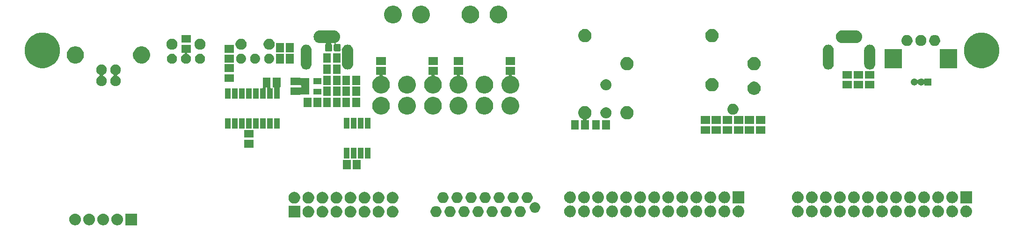
<source format=gbs>
G04 #@! TF.GenerationSoftware,KiCad,Pcbnew,(5.1.0-0)*
G04 #@! TF.CreationDate,2019-11-06T10:26:04+01:00*
G04 #@! TF.ProjectId,AddOnA,4164644f-6e41-42e6-9b69-6361645f7063,rev?*
G04 #@! TF.SameCoordinates,Original*
G04 #@! TF.FileFunction,Soldermask,Bot*
G04 #@! TF.FilePolarity,Negative*
%FSLAX46Y46*%
G04 Gerber Fmt 4.6, Leading zero omitted, Abs format (unit mm)*
G04 Created by KiCad (PCBNEW (5.1.0-0)) date 2019-11-06 10:26:04*
%MOMM*%
%LPD*%
G04 APERTURE LIST*
%ADD10C,0.100000*%
G04 APERTURE END LIST*
D10*
G36*
X27150000Y51850000D02*
G01*
X25050000Y51850000D01*
X25050000Y53950000D01*
X27150000Y53950000D01*
X27150000Y51850000D01*
X27150000Y51850000D01*
G37*
G36*
X23688707Y53942403D02*
G01*
X23765836Y53934807D01*
X23963762Y53874767D01*
X23963765Y53874766D01*
X24146170Y53777268D01*
X24306055Y53646055D01*
X24437268Y53486170D01*
X24534766Y53303765D01*
X24534767Y53303762D01*
X24594807Y53105836D01*
X24615080Y52900000D01*
X24594807Y52694164D01*
X24534767Y52496238D01*
X24534766Y52496235D01*
X24437268Y52313830D01*
X24306055Y52153945D01*
X24146170Y52022732D01*
X23963765Y51925234D01*
X23963762Y51925233D01*
X23765836Y51865193D01*
X23688707Y51857596D01*
X23611580Y51850000D01*
X23508420Y51850000D01*
X23431293Y51857596D01*
X23354164Y51865193D01*
X23156238Y51925233D01*
X23156235Y51925234D01*
X22973830Y52022732D01*
X22813945Y52153945D01*
X22682732Y52313830D01*
X22585234Y52496235D01*
X22585233Y52496238D01*
X22525193Y52694164D01*
X22504920Y52900000D01*
X22525193Y53105836D01*
X22585233Y53303762D01*
X22585234Y53303765D01*
X22682732Y53486170D01*
X22813945Y53646055D01*
X22973830Y53777268D01*
X23156235Y53874766D01*
X23156238Y53874767D01*
X23354164Y53934807D01*
X23431293Y53942403D01*
X23508420Y53950000D01*
X23611580Y53950000D01*
X23688707Y53942403D01*
X23688707Y53942403D01*
G37*
G36*
X21148707Y53942403D02*
G01*
X21225836Y53934807D01*
X21423762Y53874767D01*
X21423765Y53874766D01*
X21606170Y53777268D01*
X21766055Y53646055D01*
X21897268Y53486170D01*
X21994766Y53303765D01*
X21994767Y53303762D01*
X22054807Y53105836D01*
X22075080Y52900000D01*
X22054807Y52694164D01*
X21994767Y52496238D01*
X21994766Y52496235D01*
X21897268Y52313830D01*
X21766055Y52153945D01*
X21606170Y52022732D01*
X21423765Y51925234D01*
X21423762Y51925233D01*
X21225836Y51865193D01*
X21148707Y51857596D01*
X21071580Y51850000D01*
X20968420Y51850000D01*
X20891293Y51857596D01*
X20814164Y51865193D01*
X20616238Y51925233D01*
X20616235Y51925234D01*
X20433830Y52022732D01*
X20273945Y52153945D01*
X20142732Y52313830D01*
X20045234Y52496235D01*
X20045233Y52496238D01*
X19985193Y52694164D01*
X19964920Y52900000D01*
X19985193Y53105836D01*
X20045233Y53303762D01*
X20045234Y53303765D01*
X20142732Y53486170D01*
X20273945Y53646055D01*
X20433830Y53777268D01*
X20616235Y53874766D01*
X20616238Y53874767D01*
X20814164Y53934807D01*
X20891293Y53942403D01*
X20968420Y53950000D01*
X21071580Y53950000D01*
X21148707Y53942403D01*
X21148707Y53942403D01*
G37*
G36*
X18608707Y53942403D02*
G01*
X18685836Y53934807D01*
X18883762Y53874767D01*
X18883765Y53874766D01*
X19066170Y53777268D01*
X19226055Y53646055D01*
X19357268Y53486170D01*
X19454766Y53303765D01*
X19454767Y53303762D01*
X19514807Y53105836D01*
X19535080Y52900000D01*
X19514807Y52694164D01*
X19454767Y52496238D01*
X19454766Y52496235D01*
X19357268Y52313830D01*
X19226055Y52153945D01*
X19066170Y52022732D01*
X18883765Y51925234D01*
X18883762Y51925233D01*
X18685836Y51865193D01*
X18608707Y51857596D01*
X18531580Y51850000D01*
X18428420Y51850000D01*
X18351293Y51857596D01*
X18274164Y51865193D01*
X18076238Y51925233D01*
X18076235Y51925234D01*
X17893830Y52022732D01*
X17733945Y52153945D01*
X17602732Y52313830D01*
X17505234Y52496235D01*
X17505233Y52496238D01*
X17445193Y52694164D01*
X17424920Y52900000D01*
X17445193Y53105836D01*
X17505233Y53303762D01*
X17505234Y53303765D01*
X17602732Y53486170D01*
X17733945Y53646055D01*
X17893830Y53777268D01*
X18076235Y53874766D01*
X18076238Y53874767D01*
X18274164Y53934807D01*
X18351293Y53942403D01*
X18428420Y53950000D01*
X18531580Y53950000D01*
X18608707Y53942403D01*
X18608707Y53942403D01*
G37*
G36*
X16068707Y53942403D02*
G01*
X16145836Y53934807D01*
X16343762Y53874767D01*
X16343765Y53874766D01*
X16526170Y53777268D01*
X16686055Y53646055D01*
X16817268Y53486170D01*
X16914766Y53303765D01*
X16914767Y53303762D01*
X16974807Y53105836D01*
X16995080Y52900000D01*
X16974807Y52694164D01*
X16914767Y52496238D01*
X16914766Y52496235D01*
X16817268Y52313830D01*
X16686055Y52153945D01*
X16526170Y52022732D01*
X16343765Y51925234D01*
X16343762Y51925233D01*
X16145836Y51865193D01*
X16068707Y51857596D01*
X15991580Y51850000D01*
X15888420Y51850000D01*
X15811293Y51857596D01*
X15734164Y51865193D01*
X15536238Y51925233D01*
X15536235Y51925234D01*
X15353830Y52022732D01*
X15193945Y52153945D01*
X15062732Y52313830D01*
X14965234Y52496235D01*
X14965233Y52496238D01*
X14905193Y52694164D01*
X14884920Y52900000D01*
X14905193Y53105836D01*
X14965233Y53303762D01*
X14965234Y53303765D01*
X15062732Y53486170D01*
X15193945Y53646055D01*
X15353830Y53777268D01*
X15536235Y53874766D01*
X15536238Y53874767D01*
X15734164Y53934807D01*
X15811293Y53942403D01*
X15888420Y53950000D01*
X15991580Y53950000D01*
X16068707Y53942403D01*
X16068707Y53942403D01*
G37*
G36*
X60990240Y55322727D02*
G01*
X61183802Y55242551D01*
X61358005Y55126152D01*
X61506152Y54978005D01*
X61622551Y54803802D01*
X61702727Y54610240D01*
X61743600Y54404757D01*
X61743600Y54195243D01*
X61702727Y53989760D01*
X61622551Y53796198D01*
X61506152Y53621995D01*
X61358005Y53473848D01*
X61183802Y53357449D01*
X60990240Y53277273D01*
X60784757Y53236400D01*
X60575243Y53236400D01*
X60369760Y53277273D01*
X60176198Y53357449D01*
X60001995Y53473848D01*
X59853848Y53621995D01*
X59737449Y53796198D01*
X59657273Y53989760D01*
X59616400Y54195243D01*
X59616400Y54404757D01*
X59657273Y54610240D01*
X59737449Y54803802D01*
X59853848Y54978005D01*
X60001995Y55126152D01*
X60176198Y55242551D01*
X60369760Y55322727D01*
X60575243Y55363600D01*
X60784757Y55363600D01*
X60990240Y55322727D01*
X60990240Y55322727D01*
G37*
G36*
X58450240Y55322727D02*
G01*
X58643802Y55242551D01*
X58818005Y55126152D01*
X58966152Y54978005D01*
X59082551Y54803802D01*
X59162727Y54610240D01*
X59203600Y54404757D01*
X59203600Y54195243D01*
X59162727Y53989760D01*
X59082551Y53796198D01*
X58966152Y53621995D01*
X58818005Y53473848D01*
X58643802Y53357449D01*
X58450240Y53277273D01*
X58244757Y53236400D01*
X58035243Y53236400D01*
X57829760Y53277273D01*
X57636198Y53357449D01*
X57461995Y53473848D01*
X57313848Y53621995D01*
X57197449Y53796198D01*
X57117273Y53989760D01*
X57076400Y54195243D01*
X57076400Y54404757D01*
X57117273Y54610240D01*
X57197449Y54803802D01*
X57313848Y54978005D01*
X57461995Y55126152D01*
X57636198Y55242551D01*
X57829760Y55322727D01*
X58035243Y55363600D01*
X58244757Y55363600D01*
X58450240Y55322727D01*
X58450240Y55322727D01*
G37*
G36*
X56663600Y53236400D02*
G01*
X54536400Y53236400D01*
X54536400Y55363600D01*
X56663600Y55363600D01*
X56663600Y53236400D01*
X56663600Y53236400D01*
G37*
G36*
X66070240Y55322727D02*
G01*
X66263802Y55242551D01*
X66438005Y55126152D01*
X66586152Y54978005D01*
X66702551Y54803802D01*
X66782727Y54610240D01*
X66823600Y54404757D01*
X66823600Y54195243D01*
X66782727Y53989760D01*
X66702551Y53796198D01*
X66586152Y53621995D01*
X66438005Y53473848D01*
X66263802Y53357449D01*
X66070240Y53277273D01*
X65864757Y53236400D01*
X65655243Y53236400D01*
X65449760Y53277273D01*
X65256198Y53357449D01*
X65081995Y53473848D01*
X64933848Y53621995D01*
X64817449Y53796198D01*
X64737273Y53989760D01*
X64696400Y54195243D01*
X64696400Y54404757D01*
X64737273Y54610240D01*
X64817449Y54803802D01*
X64933848Y54978005D01*
X65081995Y55126152D01*
X65256198Y55242551D01*
X65449760Y55322727D01*
X65655243Y55363600D01*
X65864757Y55363600D01*
X66070240Y55322727D01*
X66070240Y55322727D01*
G37*
G36*
X68610240Y55322727D02*
G01*
X68803802Y55242551D01*
X68978005Y55126152D01*
X69126152Y54978005D01*
X69242551Y54803802D01*
X69322727Y54610240D01*
X69363600Y54404757D01*
X69363600Y54195243D01*
X69322727Y53989760D01*
X69242551Y53796198D01*
X69126152Y53621995D01*
X68978005Y53473848D01*
X68803802Y53357449D01*
X68610240Y53277273D01*
X68404757Y53236400D01*
X68195243Y53236400D01*
X67989760Y53277273D01*
X67796198Y53357449D01*
X67621995Y53473848D01*
X67473848Y53621995D01*
X67357449Y53796198D01*
X67277273Y53989760D01*
X67236400Y54195243D01*
X67236400Y54404757D01*
X67277273Y54610240D01*
X67357449Y54803802D01*
X67473848Y54978005D01*
X67621995Y55126152D01*
X67796198Y55242551D01*
X67989760Y55322727D01*
X68195243Y55363600D01*
X68404757Y55363600D01*
X68610240Y55322727D01*
X68610240Y55322727D01*
G37*
G36*
X71150240Y55322727D02*
G01*
X71343802Y55242551D01*
X71518005Y55126152D01*
X71666152Y54978005D01*
X71782551Y54803802D01*
X71862727Y54610240D01*
X71903600Y54404757D01*
X71903600Y54195243D01*
X71862727Y53989760D01*
X71782551Y53796198D01*
X71666152Y53621995D01*
X71518005Y53473848D01*
X71343802Y53357449D01*
X71150240Y53277273D01*
X70944757Y53236400D01*
X70735243Y53236400D01*
X70529760Y53277273D01*
X70336198Y53357449D01*
X70161995Y53473848D01*
X70013848Y53621995D01*
X69897449Y53796198D01*
X69817273Y53989760D01*
X69776400Y54195243D01*
X69776400Y54404757D01*
X69817273Y54610240D01*
X69897449Y54803802D01*
X70013848Y54978005D01*
X70161995Y55126152D01*
X70336198Y55242551D01*
X70529760Y55322727D01*
X70735243Y55363600D01*
X70944757Y55363600D01*
X71150240Y55322727D01*
X71150240Y55322727D01*
G37*
G36*
X73690240Y55322727D02*
G01*
X73883802Y55242551D01*
X74058005Y55126152D01*
X74206152Y54978005D01*
X74322551Y54803802D01*
X74402727Y54610240D01*
X74443600Y54404757D01*
X74443600Y54195243D01*
X74402727Y53989760D01*
X74322551Y53796198D01*
X74206152Y53621995D01*
X74058005Y53473848D01*
X73883802Y53357449D01*
X73690240Y53277273D01*
X73484757Y53236400D01*
X73275243Y53236400D01*
X73069760Y53277273D01*
X72876198Y53357449D01*
X72701995Y53473848D01*
X72553848Y53621995D01*
X72437449Y53796198D01*
X72357273Y53989760D01*
X72316400Y54195243D01*
X72316400Y54404757D01*
X72357273Y54610240D01*
X72437449Y54803802D01*
X72553848Y54978005D01*
X72701995Y55126152D01*
X72876198Y55242551D01*
X73069760Y55322727D01*
X73275243Y55363600D01*
X73484757Y55363600D01*
X73690240Y55322727D01*
X73690240Y55322727D01*
G37*
G36*
X63530240Y55322727D02*
G01*
X63723802Y55242551D01*
X63898005Y55126152D01*
X64046152Y54978005D01*
X64162551Y54803802D01*
X64242727Y54610240D01*
X64283600Y54404757D01*
X64283600Y54195243D01*
X64242727Y53989760D01*
X64162551Y53796198D01*
X64046152Y53621995D01*
X63898005Y53473848D01*
X63723802Y53357449D01*
X63530240Y53277273D01*
X63324757Y53236400D01*
X63115243Y53236400D01*
X62909760Y53277273D01*
X62716198Y53357449D01*
X62541995Y53473848D01*
X62393848Y53621995D01*
X62277449Y53796198D01*
X62197273Y53989760D01*
X62156400Y54195243D01*
X62156400Y54404757D01*
X62197273Y54610240D01*
X62277449Y54803802D01*
X62393848Y54978005D01*
X62541995Y55126152D01*
X62716198Y55242551D01*
X62909760Y55322727D01*
X63115243Y55363600D01*
X63324757Y55363600D01*
X63530240Y55322727D01*
X63530240Y55322727D01*
G37*
G36*
X136208500Y55408211D02*
G01*
X136408994Y55347392D01*
X136593759Y55248633D01*
X136593762Y55248631D01*
X136593763Y55248630D01*
X136755718Y55115718D01*
X136877388Y54967461D01*
X136888633Y54953759D01*
X136987392Y54768994D01*
X137048211Y54568500D01*
X137068746Y54360000D01*
X137048211Y54151500D01*
X136987392Y53951006D01*
X136888633Y53766241D01*
X136888631Y53766238D01*
X136888630Y53766237D01*
X136755718Y53604282D01*
X136596782Y53473848D01*
X136593759Y53471367D01*
X136408994Y53372608D01*
X136208500Y53311789D01*
X136052251Y53296400D01*
X135947749Y53296400D01*
X135791500Y53311789D01*
X135591006Y53372608D01*
X135406241Y53471367D01*
X135403218Y53473848D01*
X135244282Y53604282D01*
X135111370Y53766237D01*
X135111369Y53766238D01*
X135111367Y53766241D01*
X135012608Y53951006D01*
X134951789Y54151500D01*
X134931254Y54360000D01*
X134951789Y54568500D01*
X135012608Y54768994D01*
X135111367Y54953759D01*
X135122612Y54967461D01*
X135244282Y55115718D01*
X135406237Y55248630D01*
X135406238Y55248631D01*
X135406241Y55248633D01*
X135591006Y55347392D01*
X135791500Y55408211D01*
X135947749Y55423600D01*
X136052251Y55423600D01*
X136208500Y55408211D01*
X136208500Y55408211D01*
G37*
G36*
X133668500Y55408211D02*
G01*
X133868994Y55347392D01*
X134053759Y55248633D01*
X134053762Y55248631D01*
X134053763Y55248630D01*
X134215718Y55115718D01*
X134337388Y54967461D01*
X134348633Y54953759D01*
X134447392Y54768994D01*
X134508211Y54568500D01*
X134528746Y54360000D01*
X134508211Y54151500D01*
X134447392Y53951006D01*
X134348633Y53766241D01*
X134348631Y53766238D01*
X134348630Y53766237D01*
X134215718Y53604282D01*
X134056782Y53473848D01*
X134053759Y53471367D01*
X133868994Y53372608D01*
X133668500Y53311789D01*
X133512251Y53296400D01*
X133407749Y53296400D01*
X133251500Y53311789D01*
X133051006Y53372608D01*
X132866241Y53471367D01*
X132863218Y53473848D01*
X132704282Y53604282D01*
X132571370Y53766237D01*
X132571369Y53766238D01*
X132571367Y53766241D01*
X132472608Y53951006D01*
X132411789Y54151500D01*
X132391254Y54360000D01*
X132411789Y54568500D01*
X132472608Y54768994D01*
X132571367Y54953759D01*
X132582612Y54967461D01*
X132704282Y55115718D01*
X132866237Y55248630D01*
X132866238Y55248631D01*
X132866241Y55248633D01*
X133051006Y55347392D01*
X133251500Y55408211D01*
X133407749Y55423600D01*
X133512251Y55423600D01*
X133668500Y55408211D01*
X133668500Y55408211D01*
G37*
G36*
X131128500Y55408211D02*
G01*
X131328994Y55347392D01*
X131513759Y55248633D01*
X131513762Y55248631D01*
X131513763Y55248630D01*
X131675718Y55115718D01*
X131797388Y54967461D01*
X131808633Y54953759D01*
X131907392Y54768994D01*
X131968211Y54568500D01*
X131988746Y54360000D01*
X131968211Y54151500D01*
X131907392Y53951006D01*
X131808633Y53766241D01*
X131808631Y53766238D01*
X131808630Y53766237D01*
X131675718Y53604282D01*
X131516782Y53473848D01*
X131513759Y53471367D01*
X131328994Y53372608D01*
X131128500Y53311789D01*
X130972251Y53296400D01*
X130867749Y53296400D01*
X130711500Y53311789D01*
X130511006Y53372608D01*
X130326241Y53471367D01*
X130323218Y53473848D01*
X130164282Y53604282D01*
X130031370Y53766237D01*
X130031369Y53766238D01*
X130031367Y53766241D01*
X129932608Y53951006D01*
X129871789Y54151500D01*
X129851254Y54360000D01*
X129871789Y54568500D01*
X129932608Y54768994D01*
X130031367Y54953759D01*
X130042612Y54967461D01*
X130164282Y55115718D01*
X130326237Y55248630D01*
X130326238Y55248631D01*
X130326241Y55248633D01*
X130511006Y55347392D01*
X130711500Y55408211D01*
X130867749Y55423600D01*
X130972251Y55423600D01*
X131128500Y55408211D01*
X131128500Y55408211D01*
G37*
G36*
X128588500Y55408211D02*
G01*
X128788994Y55347392D01*
X128973759Y55248633D01*
X128973762Y55248631D01*
X128973763Y55248630D01*
X129135718Y55115718D01*
X129257388Y54967461D01*
X129268633Y54953759D01*
X129367392Y54768994D01*
X129428211Y54568500D01*
X129448746Y54360000D01*
X129428211Y54151500D01*
X129367392Y53951006D01*
X129268633Y53766241D01*
X129268631Y53766238D01*
X129268630Y53766237D01*
X129135718Y53604282D01*
X128976782Y53473848D01*
X128973759Y53471367D01*
X128788994Y53372608D01*
X128588500Y53311789D01*
X128432251Y53296400D01*
X128327749Y53296400D01*
X128171500Y53311789D01*
X127971006Y53372608D01*
X127786241Y53471367D01*
X127783218Y53473848D01*
X127624282Y53604282D01*
X127491370Y53766237D01*
X127491369Y53766238D01*
X127491367Y53766241D01*
X127392608Y53951006D01*
X127331789Y54151500D01*
X127311254Y54360000D01*
X127331789Y54568500D01*
X127392608Y54768994D01*
X127491367Y54953759D01*
X127502612Y54967461D01*
X127624282Y55115718D01*
X127786237Y55248630D01*
X127786238Y55248631D01*
X127786241Y55248633D01*
X127971006Y55347392D01*
X128171500Y55408211D01*
X128327749Y55423600D01*
X128432251Y55423600D01*
X128588500Y55408211D01*
X128588500Y55408211D01*
G37*
G36*
X126048500Y55408211D02*
G01*
X126248994Y55347392D01*
X126433759Y55248633D01*
X126433762Y55248631D01*
X126433763Y55248630D01*
X126595718Y55115718D01*
X126717388Y54967461D01*
X126728633Y54953759D01*
X126827392Y54768994D01*
X126888211Y54568500D01*
X126908746Y54360000D01*
X126888211Y54151500D01*
X126827392Y53951006D01*
X126728633Y53766241D01*
X126728631Y53766238D01*
X126728630Y53766237D01*
X126595718Y53604282D01*
X126436782Y53473848D01*
X126433759Y53471367D01*
X126248994Y53372608D01*
X126048500Y53311789D01*
X125892251Y53296400D01*
X125787749Y53296400D01*
X125631500Y53311789D01*
X125431006Y53372608D01*
X125246241Y53471367D01*
X125243218Y53473848D01*
X125084282Y53604282D01*
X124951370Y53766237D01*
X124951369Y53766238D01*
X124951367Y53766241D01*
X124852608Y53951006D01*
X124791789Y54151500D01*
X124771254Y54360000D01*
X124791789Y54568500D01*
X124852608Y54768994D01*
X124951367Y54953759D01*
X124962612Y54967461D01*
X125084282Y55115718D01*
X125246237Y55248630D01*
X125246238Y55248631D01*
X125246241Y55248633D01*
X125431006Y55347392D01*
X125631500Y55408211D01*
X125787749Y55423600D01*
X125892251Y55423600D01*
X126048500Y55408211D01*
X126048500Y55408211D01*
G37*
G36*
X123508500Y55408211D02*
G01*
X123708994Y55347392D01*
X123893759Y55248633D01*
X123893762Y55248631D01*
X123893763Y55248630D01*
X124055718Y55115718D01*
X124177388Y54967461D01*
X124188633Y54953759D01*
X124287392Y54768994D01*
X124348211Y54568500D01*
X124368746Y54360000D01*
X124348211Y54151500D01*
X124287392Y53951006D01*
X124188633Y53766241D01*
X124188631Y53766238D01*
X124188630Y53766237D01*
X124055718Y53604282D01*
X123896782Y53473848D01*
X123893759Y53471367D01*
X123708994Y53372608D01*
X123508500Y53311789D01*
X123352251Y53296400D01*
X123247749Y53296400D01*
X123091500Y53311789D01*
X122891006Y53372608D01*
X122706241Y53471367D01*
X122703218Y53473848D01*
X122544282Y53604282D01*
X122411370Y53766237D01*
X122411369Y53766238D01*
X122411367Y53766241D01*
X122312608Y53951006D01*
X122251789Y54151500D01*
X122231254Y54360000D01*
X122251789Y54568500D01*
X122312608Y54768994D01*
X122411367Y54953759D01*
X122422612Y54967461D01*
X122544282Y55115718D01*
X122706237Y55248630D01*
X122706238Y55248631D01*
X122706241Y55248633D01*
X122891006Y55347392D01*
X123091500Y55408211D01*
X123247749Y55423600D01*
X123352251Y55423600D01*
X123508500Y55408211D01*
X123508500Y55408211D01*
G37*
G36*
X120968500Y55408211D02*
G01*
X121168994Y55347392D01*
X121353759Y55248633D01*
X121353762Y55248631D01*
X121353763Y55248630D01*
X121515718Y55115718D01*
X121637388Y54967461D01*
X121648633Y54953759D01*
X121747392Y54768994D01*
X121808211Y54568500D01*
X121828746Y54360000D01*
X121808211Y54151500D01*
X121747392Y53951006D01*
X121648633Y53766241D01*
X121648631Y53766238D01*
X121648630Y53766237D01*
X121515718Y53604282D01*
X121356782Y53473848D01*
X121353759Y53471367D01*
X121168994Y53372608D01*
X120968500Y53311789D01*
X120812251Y53296400D01*
X120707749Y53296400D01*
X120551500Y53311789D01*
X120351006Y53372608D01*
X120166241Y53471367D01*
X120163218Y53473848D01*
X120004282Y53604282D01*
X119871370Y53766237D01*
X119871369Y53766238D01*
X119871367Y53766241D01*
X119772608Y53951006D01*
X119711789Y54151500D01*
X119691254Y54360000D01*
X119711789Y54568500D01*
X119772608Y54768994D01*
X119871367Y54953759D01*
X119882612Y54967461D01*
X120004282Y55115718D01*
X120166237Y55248630D01*
X120166238Y55248631D01*
X120166241Y55248633D01*
X120351006Y55347392D01*
X120551500Y55408211D01*
X120707749Y55423600D01*
X120812251Y55423600D01*
X120968500Y55408211D01*
X120968500Y55408211D01*
G37*
G36*
X118428500Y55408211D02*
G01*
X118628994Y55347392D01*
X118813759Y55248633D01*
X118813762Y55248631D01*
X118813763Y55248630D01*
X118975718Y55115718D01*
X119097388Y54967461D01*
X119108633Y54953759D01*
X119207392Y54768994D01*
X119268211Y54568500D01*
X119288746Y54360000D01*
X119268211Y54151500D01*
X119207392Y53951006D01*
X119108633Y53766241D01*
X119108631Y53766238D01*
X119108630Y53766237D01*
X118975718Y53604282D01*
X118816782Y53473848D01*
X118813759Y53471367D01*
X118628994Y53372608D01*
X118428500Y53311789D01*
X118272251Y53296400D01*
X118167749Y53296400D01*
X118011500Y53311789D01*
X117811006Y53372608D01*
X117626241Y53471367D01*
X117623218Y53473848D01*
X117464282Y53604282D01*
X117331370Y53766237D01*
X117331369Y53766238D01*
X117331367Y53766241D01*
X117232608Y53951006D01*
X117171789Y54151500D01*
X117151254Y54360000D01*
X117171789Y54568500D01*
X117232608Y54768994D01*
X117331367Y54953759D01*
X117342612Y54967461D01*
X117464282Y55115718D01*
X117626237Y55248630D01*
X117626238Y55248631D01*
X117626241Y55248633D01*
X117811006Y55347392D01*
X118011500Y55408211D01*
X118167749Y55423600D01*
X118272251Y55423600D01*
X118428500Y55408211D01*
X118428500Y55408211D01*
G37*
G36*
X115888500Y55408211D02*
G01*
X116088994Y55347392D01*
X116273759Y55248633D01*
X116273762Y55248631D01*
X116273763Y55248630D01*
X116435718Y55115718D01*
X116557388Y54967461D01*
X116568633Y54953759D01*
X116667392Y54768994D01*
X116728211Y54568500D01*
X116748746Y54360000D01*
X116728211Y54151500D01*
X116667392Y53951006D01*
X116568633Y53766241D01*
X116568631Y53766238D01*
X116568630Y53766237D01*
X116435718Y53604282D01*
X116276782Y53473848D01*
X116273759Y53471367D01*
X116088994Y53372608D01*
X115888500Y53311789D01*
X115732251Y53296400D01*
X115627749Y53296400D01*
X115471500Y53311789D01*
X115271006Y53372608D01*
X115086241Y53471367D01*
X115083218Y53473848D01*
X114924282Y53604282D01*
X114791370Y53766237D01*
X114791369Y53766238D01*
X114791367Y53766241D01*
X114692608Y53951006D01*
X114631789Y54151500D01*
X114611254Y54360000D01*
X114631789Y54568500D01*
X114692608Y54768994D01*
X114791367Y54953759D01*
X114802612Y54967461D01*
X114924282Y55115718D01*
X115086237Y55248630D01*
X115086238Y55248631D01*
X115086241Y55248633D01*
X115271006Y55347392D01*
X115471500Y55408211D01*
X115627749Y55423600D01*
X115732251Y55423600D01*
X115888500Y55408211D01*
X115888500Y55408211D01*
G37*
G36*
X113348500Y55408211D02*
G01*
X113548994Y55347392D01*
X113733759Y55248633D01*
X113733762Y55248631D01*
X113733763Y55248630D01*
X113895718Y55115718D01*
X114017388Y54967461D01*
X114028633Y54953759D01*
X114127392Y54768994D01*
X114188211Y54568500D01*
X114208746Y54360000D01*
X114188211Y54151500D01*
X114127392Y53951006D01*
X114028633Y53766241D01*
X114028631Y53766238D01*
X114028630Y53766237D01*
X113895718Y53604282D01*
X113736782Y53473848D01*
X113733759Y53471367D01*
X113548994Y53372608D01*
X113348500Y53311789D01*
X113192251Y53296400D01*
X113087749Y53296400D01*
X112931500Y53311789D01*
X112731006Y53372608D01*
X112546241Y53471367D01*
X112543218Y53473848D01*
X112384282Y53604282D01*
X112251370Y53766237D01*
X112251369Y53766238D01*
X112251367Y53766241D01*
X112152608Y53951006D01*
X112091789Y54151500D01*
X112071254Y54360000D01*
X112091789Y54568500D01*
X112152608Y54768994D01*
X112251367Y54953759D01*
X112262612Y54967461D01*
X112384282Y55115718D01*
X112546237Y55248630D01*
X112546238Y55248631D01*
X112546241Y55248633D01*
X112731006Y55347392D01*
X112931500Y55408211D01*
X113087749Y55423600D01*
X113192251Y55423600D01*
X113348500Y55408211D01*
X113348500Y55408211D01*
G37*
G36*
X110808500Y55408211D02*
G01*
X111008994Y55347392D01*
X111193759Y55248633D01*
X111193762Y55248631D01*
X111193763Y55248630D01*
X111355718Y55115718D01*
X111477388Y54967461D01*
X111488633Y54953759D01*
X111587392Y54768994D01*
X111648211Y54568500D01*
X111668746Y54360000D01*
X111648211Y54151500D01*
X111587392Y53951006D01*
X111488633Y53766241D01*
X111488631Y53766238D01*
X111488630Y53766237D01*
X111355718Y53604282D01*
X111196782Y53473848D01*
X111193759Y53471367D01*
X111008994Y53372608D01*
X110808500Y53311789D01*
X110652251Y53296400D01*
X110547749Y53296400D01*
X110391500Y53311789D01*
X110191006Y53372608D01*
X110006241Y53471367D01*
X110003218Y53473848D01*
X109844282Y53604282D01*
X109711370Y53766237D01*
X109711369Y53766238D01*
X109711367Y53766241D01*
X109612608Y53951006D01*
X109551789Y54151500D01*
X109531254Y54360000D01*
X109551789Y54568500D01*
X109612608Y54768994D01*
X109711367Y54953759D01*
X109722612Y54967461D01*
X109844282Y55115718D01*
X110006237Y55248630D01*
X110006238Y55248631D01*
X110006241Y55248633D01*
X110191006Y55347392D01*
X110391500Y55408211D01*
X110547749Y55423600D01*
X110652251Y55423600D01*
X110808500Y55408211D01*
X110808500Y55408211D01*
G37*
G36*
X108268500Y55408211D02*
G01*
X108468994Y55347392D01*
X108653759Y55248633D01*
X108653762Y55248631D01*
X108653763Y55248630D01*
X108815718Y55115718D01*
X108937388Y54967461D01*
X108948633Y54953759D01*
X109047392Y54768994D01*
X109108211Y54568500D01*
X109128746Y54360000D01*
X109108211Y54151500D01*
X109047392Y53951006D01*
X108948633Y53766241D01*
X108948631Y53766238D01*
X108948630Y53766237D01*
X108815718Y53604282D01*
X108656782Y53473848D01*
X108653759Y53471367D01*
X108468994Y53372608D01*
X108268500Y53311789D01*
X108112251Y53296400D01*
X108007749Y53296400D01*
X107851500Y53311789D01*
X107651006Y53372608D01*
X107466241Y53471367D01*
X107463218Y53473848D01*
X107304282Y53604282D01*
X107171370Y53766237D01*
X107171369Y53766238D01*
X107171367Y53766241D01*
X107072608Y53951006D01*
X107011789Y54151500D01*
X106991254Y54360000D01*
X107011789Y54568500D01*
X107072608Y54768994D01*
X107171367Y54953759D01*
X107182612Y54967461D01*
X107304282Y55115718D01*
X107466237Y55248630D01*
X107466238Y55248631D01*
X107466241Y55248633D01*
X107651006Y55347392D01*
X107851500Y55408211D01*
X108007749Y55423600D01*
X108112251Y55423600D01*
X108268500Y55408211D01*
X108268500Y55408211D01*
G37*
G36*
X105728500Y55408211D02*
G01*
X105928994Y55347392D01*
X106113759Y55248633D01*
X106113762Y55248631D01*
X106113763Y55248630D01*
X106275718Y55115718D01*
X106397388Y54967461D01*
X106408633Y54953759D01*
X106507392Y54768994D01*
X106568211Y54568500D01*
X106588746Y54360000D01*
X106568211Y54151500D01*
X106507392Y53951006D01*
X106408633Y53766241D01*
X106408631Y53766238D01*
X106408630Y53766237D01*
X106275718Y53604282D01*
X106116782Y53473848D01*
X106113759Y53471367D01*
X105928994Y53372608D01*
X105728500Y53311789D01*
X105572251Y53296400D01*
X105467749Y53296400D01*
X105311500Y53311789D01*
X105111006Y53372608D01*
X104926241Y53471367D01*
X104923218Y53473848D01*
X104764282Y53604282D01*
X104631370Y53766237D01*
X104631369Y53766238D01*
X104631367Y53766241D01*
X104532608Y53951006D01*
X104471789Y54151500D01*
X104451254Y54360000D01*
X104471789Y54568500D01*
X104532608Y54768994D01*
X104631367Y54953759D01*
X104642612Y54967461D01*
X104764282Y55115718D01*
X104926237Y55248630D01*
X104926238Y55248631D01*
X104926241Y55248633D01*
X105111006Y55347392D01*
X105311500Y55408211D01*
X105467749Y55423600D01*
X105572251Y55423600D01*
X105728500Y55408211D01*
X105728500Y55408211D01*
G37*
G36*
X177408500Y55408211D02*
G01*
X177608994Y55347392D01*
X177793759Y55248633D01*
X177793762Y55248631D01*
X177793763Y55248630D01*
X177955718Y55115718D01*
X178077388Y54967461D01*
X178088633Y54953759D01*
X178187392Y54768994D01*
X178248211Y54568500D01*
X178268746Y54360000D01*
X178248211Y54151500D01*
X178187392Y53951006D01*
X178088633Y53766241D01*
X178088631Y53766238D01*
X178088630Y53766237D01*
X177955718Y53604282D01*
X177796782Y53473848D01*
X177793759Y53471367D01*
X177608994Y53372608D01*
X177408500Y53311789D01*
X177252251Y53296400D01*
X177147749Y53296400D01*
X176991500Y53311789D01*
X176791006Y53372608D01*
X176606241Y53471367D01*
X176603218Y53473848D01*
X176444282Y53604282D01*
X176311370Y53766237D01*
X176311369Y53766238D01*
X176311367Y53766241D01*
X176212608Y53951006D01*
X176151789Y54151500D01*
X176131254Y54360000D01*
X176151789Y54568500D01*
X176212608Y54768994D01*
X176311367Y54953759D01*
X176322612Y54967461D01*
X176444282Y55115718D01*
X176606237Y55248630D01*
X176606238Y55248631D01*
X176606241Y55248633D01*
X176791006Y55347392D01*
X176991500Y55408211D01*
X177147749Y55423600D01*
X177252251Y55423600D01*
X177408500Y55408211D01*
X177408500Y55408211D01*
G37*
G36*
X174868500Y55408211D02*
G01*
X175068994Y55347392D01*
X175253759Y55248633D01*
X175253762Y55248631D01*
X175253763Y55248630D01*
X175415718Y55115718D01*
X175537388Y54967461D01*
X175548633Y54953759D01*
X175647392Y54768994D01*
X175708211Y54568500D01*
X175728746Y54360000D01*
X175708211Y54151500D01*
X175647392Y53951006D01*
X175548633Y53766241D01*
X175548631Y53766238D01*
X175548630Y53766237D01*
X175415718Y53604282D01*
X175256782Y53473848D01*
X175253759Y53471367D01*
X175068994Y53372608D01*
X174868500Y53311789D01*
X174712251Y53296400D01*
X174607749Y53296400D01*
X174451500Y53311789D01*
X174251006Y53372608D01*
X174066241Y53471367D01*
X174063218Y53473848D01*
X173904282Y53604282D01*
X173771370Y53766237D01*
X173771369Y53766238D01*
X173771367Y53766241D01*
X173672608Y53951006D01*
X173611789Y54151500D01*
X173591254Y54360000D01*
X173611789Y54568500D01*
X173672608Y54768994D01*
X173771367Y54953759D01*
X173782612Y54967461D01*
X173904282Y55115718D01*
X174066237Y55248630D01*
X174066238Y55248631D01*
X174066241Y55248633D01*
X174251006Y55347392D01*
X174451500Y55408211D01*
X174607749Y55423600D01*
X174712251Y55423600D01*
X174868500Y55408211D01*
X174868500Y55408211D01*
G37*
G36*
X172328500Y55408211D02*
G01*
X172528994Y55347392D01*
X172713759Y55248633D01*
X172713762Y55248631D01*
X172713763Y55248630D01*
X172875718Y55115718D01*
X172997388Y54967461D01*
X173008633Y54953759D01*
X173107392Y54768994D01*
X173168211Y54568500D01*
X173188746Y54360000D01*
X173168211Y54151500D01*
X173107392Y53951006D01*
X173008633Y53766241D01*
X173008631Y53766238D01*
X173008630Y53766237D01*
X172875718Y53604282D01*
X172716782Y53473848D01*
X172713759Y53471367D01*
X172528994Y53372608D01*
X172328500Y53311789D01*
X172172251Y53296400D01*
X172067749Y53296400D01*
X171911500Y53311789D01*
X171711006Y53372608D01*
X171526241Y53471367D01*
X171523218Y53473848D01*
X171364282Y53604282D01*
X171231370Y53766237D01*
X171231369Y53766238D01*
X171231367Y53766241D01*
X171132608Y53951006D01*
X171071789Y54151500D01*
X171051254Y54360000D01*
X171071789Y54568500D01*
X171132608Y54768994D01*
X171231367Y54953759D01*
X171242612Y54967461D01*
X171364282Y55115718D01*
X171526237Y55248630D01*
X171526238Y55248631D01*
X171526241Y55248633D01*
X171711006Y55347392D01*
X171911500Y55408211D01*
X172067749Y55423600D01*
X172172251Y55423600D01*
X172328500Y55408211D01*
X172328500Y55408211D01*
G37*
G36*
X169788500Y55408211D02*
G01*
X169988994Y55347392D01*
X170173759Y55248633D01*
X170173762Y55248631D01*
X170173763Y55248630D01*
X170335718Y55115718D01*
X170457388Y54967461D01*
X170468633Y54953759D01*
X170567392Y54768994D01*
X170628211Y54568500D01*
X170648746Y54360000D01*
X170628211Y54151500D01*
X170567392Y53951006D01*
X170468633Y53766241D01*
X170468631Y53766238D01*
X170468630Y53766237D01*
X170335718Y53604282D01*
X170176782Y53473848D01*
X170173759Y53471367D01*
X169988994Y53372608D01*
X169788500Y53311789D01*
X169632251Y53296400D01*
X169527749Y53296400D01*
X169371500Y53311789D01*
X169171006Y53372608D01*
X168986241Y53471367D01*
X168983218Y53473848D01*
X168824282Y53604282D01*
X168691370Y53766237D01*
X168691369Y53766238D01*
X168691367Y53766241D01*
X168592608Y53951006D01*
X168531789Y54151500D01*
X168511254Y54360000D01*
X168531789Y54568500D01*
X168592608Y54768994D01*
X168691367Y54953759D01*
X168702612Y54967461D01*
X168824282Y55115718D01*
X168986237Y55248630D01*
X168986238Y55248631D01*
X168986241Y55248633D01*
X169171006Y55347392D01*
X169371500Y55408211D01*
X169527749Y55423600D01*
X169632251Y55423600D01*
X169788500Y55408211D01*
X169788500Y55408211D01*
G37*
G36*
X167248500Y55408211D02*
G01*
X167448994Y55347392D01*
X167633759Y55248633D01*
X167633762Y55248631D01*
X167633763Y55248630D01*
X167795718Y55115718D01*
X167917388Y54967461D01*
X167928633Y54953759D01*
X168027392Y54768994D01*
X168088211Y54568500D01*
X168108746Y54360000D01*
X168088211Y54151500D01*
X168027392Y53951006D01*
X167928633Y53766241D01*
X167928631Y53766238D01*
X167928630Y53766237D01*
X167795718Y53604282D01*
X167636782Y53473848D01*
X167633759Y53471367D01*
X167448994Y53372608D01*
X167248500Y53311789D01*
X167092251Y53296400D01*
X166987749Y53296400D01*
X166831500Y53311789D01*
X166631006Y53372608D01*
X166446241Y53471367D01*
X166443218Y53473848D01*
X166284282Y53604282D01*
X166151370Y53766237D01*
X166151369Y53766238D01*
X166151367Y53766241D01*
X166052608Y53951006D01*
X165991789Y54151500D01*
X165971254Y54360000D01*
X165991789Y54568500D01*
X166052608Y54768994D01*
X166151367Y54953759D01*
X166162612Y54967461D01*
X166284282Y55115718D01*
X166446237Y55248630D01*
X166446238Y55248631D01*
X166446241Y55248633D01*
X166631006Y55347392D01*
X166831500Y55408211D01*
X166987749Y55423600D01*
X167092251Y55423600D01*
X167248500Y55408211D01*
X167248500Y55408211D01*
G37*
G36*
X164708500Y55408211D02*
G01*
X164908994Y55347392D01*
X165093759Y55248633D01*
X165093762Y55248631D01*
X165093763Y55248630D01*
X165255718Y55115718D01*
X165377388Y54967461D01*
X165388633Y54953759D01*
X165487392Y54768994D01*
X165548211Y54568500D01*
X165568746Y54360000D01*
X165548211Y54151500D01*
X165487392Y53951006D01*
X165388633Y53766241D01*
X165388631Y53766238D01*
X165388630Y53766237D01*
X165255718Y53604282D01*
X165096782Y53473848D01*
X165093759Y53471367D01*
X164908994Y53372608D01*
X164708500Y53311789D01*
X164552251Y53296400D01*
X164447749Y53296400D01*
X164291500Y53311789D01*
X164091006Y53372608D01*
X163906241Y53471367D01*
X163903218Y53473848D01*
X163744282Y53604282D01*
X163611370Y53766237D01*
X163611369Y53766238D01*
X163611367Y53766241D01*
X163512608Y53951006D01*
X163451789Y54151500D01*
X163431254Y54360000D01*
X163451789Y54568500D01*
X163512608Y54768994D01*
X163611367Y54953759D01*
X163622612Y54967461D01*
X163744282Y55115718D01*
X163906237Y55248630D01*
X163906238Y55248631D01*
X163906241Y55248633D01*
X164091006Y55347392D01*
X164291500Y55408211D01*
X164447749Y55423600D01*
X164552251Y55423600D01*
X164708500Y55408211D01*
X164708500Y55408211D01*
G37*
G36*
X162168500Y55408211D02*
G01*
X162368994Y55347392D01*
X162553759Y55248633D01*
X162553762Y55248631D01*
X162553763Y55248630D01*
X162715718Y55115718D01*
X162837388Y54967461D01*
X162848633Y54953759D01*
X162947392Y54768994D01*
X163008211Y54568500D01*
X163028746Y54360000D01*
X163008211Y54151500D01*
X162947392Y53951006D01*
X162848633Y53766241D01*
X162848631Y53766238D01*
X162848630Y53766237D01*
X162715718Y53604282D01*
X162556782Y53473848D01*
X162553759Y53471367D01*
X162368994Y53372608D01*
X162168500Y53311789D01*
X162012251Y53296400D01*
X161907749Y53296400D01*
X161751500Y53311789D01*
X161551006Y53372608D01*
X161366241Y53471367D01*
X161363218Y53473848D01*
X161204282Y53604282D01*
X161071370Y53766237D01*
X161071369Y53766238D01*
X161071367Y53766241D01*
X160972608Y53951006D01*
X160911789Y54151500D01*
X160891254Y54360000D01*
X160911789Y54568500D01*
X160972608Y54768994D01*
X161071367Y54953759D01*
X161082612Y54967461D01*
X161204282Y55115718D01*
X161366237Y55248630D01*
X161366238Y55248631D01*
X161366241Y55248633D01*
X161551006Y55347392D01*
X161751500Y55408211D01*
X161907749Y55423600D01*
X162012251Y55423600D01*
X162168500Y55408211D01*
X162168500Y55408211D01*
G37*
G36*
X159628500Y55408211D02*
G01*
X159828994Y55347392D01*
X160013759Y55248633D01*
X160013762Y55248631D01*
X160013763Y55248630D01*
X160175718Y55115718D01*
X160297388Y54967461D01*
X160308633Y54953759D01*
X160407392Y54768994D01*
X160468211Y54568500D01*
X160488746Y54360000D01*
X160468211Y54151500D01*
X160407392Y53951006D01*
X160308633Y53766241D01*
X160308631Y53766238D01*
X160308630Y53766237D01*
X160175718Y53604282D01*
X160016782Y53473848D01*
X160013759Y53471367D01*
X159828994Y53372608D01*
X159628500Y53311789D01*
X159472251Y53296400D01*
X159367749Y53296400D01*
X159211500Y53311789D01*
X159011006Y53372608D01*
X158826241Y53471367D01*
X158823218Y53473848D01*
X158664282Y53604282D01*
X158531370Y53766237D01*
X158531369Y53766238D01*
X158531367Y53766241D01*
X158432608Y53951006D01*
X158371789Y54151500D01*
X158351254Y54360000D01*
X158371789Y54568500D01*
X158432608Y54768994D01*
X158531367Y54953759D01*
X158542612Y54967461D01*
X158664282Y55115718D01*
X158826237Y55248630D01*
X158826238Y55248631D01*
X158826241Y55248633D01*
X159011006Y55347392D01*
X159211500Y55408211D01*
X159367749Y55423600D01*
X159472251Y55423600D01*
X159628500Y55408211D01*
X159628500Y55408211D01*
G37*
G36*
X157088500Y55408211D02*
G01*
X157288994Y55347392D01*
X157473759Y55248633D01*
X157473762Y55248631D01*
X157473763Y55248630D01*
X157635718Y55115718D01*
X157757388Y54967461D01*
X157768633Y54953759D01*
X157867392Y54768994D01*
X157928211Y54568500D01*
X157948746Y54360000D01*
X157928211Y54151500D01*
X157867392Y53951006D01*
X157768633Y53766241D01*
X157768631Y53766238D01*
X157768630Y53766237D01*
X157635718Y53604282D01*
X157476782Y53473848D01*
X157473759Y53471367D01*
X157288994Y53372608D01*
X157088500Y53311789D01*
X156932251Y53296400D01*
X156827749Y53296400D01*
X156671500Y53311789D01*
X156471006Y53372608D01*
X156286241Y53471367D01*
X156283218Y53473848D01*
X156124282Y53604282D01*
X155991370Y53766237D01*
X155991369Y53766238D01*
X155991367Y53766241D01*
X155892608Y53951006D01*
X155831789Y54151500D01*
X155811254Y54360000D01*
X155831789Y54568500D01*
X155892608Y54768994D01*
X155991367Y54953759D01*
X156002612Y54967461D01*
X156124282Y55115718D01*
X156286237Y55248630D01*
X156286238Y55248631D01*
X156286241Y55248633D01*
X156471006Y55347392D01*
X156671500Y55408211D01*
X156827749Y55423600D01*
X156932251Y55423600D01*
X157088500Y55408211D01*
X157088500Y55408211D01*
G37*
G36*
X154548500Y55408211D02*
G01*
X154748994Y55347392D01*
X154933759Y55248633D01*
X154933762Y55248631D01*
X154933763Y55248630D01*
X155095718Y55115718D01*
X155217388Y54967461D01*
X155228633Y54953759D01*
X155327392Y54768994D01*
X155388211Y54568500D01*
X155408746Y54360000D01*
X155388211Y54151500D01*
X155327392Y53951006D01*
X155228633Y53766241D01*
X155228631Y53766238D01*
X155228630Y53766237D01*
X155095718Y53604282D01*
X154936782Y53473848D01*
X154933759Y53471367D01*
X154748994Y53372608D01*
X154548500Y53311789D01*
X154392251Y53296400D01*
X154287749Y53296400D01*
X154131500Y53311789D01*
X153931006Y53372608D01*
X153746241Y53471367D01*
X153743218Y53473848D01*
X153584282Y53604282D01*
X153451370Y53766237D01*
X153451369Y53766238D01*
X153451367Y53766241D01*
X153352608Y53951006D01*
X153291789Y54151500D01*
X153271254Y54360000D01*
X153291789Y54568500D01*
X153352608Y54768994D01*
X153451367Y54953759D01*
X153462612Y54967461D01*
X153584282Y55115718D01*
X153746237Y55248630D01*
X153746238Y55248631D01*
X153746241Y55248633D01*
X153931006Y55347392D01*
X154131500Y55408211D01*
X154287749Y55423600D01*
X154392251Y55423600D01*
X154548500Y55408211D01*
X154548500Y55408211D01*
G37*
G36*
X152008500Y55408211D02*
G01*
X152208994Y55347392D01*
X152393759Y55248633D01*
X152393762Y55248631D01*
X152393763Y55248630D01*
X152555718Y55115718D01*
X152677388Y54967461D01*
X152688633Y54953759D01*
X152787392Y54768994D01*
X152848211Y54568500D01*
X152868746Y54360000D01*
X152848211Y54151500D01*
X152787392Y53951006D01*
X152688633Y53766241D01*
X152688631Y53766238D01*
X152688630Y53766237D01*
X152555718Y53604282D01*
X152396782Y53473848D01*
X152393759Y53471367D01*
X152208994Y53372608D01*
X152008500Y53311789D01*
X151852251Y53296400D01*
X151747749Y53296400D01*
X151591500Y53311789D01*
X151391006Y53372608D01*
X151206241Y53471367D01*
X151203218Y53473848D01*
X151044282Y53604282D01*
X150911370Y53766237D01*
X150911369Y53766238D01*
X150911367Y53766241D01*
X150812608Y53951006D01*
X150751789Y54151500D01*
X150731254Y54360000D01*
X150751789Y54568500D01*
X150812608Y54768994D01*
X150911367Y54953759D01*
X150922612Y54967461D01*
X151044282Y55115718D01*
X151206237Y55248630D01*
X151206238Y55248631D01*
X151206241Y55248633D01*
X151391006Y55347392D01*
X151591500Y55408211D01*
X151747749Y55423600D01*
X151852251Y55423600D01*
X152008500Y55408211D01*
X152008500Y55408211D01*
G37*
G36*
X149468500Y55408211D02*
G01*
X149668994Y55347392D01*
X149853759Y55248633D01*
X149853762Y55248631D01*
X149853763Y55248630D01*
X150015718Y55115718D01*
X150137388Y54967461D01*
X150148633Y54953759D01*
X150247392Y54768994D01*
X150308211Y54568500D01*
X150328746Y54360000D01*
X150308211Y54151500D01*
X150247392Y53951006D01*
X150148633Y53766241D01*
X150148631Y53766238D01*
X150148630Y53766237D01*
X150015718Y53604282D01*
X149856782Y53473848D01*
X149853759Y53471367D01*
X149668994Y53372608D01*
X149468500Y53311789D01*
X149312251Y53296400D01*
X149207749Y53296400D01*
X149051500Y53311789D01*
X148851006Y53372608D01*
X148666241Y53471367D01*
X148663218Y53473848D01*
X148504282Y53604282D01*
X148371370Y53766237D01*
X148371369Y53766238D01*
X148371367Y53766241D01*
X148272608Y53951006D01*
X148211789Y54151500D01*
X148191254Y54360000D01*
X148211789Y54568500D01*
X148272608Y54768994D01*
X148371367Y54953759D01*
X148382612Y54967461D01*
X148504282Y55115718D01*
X148666237Y55248630D01*
X148666238Y55248631D01*
X148666241Y55248633D01*
X148851006Y55347392D01*
X149051500Y55408211D01*
X149207749Y55423600D01*
X149312251Y55423600D01*
X149468500Y55408211D01*
X149468500Y55408211D01*
G37*
G36*
X146928500Y55408211D02*
G01*
X147128994Y55347392D01*
X147313759Y55248633D01*
X147313762Y55248631D01*
X147313763Y55248630D01*
X147475718Y55115718D01*
X147597388Y54967461D01*
X147608633Y54953759D01*
X147707392Y54768994D01*
X147768211Y54568500D01*
X147788746Y54360000D01*
X147768211Y54151500D01*
X147707392Y53951006D01*
X147608633Y53766241D01*
X147608631Y53766238D01*
X147608630Y53766237D01*
X147475718Y53604282D01*
X147316782Y53473848D01*
X147313759Y53471367D01*
X147128994Y53372608D01*
X146928500Y53311789D01*
X146772251Y53296400D01*
X146667749Y53296400D01*
X146511500Y53311789D01*
X146311006Y53372608D01*
X146126241Y53471367D01*
X146123218Y53473848D01*
X145964282Y53604282D01*
X145831370Y53766237D01*
X145831369Y53766238D01*
X145831367Y53766241D01*
X145732608Y53951006D01*
X145671789Y54151500D01*
X145651254Y54360000D01*
X145671789Y54568500D01*
X145732608Y54768994D01*
X145831367Y54953759D01*
X145842612Y54967461D01*
X145964282Y55115718D01*
X146126237Y55248630D01*
X146126238Y55248631D01*
X146126241Y55248633D01*
X146311006Y55347392D01*
X146511500Y55408211D01*
X146667749Y55423600D01*
X146772251Y55423600D01*
X146928500Y55408211D01*
X146928500Y55408211D01*
G37*
G36*
X96712290Y55304381D02*
G01*
X96776689Y55291571D01*
X96958678Y55216189D01*
X97122463Y55106751D01*
X97261751Y54967463D01*
X97371189Y54803678D01*
X97446571Y54621689D01*
X97446571Y54621688D01*
X97485000Y54428493D01*
X97485000Y54231507D01*
X97469085Y54151498D01*
X97446571Y54038311D01*
X97371189Y53856322D01*
X97261751Y53692537D01*
X97122463Y53553249D01*
X96958678Y53443811D01*
X96776689Y53368429D01*
X96721493Y53357450D01*
X96583493Y53330000D01*
X96386507Y53330000D01*
X96248507Y53357450D01*
X96193311Y53368429D01*
X96011322Y53443811D01*
X95847537Y53553249D01*
X95708249Y53692537D01*
X95598811Y53856322D01*
X95523429Y54038311D01*
X95500915Y54151498D01*
X95485000Y54231507D01*
X95485000Y54428493D01*
X95523429Y54621688D01*
X95523429Y54621689D01*
X95598811Y54803678D01*
X95708249Y54967463D01*
X95847537Y55106751D01*
X96011322Y55216189D01*
X96193311Y55291571D01*
X96257710Y55304381D01*
X96386507Y55330000D01*
X96583493Y55330000D01*
X96712290Y55304381D01*
X96712290Y55304381D01*
G37*
G36*
X91632290Y55304381D02*
G01*
X91696689Y55291571D01*
X91878678Y55216189D01*
X92042463Y55106751D01*
X92181751Y54967463D01*
X92291189Y54803678D01*
X92366571Y54621689D01*
X92366571Y54621688D01*
X92405000Y54428493D01*
X92405000Y54231507D01*
X92389085Y54151498D01*
X92366571Y54038311D01*
X92291189Y53856322D01*
X92181751Y53692537D01*
X92042463Y53553249D01*
X91878678Y53443811D01*
X91696689Y53368429D01*
X91641493Y53357450D01*
X91503493Y53330000D01*
X91306507Y53330000D01*
X91168507Y53357450D01*
X91113311Y53368429D01*
X90931322Y53443811D01*
X90767537Y53553249D01*
X90628249Y53692537D01*
X90518811Y53856322D01*
X90443429Y54038311D01*
X90420915Y54151498D01*
X90405000Y54231507D01*
X90405000Y54428493D01*
X90443429Y54621688D01*
X90443429Y54621689D01*
X90518811Y54803678D01*
X90628249Y54967463D01*
X90767537Y55106751D01*
X90931322Y55216189D01*
X91113311Y55291571D01*
X91177710Y55304381D01*
X91306507Y55330000D01*
X91503493Y55330000D01*
X91632290Y55304381D01*
X91632290Y55304381D01*
G37*
G36*
X89092290Y55304381D02*
G01*
X89156689Y55291571D01*
X89338678Y55216189D01*
X89502463Y55106751D01*
X89641751Y54967463D01*
X89751189Y54803678D01*
X89826571Y54621689D01*
X89826571Y54621688D01*
X89865000Y54428493D01*
X89865000Y54231507D01*
X89849085Y54151498D01*
X89826571Y54038311D01*
X89751189Y53856322D01*
X89641751Y53692537D01*
X89502463Y53553249D01*
X89338678Y53443811D01*
X89156689Y53368429D01*
X89101493Y53357450D01*
X88963493Y53330000D01*
X88766507Y53330000D01*
X88628507Y53357450D01*
X88573311Y53368429D01*
X88391322Y53443811D01*
X88227537Y53553249D01*
X88088249Y53692537D01*
X87978811Y53856322D01*
X87903429Y54038311D01*
X87880915Y54151498D01*
X87865000Y54231507D01*
X87865000Y54428493D01*
X87903429Y54621688D01*
X87903429Y54621689D01*
X87978811Y54803678D01*
X88088249Y54967463D01*
X88227537Y55106751D01*
X88391322Y55216189D01*
X88573311Y55291571D01*
X88637710Y55304381D01*
X88766507Y55330000D01*
X88963493Y55330000D01*
X89092290Y55304381D01*
X89092290Y55304381D01*
G37*
G36*
X86552290Y55304381D02*
G01*
X86616689Y55291571D01*
X86798678Y55216189D01*
X86962463Y55106751D01*
X87101751Y54967463D01*
X87211189Y54803678D01*
X87286571Y54621689D01*
X87286571Y54621688D01*
X87325000Y54428493D01*
X87325000Y54231507D01*
X87309085Y54151498D01*
X87286571Y54038311D01*
X87211189Y53856322D01*
X87101751Y53692537D01*
X86962463Y53553249D01*
X86798678Y53443811D01*
X86616689Y53368429D01*
X86561493Y53357450D01*
X86423493Y53330000D01*
X86226507Y53330000D01*
X86088507Y53357450D01*
X86033311Y53368429D01*
X85851322Y53443811D01*
X85687537Y53553249D01*
X85548249Y53692537D01*
X85438811Y53856322D01*
X85363429Y54038311D01*
X85340915Y54151498D01*
X85325000Y54231507D01*
X85325000Y54428493D01*
X85363429Y54621688D01*
X85363429Y54621689D01*
X85438811Y54803678D01*
X85548249Y54967463D01*
X85687537Y55106751D01*
X85851322Y55216189D01*
X86033311Y55291571D01*
X86097710Y55304381D01*
X86226507Y55330000D01*
X86423493Y55330000D01*
X86552290Y55304381D01*
X86552290Y55304381D01*
G37*
G36*
X84012290Y55304381D02*
G01*
X84076689Y55291571D01*
X84258678Y55216189D01*
X84422463Y55106751D01*
X84561751Y54967463D01*
X84671189Y54803678D01*
X84746571Y54621689D01*
X84746571Y54621688D01*
X84785000Y54428493D01*
X84785000Y54231507D01*
X84769085Y54151498D01*
X84746571Y54038311D01*
X84671189Y53856322D01*
X84561751Y53692537D01*
X84422463Y53553249D01*
X84258678Y53443811D01*
X84076689Y53368429D01*
X84021493Y53357450D01*
X83883493Y53330000D01*
X83686507Y53330000D01*
X83548507Y53357450D01*
X83493311Y53368429D01*
X83311322Y53443811D01*
X83147537Y53553249D01*
X83008249Y53692537D01*
X82898811Y53856322D01*
X82823429Y54038311D01*
X82800915Y54151498D01*
X82785000Y54231507D01*
X82785000Y54428493D01*
X82823429Y54621688D01*
X82823429Y54621689D01*
X82898811Y54803678D01*
X83008249Y54967463D01*
X83147537Y55106751D01*
X83311322Y55216189D01*
X83493311Y55291571D01*
X83557710Y55304381D01*
X83686507Y55330000D01*
X83883493Y55330000D01*
X84012290Y55304381D01*
X84012290Y55304381D01*
G37*
G36*
X81472290Y55304381D02*
G01*
X81536689Y55291571D01*
X81718678Y55216189D01*
X81882463Y55106751D01*
X82021751Y54967463D01*
X82131189Y54803678D01*
X82206571Y54621689D01*
X82206571Y54621688D01*
X82245000Y54428493D01*
X82245000Y54231507D01*
X82229085Y54151498D01*
X82206571Y54038311D01*
X82131189Y53856322D01*
X82021751Y53692537D01*
X81882463Y53553249D01*
X81718678Y53443811D01*
X81536689Y53368429D01*
X81481493Y53357450D01*
X81343493Y53330000D01*
X81146507Y53330000D01*
X81008507Y53357450D01*
X80953311Y53368429D01*
X80771322Y53443811D01*
X80607537Y53553249D01*
X80468249Y53692537D01*
X80358811Y53856322D01*
X80283429Y54038311D01*
X80260915Y54151498D01*
X80245000Y54231507D01*
X80245000Y54428493D01*
X80283429Y54621688D01*
X80283429Y54621689D01*
X80358811Y54803678D01*
X80468249Y54967463D01*
X80607537Y55106751D01*
X80771322Y55216189D01*
X80953311Y55291571D01*
X81017710Y55304381D01*
X81146507Y55330000D01*
X81343493Y55330000D01*
X81472290Y55304381D01*
X81472290Y55304381D01*
G37*
G36*
X94172290Y55304381D02*
G01*
X94236689Y55291571D01*
X94418678Y55216189D01*
X94582463Y55106751D01*
X94721751Y54967463D01*
X94831189Y54803678D01*
X94906571Y54621689D01*
X94906571Y54621688D01*
X94945000Y54428493D01*
X94945000Y54231507D01*
X94929085Y54151498D01*
X94906571Y54038311D01*
X94831189Y53856322D01*
X94721751Y53692537D01*
X94582463Y53553249D01*
X94418678Y53443811D01*
X94236689Y53368429D01*
X94181493Y53357450D01*
X94043493Y53330000D01*
X93846507Y53330000D01*
X93708507Y53357450D01*
X93653311Y53368429D01*
X93471322Y53443811D01*
X93307537Y53553249D01*
X93168249Y53692537D01*
X93058811Y53856322D01*
X92983429Y54038311D01*
X92960915Y54151498D01*
X92945000Y54231507D01*
X92945000Y54428493D01*
X92983429Y54621688D01*
X92983429Y54621689D01*
X93058811Y54803678D01*
X93168249Y54967463D01*
X93307537Y55106751D01*
X93471322Y55216189D01*
X93653311Y55291571D01*
X93717710Y55304381D01*
X93846507Y55330000D01*
X94043493Y55330000D01*
X94172290Y55304381D01*
X94172290Y55304381D01*
G37*
G36*
X99340336Y56001746D02*
G01*
X99432105Y55983492D01*
X99604994Y55911879D01*
X99760590Y55807913D01*
X99892913Y55675590D01*
X99996879Y55519994D01*
X100068373Y55347392D01*
X100068492Y55347104D01*
X100105000Y55163568D01*
X100105000Y54976432D01*
X100100491Y54953763D01*
X100068492Y54792895D01*
X99996879Y54620006D01*
X99892913Y54464410D01*
X99760590Y54332087D01*
X99604994Y54228121D01*
X99432105Y54156508D01*
X99340336Y54138254D01*
X99248568Y54120000D01*
X99061432Y54120000D01*
X98969664Y54138254D01*
X98877895Y54156508D01*
X98705006Y54228121D01*
X98549410Y54332087D01*
X98417087Y54464410D01*
X98313121Y54620006D01*
X98241508Y54792895D01*
X98209509Y54953763D01*
X98205000Y54976432D01*
X98205000Y55163568D01*
X98241508Y55347104D01*
X98241627Y55347392D01*
X98313121Y55519994D01*
X98417087Y55675590D01*
X98549410Y55807913D01*
X98705006Y55911879D01*
X98877895Y55983492D01*
X98969664Y56001746D01*
X99061432Y56020000D01*
X99248568Y56020000D01*
X99340336Y56001746D01*
X99340336Y56001746D01*
G37*
G36*
X55910240Y57862727D02*
G01*
X56103802Y57782551D01*
X56278005Y57666152D01*
X56426152Y57518005D01*
X56542551Y57343802D01*
X56622727Y57150240D01*
X56663600Y56944757D01*
X56663600Y56735243D01*
X56622727Y56529760D01*
X56542551Y56336198D01*
X56426152Y56161995D01*
X56278005Y56013848D01*
X56103802Y55897449D01*
X55910240Y55817273D01*
X55704757Y55776400D01*
X55495243Y55776400D01*
X55289760Y55817273D01*
X55096198Y55897449D01*
X54921995Y56013848D01*
X54773848Y56161995D01*
X54657449Y56336198D01*
X54577273Y56529760D01*
X54536400Y56735243D01*
X54536400Y56944757D01*
X54577273Y57150240D01*
X54657449Y57343802D01*
X54773848Y57518005D01*
X54921995Y57666152D01*
X55096198Y57782551D01*
X55289760Y57862727D01*
X55495243Y57903600D01*
X55704757Y57903600D01*
X55910240Y57862727D01*
X55910240Y57862727D01*
G37*
G36*
X58450240Y57862727D02*
G01*
X58643802Y57782551D01*
X58818005Y57666152D01*
X58966152Y57518005D01*
X59082551Y57343802D01*
X59162727Y57150240D01*
X59203600Y56944757D01*
X59203600Y56735243D01*
X59162727Y56529760D01*
X59082551Y56336198D01*
X58966152Y56161995D01*
X58818005Y56013848D01*
X58643802Y55897449D01*
X58450240Y55817273D01*
X58244757Y55776400D01*
X58035243Y55776400D01*
X57829760Y55817273D01*
X57636198Y55897449D01*
X57461995Y56013848D01*
X57313848Y56161995D01*
X57197449Y56336198D01*
X57117273Y56529760D01*
X57076400Y56735243D01*
X57076400Y56944757D01*
X57117273Y57150240D01*
X57197449Y57343802D01*
X57313848Y57518005D01*
X57461995Y57666152D01*
X57636198Y57782551D01*
X57829760Y57862727D01*
X58035243Y57903600D01*
X58244757Y57903600D01*
X58450240Y57862727D01*
X58450240Y57862727D01*
G37*
G36*
X60990240Y57862727D02*
G01*
X61183802Y57782551D01*
X61358005Y57666152D01*
X61506152Y57518005D01*
X61622551Y57343802D01*
X61702727Y57150240D01*
X61743600Y56944757D01*
X61743600Y56735243D01*
X61702727Y56529760D01*
X61622551Y56336198D01*
X61506152Y56161995D01*
X61358005Y56013848D01*
X61183802Y55897449D01*
X60990240Y55817273D01*
X60784757Y55776400D01*
X60575243Y55776400D01*
X60369760Y55817273D01*
X60176198Y55897449D01*
X60001995Y56013848D01*
X59853848Y56161995D01*
X59737449Y56336198D01*
X59657273Y56529760D01*
X59616400Y56735243D01*
X59616400Y56944757D01*
X59657273Y57150240D01*
X59737449Y57343802D01*
X59853848Y57518005D01*
X60001995Y57666152D01*
X60176198Y57782551D01*
X60369760Y57862727D01*
X60575243Y57903600D01*
X60784757Y57903600D01*
X60990240Y57862727D01*
X60990240Y57862727D01*
G37*
G36*
X63530240Y57862727D02*
G01*
X63723802Y57782551D01*
X63898005Y57666152D01*
X64046152Y57518005D01*
X64162551Y57343802D01*
X64242727Y57150240D01*
X64283600Y56944757D01*
X64283600Y56735243D01*
X64242727Y56529760D01*
X64162551Y56336198D01*
X64046152Y56161995D01*
X63898005Y56013848D01*
X63723802Y55897449D01*
X63530240Y55817273D01*
X63324757Y55776400D01*
X63115243Y55776400D01*
X62909760Y55817273D01*
X62716198Y55897449D01*
X62541995Y56013848D01*
X62393848Y56161995D01*
X62277449Y56336198D01*
X62197273Y56529760D01*
X62156400Y56735243D01*
X62156400Y56944757D01*
X62197273Y57150240D01*
X62277449Y57343802D01*
X62393848Y57518005D01*
X62541995Y57666152D01*
X62716198Y57782551D01*
X62909760Y57862727D01*
X63115243Y57903600D01*
X63324757Y57903600D01*
X63530240Y57862727D01*
X63530240Y57862727D01*
G37*
G36*
X73690240Y57862727D02*
G01*
X73883802Y57782551D01*
X74058005Y57666152D01*
X74206152Y57518005D01*
X74322551Y57343802D01*
X74402727Y57150240D01*
X74443600Y56944757D01*
X74443600Y56735243D01*
X74402727Y56529760D01*
X74322551Y56336198D01*
X74206152Y56161995D01*
X74058005Y56013848D01*
X73883802Y55897449D01*
X73690240Y55817273D01*
X73484757Y55776400D01*
X73275243Y55776400D01*
X73069760Y55817273D01*
X72876198Y55897449D01*
X72701995Y56013848D01*
X72553848Y56161995D01*
X72437449Y56336198D01*
X72357273Y56529760D01*
X72316400Y56735243D01*
X72316400Y56944757D01*
X72357273Y57150240D01*
X72437449Y57343802D01*
X72553848Y57518005D01*
X72701995Y57666152D01*
X72876198Y57782551D01*
X73069760Y57862727D01*
X73275243Y57903600D01*
X73484757Y57903600D01*
X73690240Y57862727D01*
X73690240Y57862727D01*
G37*
G36*
X66070240Y57862727D02*
G01*
X66263802Y57782551D01*
X66438005Y57666152D01*
X66586152Y57518005D01*
X66702551Y57343802D01*
X66782727Y57150240D01*
X66823600Y56944757D01*
X66823600Y56735243D01*
X66782727Y56529760D01*
X66702551Y56336198D01*
X66586152Y56161995D01*
X66438005Y56013848D01*
X66263802Y55897449D01*
X66070240Y55817273D01*
X65864757Y55776400D01*
X65655243Y55776400D01*
X65449760Y55817273D01*
X65256198Y55897449D01*
X65081995Y56013848D01*
X64933848Y56161995D01*
X64817449Y56336198D01*
X64737273Y56529760D01*
X64696400Y56735243D01*
X64696400Y56944757D01*
X64737273Y57150240D01*
X64817449Y57343802D01*
X64933848Y57518005D01*
X65081995Y57666152D01*
X65256198Y57782551D01*
X65449760Y57862727D01*
X65655243Y57903600D01*
X65864757Y57903600D01*
X66070240Y57862727D01*
X66070240Y57862727D01*
G37*
G36*
X71150240Y57862727D02*
G01*
X71343802Y57782551D01*
X71518005Y57666152D01*
X71666152Y57518005D01*
X71782551Y57343802D01*
X71862727Y57150240D01*
X71903600Y56944757D01*
X71903600Y56735243D01*
X71862727Y56529760D01*
X71782551Y56336198D01*
X71666152Y56161995D01*
X71518005Y56013848D01*
X71343802Y55897449D01*
X71150240Y55817273D01*
X70944757Y55776400D01*
X70735243Y55776400D01*
X70529760Y55817273D01*
X70336198Y55897449D01*
X70161995Y56013848D01*
X70013848Y56161995D01*
X69897449Y56336198D01*
X69817273Y56529760D01*
X69776400Y56735243D01*
X69776400Y56944757D01*
X69817273Y57150240D01*
X69897449Y57343802D01*
X70013848Y57518005D01*
X70161995Y57666152D01*
X70336198Y57782551D01*
X70529760Y57862727D01*
X70735243Y57903600D01*
X70944757Y57903600D01*
X71150240Y57862727D01*
X71150240Y57862727D01*
G37*
G36*
X68610240Y57862727D02*
G01*
X68803802Y57782551D01*
X68978005Y57666152D01*
X69126152Y57518005D01*
X69242551Y57343802D01*
X69322727Y57150240D01*
X69363600Y56944757D01*
X69363600Y56735243D01*
X69322727Y56529760D01*
X69242551Y56336198D01*
X69126152Y56161995D01*
X68978005Y56013848D01*
X68803802Y55897449D01*
X68610240Y55817273D01*
X68404757Y55776400D01*
X68195243Y55776400D01*
X67989760Y55817273D01*
X67796198Y55897449D01*
X67621995Y56013848D01*
X67473848Y56161995D01*
X67357449Y56336198D01*
X67277273Y56529760D01*
X67236400Y56735243D01*
X67236400Y56944757D01*
X67277273Y57150240D01*
X67357449Y57343802D01*
X67473848Y57518005D01*
X67621995Y57666152D01*
X67796198Y57782551D01*
X67989760Y57862727D01*
X68195243Y57903600D01*
X68404757Y57903600D01*
X68610240Y57862727D01*
X68610240Y57862727D01*
G37*
G36*
X105728500Y57948211D02*
G01*
X105928994Y57887392D01*
X106113759Y57788633D01*
X106113762Y57788631D01*
X106113763Y57788630D01*
X106275718Y57655718D01*
X106397388Y57507461D01*
X106408633Y57493759D01*
X106507392Y57308994D01*
X106568211Y57108500D01*
X106588746Y56900000D01*
X106568211Y56691500D01*
X106507392Y56491006D01*
X106408633Y56306241D01*
X106408631Y56306238D01*
X106408630Y56306237D01*
X106275718Y56144282D01*
X106116782Y56013848D01*
X106113759Y56011367D01*
X105928994Y55912608D01*
X105728500Y55851789D01*
X105572251Y55836400D01*
X105467749Y55836400D01*
X105311500Y55851789D01*
X105111006Y55912608D01*
X104926241Y56011367D01*
X104923218Y56013848D01*
X104764282Y56144282D01*
X104631370Y56306237D01*
X104631369Y56306238D01*
X104631367Y56306241D01*
X104532608Y56491006D01*
X104471789Y56691500D01*
X104451254Y56900000D01*
X104471789Y57108500D01*
X104532608Y57308994D01*
X104631367Y57493759D01*
X104642612Y57507461D01*
X104764282Y57655718D01*
X104926237Y57788630D01*
X104926238Y57788631D01*
X104926241Y57788633D01*
X105111006Y57887392D01*
X105311500Y57948211D01*
X105467749Y57963600D01*
X105572251Y57963600D01*
X105728500Y57948211D01*
X105728500Y57948211D01*
G37*
G36*
X133668500Y57948211D02*
G01*
X133868994Y57887392D01*
X134053759Y57788633D01*
X134053762Y57788631D01*
X134053763Y57788630D01*
X134215718Y57655718D01*
X134337388Y57507461D01*
X134348633Y57493759D01*
X134447392Y57308994D01*
X134508211Y57108500D01*
X134528746Y56900000D01*
X134508211Y56691500D01*
X134447392Y56491006D01*
X134348633Y56306241D01*
X134348631Y56306238D01*
X134348630Y56306237D01*
X134215718Y56144282D01*
X134056782Y56013848D01*
X134053759Y56011367D01*
X133868994Y55912608D01*
X133668500Y55851789D01*
X133512251Y55836400D01*
X133407749Y55836400D01*
X133251500Y55851789D01*
X133051006Y55912608D01*
X132866241Y56011367D01*
X132863218Y56013848D01*
X132704282Y56144282D01*
X132571370Y56306237D01*
X132571369Y56306238D01*
X132571367Y56306241D01*
X132472608Y56491006D01*
X132411789Y56691500D01*
X132391254Y56900000D01*
X132411789Y57108500D01*
X132472608Y57308994D01*
X132571367Y57493759D01*
X132582612Y57507461D01*
X132704282Y57655718D01*
X132866237Y57788630D01*
X132866238Y57788631D01*
X132866241Y57788633D01*
X133051006Y57887392D01*
X133251500Y57948211D01*
X133407749Y57963600D01*
X133512251Y57963600D01*
X133668500Y57948211D01*
X133668500Y57948211D01*
G37*
G36*
X108268500Y57948211D02*
G01*
X108468994Y57887392D01*
X108653759Y57788633D01*
X108653762Y57788631D01*
X108653763Y57788630D01*
X108815718Y57655718D01*
X108937388Y57507461D01*
X108948633Y57493759D01*
X109047392Y57308994D01*
X109108211Y57108500D01*
X109128746Y56900000D01*
X109108211Y56691500D01*
X109047392Y56491006D01*
X108948633Y56306241D01*
X108948631Y56306238D01*
X108948630Y56306237D01*
X108815718Y56144282D01*
X108656782Y56013848D01*
X108653759Y56011367D01*
X108468994Y55912608D01*
X108268500Y55851789D01*
X108112251Y55836400D01*
X108007749Y55836400D01*
X107851500Y55851789D01*
X107651006Y55912608D01*
X107466241Y56011367D01*
X107463218Y56013848D01*
X107304282Y56144282D01*
X107171370Y56306237D01*
X107171369Y56306238D01*
X107171367Y56306241D01*
X107072608Y56491006D01*
X107011789Y56691500D01*
X106991254Y56900000D01*
X107011789Y57108500D01*
X107072608Y57308994D01*
X107171367Y57493759D01*
X107182612Y57507461D01*
X107304282Y57655718D01*
X107466237Y57788630D01*
X107466238Y57788631D01*
X107466241Y57788633D01*
X107651006Y57887392D01*
X107851500Y57948211D01*
X108007749Y57963600D01*
X108112251Y57963600D01*
X108268500Y57948211D01*
X108268500Y57948211D01*
G37*
G36*
X110808500Y57948211D02*
G01*
X111008994Y57887392D01*
X111193759Y57788633D01*
X111193762Y57788631D01*
X111193763Y57788630D01*
X111355718Y57655718D01*
X111477388Y57507461D01*
X111488633Y57493759D01*
X111587392Y57308994D01*
X111648211Y57108500D01*
X111668746Y56900000D01*
X111648211Y56691500D01*
X111587392Y56491006D01*
X111488633Y56306241D01*
X111488631Y56306238D01*
X111488630Y56306237D01*
X111355718Y56144282D01*
X111196782Y56013848D01*
X111193759Y56011367D01*
X111008994Y55912608D01*
X110808500Y55851789D01*
X110652251Y55836400D01*
X110547749Y55836400D01*
X110391500Y55851789D01*
X110191006Y55912608D01*
X110006241Y56011367D01*
X110003218Y56013848D01*
X109844282Y56144282D01*
X109711370Y56306237D01*
X109711369Y56306238D01*
X109711367Y56306241D01*
X109612608Y56491006D01*
X109551789Y56691500D01*
X109531254Y56900000D01*
X109551789Y57108500D01*
X109612608Y57308994D01*
X109711367Y57493759D01*
X109722612Y57507461D01*
X109844282Y57655718D01*
X110006237Y57788630D01*
X110006238Y57788631D01*
X110006241Y57788633D01*
X110191006Y57887392D01*
X110391500Y57948211D01*
X110547749Y57963600D01*
X110652251Y57963600D01*
X110808500Y57948211D01*
X110808500Y57948211D01*
G37*
G36*
X146928500Y57948211D02*
G01*
X147128994Y57887392D01*
X147313759Y57788633D01*
X147313762Y57788631D01*
X147313763Y57788630D01*
X147475718Y57655718D01*
X147597388Y57507461D01*
X147608633Y57493759D01*
X147707392Y57308994D01*
X147768211Y57108500D01*
X147788746Y56900000D01*
X147768211Y56691500D01*
X147707392Y56491006D01*
X147608633Y56306241D01*
X147608631Y56306238D01*
X147608630Y56306237D01*
X147475718Y56144282D01*
X147316782Y56013848D01*
X147313759Y56011367D01*
X147128994Y55912608D01*
X146928500Y55851789D01*
X146772251Y55836400D01*
X146667749Y55836400D01*
X146511500Y55851789D01*
X146311006Y55912608D01*
X146126241Y56011367D01*
X146123218Y56013848D01*
X145964282Y56144282D01*
X145831370Y56306237D01*
X145831369Y56306238D01*
X145831367Y56306241D01*
X145732608Y56491006D01*
X145671789Y56691500D01*
X145651254Y56900000D01*
X145671789Y57108500D01*
X145732608Y57308994D01*
X145831367Y57493759D01*
X145842612Y57507461D01*
X145964282Y57655718D01*
X146126237Y57788630D01*
X146126238Y57788631D01*
X146126241Y57788633D01*
X146311006Y57887392D01*
X146511500Y57948211D01*
X146667749Y57963600D01*
X146772251Y57963600D01*
X146928500Y57948211D01*
X146928500Y57948211D01*
G37*
G36*
X113348500Y57948211D02*
G01*
X113548994Y57887392D01*
X113733759Y57788633D01*
X113733762Y57788631D01*
X113733763Y57788630D01*
X113895718Y57655718D01*
X114017388Y57507461D01*
X114028633Y57493759D01*
X114127392Y57308994D01*
X114188211Y57108500D01*
X114208746Y56900000D01*
X114188211Y56691500D01*
X114127392Y56491006D01*
X114028633Y56306241D01*
X114028631Y56306238D01*
X114028630Y56306237D01*
X113895718Y56144282D01*
X113736782Y56013848D01*
X113733759Y56011367D01*
X113548994Y55912608D01*
X113348500Y55851789D01*
X113192251Y55836400D01*
X113087749Y55836400D01*
X112931500Y55851789D01*
X112731006Y55912608D01*
X112546241Y56011367D01*
X112543218Y56013848D01*
X112384282Y56144282D01*
X112251370Y56306237D01*
X112251369Y56306238D01*
X112251367Y56306241D01*
X112152608Y56491006D01*
X112091789Y56691500D01*
X112071254Y56900000D01*
X112091789Y57108500D01*
X112152608Y57308994D01*
X112251367Y57493759D01*
X112262612Y57507461D01*
X112384282Y57655718D01*
X112546237Y57788630D01*
X112546238Y57788631D01*
X112546241Y57788633D01*
X112731006Y57887392D01*
X112931500Y57948211D01*
X113087749Y57963600D01*
X113192251Y57963600D01*
X113348500Y57948211D01*
X113348500Y57948211D01*
G37*
G36*
X149468500Y57948211D02*
G01*
X149668994Y57887392D01*
X149853759Y57788633D01*
X149853762Y57788631D01*
X149853763Y57788630D01*
X150015718Y57655718D01*
X150137388Y57507461D01*
X150148633Y57493759D01*
X150247392Y57308994D01*
X150308211Y57108500D01*
X150328746Y56900000D01*
X150308211Y56691500D01*
X150247392Y56491006D01*
X150148633Y56306241D01*
X150148631Y56306238D01*
X150148630Y56306237D01*
X150015718Y56144282D01*
X149856782Y56013848D01*
X149853759Y56011367D01*
X149668994Y55912608D01*
X149468500Y55851789D01*
X149312251Y55836400D01*
X149207749Y55836400D01*
X149051500Y55851789D01*
X148851006Y55912608D01*
X148666241Y56011367D01*
X148663218Y56013848D01*
X148504282Y56144282D01*
X148371370Y56306237D01*
X148371369Y56306238D01*
X148371367Y56306241D01*
X148272608Y56491006D01*
X148211789Y56691500D01*
X148191254Y56900000D01*
X148211789Y57108500D01*
X148272608Y57308994D01*
X148371367Y57493759D01*
X148382612Y57507461D01*
X148504282Y57655718D01*
X148666237Y57788630D01*
X148666238Y57788631D01*
X148666241Y57788633D01*
X148851006Y57887392D01*
X149051500Y57948211D01*
X149207749Y57963600D01*
X149312251Y57963600D01*
X149468500Y57948211D01*
X149468500Y57948211D01*
G37*
G36*
X115888500Y57948211D02*
G01*
X116088994Y57887392D01*
X116273759Y57788633D01*
X116273762Y57788631D01*
X116273763Y57788630D01*
X116435718Y57655718D01*
X116557388Y57507461D01*
X116568633Y57493759D01*
X116667392Y57308994D01*
X116728211Y57108500D01*
X116748746Y56900000D01*
X116728211Y56691500D01*
X116667392Y56491006D01*
X116568633Y56306241D01*
X116568631Y56306238D01*
X116568630Y56306237D01*
X116435718Y56144282D01*
X116276782Y56013848D01*
X116273759Y56011367D01*
X116088994Y55912608D01*
X115888500Y55851789D01*
X115732251Y55836400D01*
X115627749Y55836400D01*
X115471500Y55851789D01*
X115271006Y55912608D01*
X115086241Y56011367D01*
X115083218Y56013848D01*
X114924282Y56144282D01*
X114791370Y56306237D01*
X114791369Y56306238D01*
X114791367Y56306241D01*
X114692608Y56491006D01*
X114631789Y56691500D01*
X114611254Y56900000D01*
X114631789Y57108500D01*
X114692608Y57308994D01*
X114791367Y57493759D01*
X114802612Y57507461D01*
X114924282Y57655718D01*
X115086237Y57788630D01*
X115086238Y57788631D01*
X115086241Y57788633D01*
X115271006Y57887392D01*
X115471500Y57948211D01*
X115627749Y57963600D01*
X115732251Y57963600D01*
X115888500Y57948211D01*
X115888500Y57948211D01*
G37*
G36*
X152008500Y57948211D02*
G01*
X152208994Y57887392D01*
X152393759Y57788633D01*
X152393762Y57788631D01*
X152393763Y57788630D01*
X152555718Y57655718D01*
X152677388Y57507461D01*
X152688633Y57493759D01*
X152787392Y57308994D01*
X152848211Y57108500D01*
X152868746Y56900000D01*
X152848211Y56691500D01*
X152787392Y56491006D01*
X152688633Y56306241D01*
X152688631Y56306238D01*
X152688630Y56306237D01*
X152555718Y56144282D01*
X152396782Y56013848D01*
X152393759Y56011367D01*
X152208994Y55912608D01*
X152008500Y55851789D01*
X151852251Y55836400D01*
X151747749Y55836400D01*
X151591500Y55851789D01*
X151391006Y55912608D01*
X151206241Y56011367D01*
X151203218Y56013848D01*
X151044282Y56144282D01*
X150911370Y56306237D01*
X150911369Y56306238D01*
X150911367Y56306241D01*
X150812608Y56491006D01*
X150751789Y56691500D01*
X150731254Y56900000D01*
X150751789Y57108500D01*
X150812608Y57308994D01*
X150911367Y57493759D01*
X150922612Y57507461D01*
X151044282Y57655718D01*
X151206237Y57788630D01*
X151206238Y57788631D01*
X151206241Y57788633D01*
X151391006Y57887392D01*
X151591500Y57948211D01*
X151747749Y57963600D01*
X151852251Y57963600D01*
X152008500Y57948211D01*
X152008500Y57948211D01*
G37*
G36*
X118428500Y57948211D02*
G01*
X118628994Y57887392D01*
X118813759Y57788633D01*
X118813762Y57788631D01*
X118813763Y57788630D01*
X118975718Y57655718D01*
X119097388Y57507461D01*
X119108633Y57493759D01*
X119207392Y57308994D01*
X119268211Y57108500D01*
X119288746Y56900000D01*
X119268211Y56691500D01*
X119207392Y56491006D01*
X119108633Y56306241D01*
X119108631Y56306238D01*
X119108630Y56306237D01*
X118975718Y56144282D01*
X118816782Y56013848D01*
X118813759Y56011367D01*
X118628994Y55912608D01*
X118428500Y55851789D01*
X118272251Y55836400D01*
X118167749Y55836400D01*
X118011500Y55851789D01*
X117811006Y55912608D01*
X117626241Y56011367D01*
X117623218Y56013848D01*
X117464282Y56144282D01*
X117331370Y56306237D01*
X117331369Y56306238D01*
X117331367Y56306241D01*
X117232608Y56491006D01*
X117171789Y56691500D01*
X117151254Y56900000D01*
X117171789Y57108500D01*
X117232608Y57308994D01*
X117331367Y57493759D01*
X117342612Y57507461D01*
X117464282Y57655718D01*
X117626237Y57788630D01*
X117626238Y57788631D01*
X117626241Y57788633D01*
X117811006Y57887392D01*
X118011500Y57948211D01*
X118167749Y57963600D01*
X118272251Y57963600D01*
X118428500Y57948211D01*
X118428500Y57948211D01*
G37*
G36*
X154548500Y57948211D02*
G01*
X154748994Y57887392D01*
X154933759Y57788633D01*
X154933762Y57788631D01*
X154933763Y57788630D01*
X155095718Y57655718D01*
X155217388Y57507461D01*
X155228633Y57493759D01*
X155327392Y57308994D01*
X155388211Y57108500D01*
X155408746Y56900000D01*
X155388211Y56691500D01*
X155327392Y56491006D01*
X155228633Y56306241D01*
X155228631Y56306238D01*
X155228630Y56306237D01*
X155095718Y56144282D01*
X154936782Y56013848D01*
X154933759Y56011367D01*
X154748994Y55912608D01*
X154548500Y55851789D01*
X154392251Y55836400D01*
X154287749Y55836400D01*
X154131500Y55851789D01*
X153931006Y55912608D01*
X153746241Y56011367D01*
X153743218Y56013848D01*
X153584282Y56144282D01*
X153451370Y56306237D01*
X153451369Y56306238D01*
X153451367Y56306241D01*
X153352608Y56491006D01*
X153291789Y56691500D01*
X153271254Y56900000D01*
X153291789Y57108500D01*
X153352608Y57308994D01*
X153451367Y57493759D01*
X153462612Y57507461D01*
X153584282Y57655718D01*
X153746237Y57788630D01*
X153746238Y57788631D01*
X153746241Y57788633D01*
X153931006Y57887392D01*
X154131500Y57948211D01*
X154287749Y57963600D01*
X154392251Y57963600D01*
X154548500Y57948211D01*
X154548500Y57948211D01*
G37*
G36*
X120968500Y57948211D02*
G01*
X121168994Y57887392D01*
X121353759Y57788633D01*
X121353762Y57788631D01*
X121353763Y57788630D01*
X121515718Y57655718D01*
X121637388Y57507461D01*
X121648633Y57493759D01*
X121747392Y57308994D01*
X121808211Y57108500D01*
X121828746Y56900000D01*
X121808211Y56691500D01*
X121747392Y56491006D01*
X121648633Y56306241D01*
X121648631Y56306238D01*
X121648630Y56306237D01*
X121515718Y56144282D01*
X121356782Y56013848D01*
X121353759Y56011367D01*
X121168994Y55912608D01*
X120968500Y55851789D01*
X120812251Y55836400D01*
X120707749Y55836400D01*
X120551500Y55851789D01*
X120351006Y55912608D01*
X120166241Y56011367D01*
X120163218Y56013848D01*
X120004282Y56144282D01*
X119871370Y56306237D01*
X119871369Y56306238D01*
X119871367Y56306241D01*
X119772608Y56491006D01*
X119711789Y56691500D01*
X119691254Y56900000D01*
X119711789Y57108500D01*
X119772608Y57308994D01*
X119871367Y57493759D01*
X119882612Y57507461D01*
X120004282Y57655718D01*
X120166237Y57788630D01*
X120166238Y57788631D01*
X120166241Y57788633D01*
X120351006Y57887392D01*
X120551500Y57948211D01*
X120707749Y57963600D01*
X120812251Y57963600D01*
X120968500Y57948211D01*
X120968500Y57948211D01*
G37*
G36*
X157088500Y57948211D02*
G01*
X157288994Y57887392D01*
X157473759Y57788633D01*
X157473762Y57788631D01*
X157473763Y57788630D01*
X157635718Y57655718D01*
X157757388Y57507461D01*
X157768633Y57493759D01*
X157867392Y57308994D01*
X157928211Y57108500D01*
X157948746Y56900000D01*
X157928211Y56691500D01*
X157867392Y56491006D01*
X157768633Y56306241D01*
X157768631Y56306238D01*
X157768630Y56306237D01*
X157635718Y56144282D01*
X157476782Y56013848D01*
X157473759Y56011367D01*
X157288994Y55912608D01*
X157088500Y55851789D01*
X156932251Y55836400D01*
X156827749Y55836400D01*
X156671500Y55851789D01*
X156471006Y55912608D01*
X156286241Y56011367D01*
X156283218Y56013848D01*
X156124282Y56144282D01*
X155991370Y56306237D01*
X155991369Y56306238D01*
X155991367Y56306241D01*
X155892608Y56491006D01*
X155831789Y56691500D01*
X155811254Y56900000D01*
X155831789Y57108500D01*
X155892608Y57308994D01*
X155991367Y57493759D01*
X156002612Y57507461D01*
X156124282Y57655718D01*
X156286237Y57788630D01*
X156286238Y57788631D01*
X156286241Y57788633D01*
X156471006Y57887392D01*
X156671500Y57948211D01*
X156827749Y57963600D01*
X156932251Y57963600D01*
X157088500Y57948211D01*
X157088500Y57948211D01*
G37*
G36*
X123508500Y57948211D02*
G01*
X123708994Y57887392D01*
X123893759Y57788633D01*
X123893762Y57788631D01*
X123893763Y57788630D01*
X124055718Y57655718D01*
X124177388Y57507461D01*
X124188633Y57493759D01*
X124287392Y57308994D01*
X124348211Y57108500D01*
X124368746Y56900000D01*
X124348211Y56691500D01*
X124287392Y56491006D01*
X124188633Y56306241D01*
X124188631Y56306238D01*
X124188630Y56306237D01*
X124055718Y56144282D01*
X123896782Y56013848D01*
X123893759Y56011367D01*
X123708994Y55912608D01*
X123508500Y55851789D01*
X123352251Y55836400D01*
X123247749Y55836400D01*
X123091500Y55851789D01*
X122891006Y55912608D01*
X122706241Y56011367D01*
X122703218Y56013848D01*
X122544282Y56144282D01*
X122411370Y56306237D01*
X122411369Y56306238D01*
X122411367Y56306241D01*
X122312608Y56491006D01*
X122251789Y56691500D01*
X122231254Y56900000D01*
X122251789Y57108500D01*
X122312608Y57308994D01*
X122411367Y57493759D01*
X122422612Y57507461D01*
X122544282Y57655718D01*
X122706237Y57788630D01*
X122706238Y57788631D01*
X122706241Y57788633D01*
X122891006Y57887392D01*
X123091500Y57948211D01*
X123247749Y57963600D01*
X123352251Y57963600D01*
X123508500Y57948211D01*
X123508500Y57948211D01*
G37*
G36*
X159628500Y57948211D02*
G01*
X159828994Y57887392D01*
X160013759Y57788633D01*
X160013762Y57788631D01*
X160013763Y57788630D01*
X160175718Y57655718D01*
X160297388Y57507461D01*
X160308633Y57493759D01*
X160407392Y57308994D01*
X160468211Y57108500D01*
X160488746Y56900000D01*
X160468211Y56691500D01*
X160407392Y56491006D01*
X160308633Y56306241D01*
X160308631Y56306238D01*
X160308630Y56306237D01*
X160175718Y56144282D01*
X160016782Y56013848D01*
X160013759Y56011367D01*
X159828994Y55912608D01*
X159628500Y55851789D01*
X159472251Y55836400D01*
X159367749Y55836400D01*
X159211500Y55851789D01*
X159011006Y55912608D01*
X158826241Y56011367D01*
X158823218Y56013848D01*
X158664282Y56144282D01*
X158531370Y56306237D01*
X158531369Y56306238D01*
X158531367Y56306241D01*
X158432608Y56491006D01*
X158371789Y56691500D01*
X158351254Y56900000D01*
X158371789Y57108500D01*
X158432608Y57308994D01*
X158531367Y57493759D01*
X158542612Y57507461D01*
X158664282Y57655718D01*
X158826237Y57788630D01*
X158826238Y57788631D01*
X158826241Y57788633D01*
X159011006Y57887392D01*
X159211500Y57948211D01*
X159367749Y57963600D01*
X159472251Y57963600D01*
X159628500Y57948211D01*
X159628500Y57948211D01*
G37*
G36*
X126048500Y57948211D02*
G01*
X126248994Y57887392D01*
X126433759Y57788633D01*
X126433762Y57788631D01*
X126433763Y57788630D01*
X126595718Y57655718D01*
X126717388Y57507461D01*
X126728633Y57493759D01*
X126827392Y57308994D01*
X126888211Y57108500D01*
X126908746Y56900000D01*
X126888211Y56691500D01*
X126827392Y56491006D01*
X126728633Y56306241D01*
X126728631Y56306238D01*
X126728630Y56306237D01*
X126595718Y56144282D01*
X126436782Y56013848D01*
X126433759Y56011367D01*
X126248994Y55912608D01*
X126048500Y55851789D01*
X125892251Y55836400D01*
X125787749Y55836400D01*
X125631500Y55851789D01*
X125431006Y55912608D01*
X125246241Y56011367D01*
X125243218Y56013848D01*
X125084282Y56144282D01*
X124951370Y56306237D01*
X124951369Y56306238D01*
X124951367Y56306241D01*
X124852608Y56491006D01*
X124791789Y56691500D01*
X124771254Y56900000D01*
X124791789Y57108500D01*
X124852608Y57308994D01*
X124951367Y57493759D01*
X124962612Y57507461D01*
X125084282Y57655718D01*
X125246237Y57788630D01*
X125246238Y57788631D01*
X125246241Y57788633D01*
X125431006Y57887392D01*
X125631500Y57948211D01*
X125787749Y57963600D01*
X125892251Y57963600D01*
X126048500Y57948211D01*
X126048500Y57948211D01*
G37*
G36*
X162168500Y57948211D02*
G01*
X162368994Y57887392D01*
X162553759Y57788633D01*
X162553762Y57788631D01*
X162553763Y57788630D01*
X162715718Y57655718D01*
X162837388Y57507461D01*
X162848633Y57493759D01*
X162947392Y57308994D01*
X163008211Y57108500D01*
X163028746Y56900000D01*
X163008211Y56691500D01*
X162947392Y56491006D01*
X162848633Y56306241D01*
X162848631Y56306238D01*
X162848630Y56306237D01*
X162715718Y56144282D01*
X162556782Y56013848D01*
X162553759Y56011367D01*
X162368994Y55912608D01*
X162168500Y55851789D01*
X162012251Y55836400D01*
X161907749Y55836400D01*
X161751500Y55851789D01*
X161551006Y55912608D01*
X161366241Y56011367D01*
X161363218Y56013848D01*
X161204282Y56144282D01*
X161071370Y56306237D01*
X161071369Y56306238D01*
X161071367Y56306241D01*
X160972608Y56491006D01*
X160911789Y56691500D01*
X160891254Y56900000D01*
X160911789Y57108500D01*
X160972608Y57308994D01*
X161071367Y57493759D01*
X161082612Y57507461D01*
X161204282Y57655718D01*
X161366237Y57788630D01*
X161366238Y57788631D01*
X161366241Y57788633D01*
X161551006Y57887392D01*
X161751500Y57948211D01*
X161907749Y57963600D01*
X162012251Y57963600D01*
X162168500Y57948211D01*
X162168500Y57948211D01*
G37*
G36*
X164708500Y57948211D02*
G01*
X164908994Y57887392D01*
X165093759Y57788633D01*
X165093762Y57788631D01*
X165093763Y57788630D01*
X165255718Y57655718D01*
X165377388Y57507461D01*
X165388633Y57493759D01*
X165487392Y57308994D01*
X165548211Y57108500D01*
X165568746Y56900000D01*
X165548211Y56691500D01*
X165487392Y56491006D01*
X165388633Y56306241D01*
X165388631Y56306238D01*
X165388630Y56306237D01*
X165255718Y56144282D01*
X165096782Y56013848D01*
X165093759Y56011367D01*
X164908994Y55912608D01*
X164708500Y55851789D01*
X164552251Y55836400D01*
X164447749Y55836400D01*
X164291500Y55851789D01*
X164091006Y55912608D01*
X163906241Y56011367D01*
X163903218Y56013848D01*
X163744282Y56144282D01*
X163611370Y56306237D01*
X163611369Y56306238D01*
X163611367Y56306241D01*
X163512608Y56491006D01*
X163451789Y56691500D01*
X163431254Y56900000D01*
X163451789Y57108500D01*
X163512608Y57308994D01*
X163611367Y57493759D01*
X163622612Y57507461D01*
X163744282Y57655718D01*
X163906237Y57788630D01*
X163906238Y57788631D01*
X163906241Y57788633D01*
X164091006Y57887392D01*
X164291500Y57948211D01*
X164447749Y57963600D01*
X164552251Y57963600D01*
X164708500Y57948211D01*
X164708500Y57948211D01*
G37*
G36*
X128588500Y57948211D02*
G01*
X128788994Y57887392D01*
X128973759Y57788633D01*
X128973762Y57788631D01*
X128973763Y57788630D01*
X129135718Y57655718D01*
X129257388Y57507461D01*
X129268633Y57493759D01*
X129367392Y57308994D01*
X129428211Y57108500D01*
X129448746Y56900000D01*
X129428211Y56691500D01*
X129367392Y56491006D01*
X129268633Y56306241D01*
X129268631Y56306238D01*
X129268630Y56306237D01*
X129135718Y56144282D01*
X128976782Y56013848D01*
X128973759Y56011367D01*
X128788994Y55912608D01*
X128588500Y55851789D01*
X128432251Y55836400D01*
X128327749Y55836400D01*
X128171500Y55851789D01*
X127971006Y55912608D01*
X127786241Y56011367D01*
X127783218Y56013848D01*
X127624282Y56144282D01*
X127491370Y56306237D01*
X127491369Y56306238D01*
X127491367Y56306241D01*
X127392608Y56491006D01*
X127331789Y56691500D01*
X127311254Y56900000D01*
X127331789Y57108500D01*
X127392608Y57308994D01*
X127491367Y57493759D01*
X127502612Y57507461D01*
X127624282Y57655718D01*
X127786237Y57788630D01*
X127786238Y57788631D01*
X127786241Y57788633D01*
X127971006Y57887392D01*
X128171500Y57948211D01*
X128327749Y57963600D01*
X128432251Y57963600D01*
X128588500Y57948211D01*
X128588500Y57948211D01*
G37*
G36*
X167248500Y57948211D02*
G01*
X167448994Y57887392D01*
X167633759Y57788633D01*
X167633762Y57788631D01*
X167633763Y57788630D01*
X167795718Y57655718D01*
X167917388Y57507461D01*
X167928633Y57493759D01*
X168027392Y57308994D01*
X168088211Y57108500D01*
X168108746Y56900000D01*
X168088211Y56691500D01*
X168027392Y56491006D01*
X167928633Y56306241D01*
X167928631Y56306238D01*
X167928630Y56306237D01*
X167795718Y56144282D01*
X167636782Y56013848D01*
X167633759Y56011367D01*
X167448994Y55912608D01*
X167248500Y55851789D01*
X167092251Y55836400D01*
X166987749Y55836400D01*
X166831500Y55851789D01*
X166631006Y55912608D01*
X166446241Y56011367D01*
X166443218Y56013848D01*
X166284282Y56144282D01*
X166151370Y56306237D01*
X166151369Y56306238D01*
X166151367Y56306241D01*
X166052608Y56491006D01*
X165991789Y56691500D01*
X165971254Y56900000D01*
X165991789Y57108500D01*
X166052608Y57308994D01*
X166151367Y57493759D01*
X166162612Y57507461D01*
X166284282Y57655718D01*
X166446237Y57788630D01*
X166446238Y57788631D01*
X166446241Y57788633D01*
X166631006Y57887392D01*
X166831500Y57948211D01*
X166987749Y57963600D01*
X167092251Y57963600D01*
X167248500Y57948211D01*
X167248500Y57948211D01*
G37*
G36*
X169788500Y57948211D02*
G01*
X169988994Y57887392D01*
X170173759Y57788633D01*
X170173762Y57788631D01*
X170173763Y57788630D01*
X170335718Y57655718D01*
X170457388Y57507461D01*
X170468633Y57493759D01*
X170567392Y57308994D01*
X170628211Y57108500D01*
X170648746Y56900000D01*
X170628211Y56691500D01*
X170567392Y56491006D01*
X170468633Y56306241D01*
X170468631Y56306238D01*
X170468630Y56306237D01*
X170335718Y56144282D01*
X170176782Y56013848D01*
X170173759Y56011367D01*
X169988994Y55912608D01*
X169788500Y55851789D01*
X169632251Y55836400D01*
X169527749Y55836400D01*
X169371500Y55851789D01*
X169171006Y55912608D01*
X168986241Y56011367D01*
X168983218Y56013848D01*
X168824282Y56144282D01*
X168691370Y56306237D01*
X168691369Y56306238D01*
X168691367Y56306241D01*
X168592608Y56491006D01*
X168531789Y56691500D01*
X168511254Y56900000D01*
X168531789Y57108500D01*
X168592608Y57308994D01*
X168691367Y57493759D01*
X168702612Y57507461D01*
X168824282Y57655718D01*
X168986237Y57788630D01*
X168986238Y57788631D01*
X168986241Y57788633D01*
X169171006Y57887392D01*
X169371500Y57948211D01*
X169527749Y57963600D01*
X169632251Y57963600D01*
X169788500Y57948211D01*
X169788500Y57948211D01*
G37*
G36*
X172328500Y57948211D02*
G01*
X172528994Y57887392D01*
X172713759Y57788633D01*
X172713762Y57788631D01*
X172713763Y57788630D01*
X172875718Y57655718D01*
X172997388Y57507461D01*
X173008633Y57493759D01*
X173107392Y57308994D01*
X173168211Y57108500D01*
X173188746Y56900000D01*
X173168211Y56691500D01*
X173107392Y56491006D01*
X173008633Y56306241D01*
X173008631Y56306238D01*
X173008630Y56306237D01*
X172875718Y56144282D01*
X172716782Y56013848D01*
X172713759Y56011367D01*
X172528994Y55912608D01*
X172328500Y55851789D01*
X172172251Y55836400D01*
X172067749Y55836400D01*
X171911500Y55851789D01*
X171711006Y55912608D01*
X171526241Y56011367D01*
X171523218Y56013848D01*
X171364282Y56144282D01*
X171231370Y56306237D01*
X171231369Y56306238D01*
X171231367Y56306241D01*
X171132608Y56491006D01*
X171071789Y56691500D01*
X171051254Y56900000D01*
X171071789Y57108500D01*
X171132608Y57308994D01*
X171231367Y57493759D01*
X171242612Y57507461D01*
X171364282Y57655718D01*
X171526237Y57788630D01*
X171526238Y57788631D01*
X171526241Y57788633D01*
X171711006Y57887392D01*
X171911500Y57948211D01*
X172067749Y57963600D01*
X172172251Y57963600D01*
X172328500Y57948211D01*
X172328500Y57948211D01*
G37*
G36*
X174868500Y57948211D02*
G01*
X175068994Y57887392D01*
X175253759Y57788633D01*
X175253762Y57788631D01*
X175253763Y57788630D01*
X175415718Y57655718D01*
X175537388Y57507461D01*
X175548633Y57493759D01*
X175647392Y57308994D01*
X175708211Y57108500D01*
X175728746Y56900000D01*
X175708211Y56691500D01*
X175647392Y56491006D01*
X175548633Y56306241D01*
X175548631Y56306238D01*
X175548630Y56306237D01*
X175415718Y56144282D01*
X175256782Y56013848D01*
X175253759Y56011367D01*
X175068994Y55912608D01*
X174868500Y55851789D01*
X174712251Y55836400D01*
X174607749Y55836400D01*
X174451500Y55851789D01*
X174251006Y55912608D01*
X174066241Y56011367D01*
X174063218Y56013848D01*
X173904282Y56144282D01*
X173771370Y56306237D01*
X173771369Y56306238D01*
X173771367Y56306241D01*
X173672608Y56491006D01*
X173611789Y56691500D01*
X173591254Y56900000D01*
X173611789Y57108500D01*
X173672608Y57308994D01*
X173771367Y57493759D01*
X173782612Y57507461D01*
X173904282Y57655718D01*
X174066237Y57788630D01*
X174066238Y57788631D01*
X174066241Y57788633D01*
X174251006Y57887392D01*
X174451500Y57948211D01*
X174607749Y57963600D01*
X174712251Y57963600D01*
X174868500Y57948211D01*
X174868500Y57948211D01*
G37*
G36*
X131128500Y57948211D02*
G01*
X131328994Y57887392D01*
X131513759Y57788633D01*
X131513762Y57788631D01*
X131513763Y57788630D01*
X131675718Y57655718D01*
X131797388Y57507461D01*
X131808633Y57493759D01*
X131907392Y57308994D01*
X131968211Y57108500D01*
X131988746Y56900000D01*
X131968211Y56691500D01*
X131907392Y56491006D01*
X131808633Y56306241D01*
X131808631Y56306238D01*
X131808630Y56306237D01*
X131675718Y56144282D01*
X131516782Y56013848D01*
X131513759Y56011367D01*
X131328994Y55912608D01*
X131128500Y55851789D01*
X130972251Y55836400D01*
X130867749Y55836400D01*
X130711500Y55851789D01*
X130511006Y55912608D01*
X130326241Y56011367D01*
X130323218Y56013848D01*
X130164282Y56144282D01*
X130031370Y56306237D01*
X130031369Y56306238D01*
X130031367Y56306241D01*
X129932608Y56491006D01*
X129871789Y56691500D01*
X129851254Y56900000D01*
X129871789Y57108500D01*
X129932608Y57308994D01*
X130031367Y57493759D01*
X130042612Y57507461D01*
X130164282Y57655718D01*
X130326237Y57788630D01*
X130326238Y57788631D01*
X130326241Y57788633D01*
X130511006Y57887392D01*
X130711500Y57948211D01*
X130867749Y57963600D01*
X130972251Y57963600D01*
X131128500Y57948211D01*
X131128500Y57948211D01*
G37*
G36*
X178263600Y55836400D02*
G01*
X176136400Y55836400D01*
X176136400Y57963600D01*
X178263600Y57963600D01*
X178263600Y55836400D01*
X178263600Y55836400D01*
G37*
G36*
X137063600Y55836400D02*
G01*
X134936400Y55836400D01*
X134936400Y57963600D01*
X137063600Y57963600D01*
X137063600Y55836400D01*
X137063600Y55836400D01*
G37*
G36*
X82742290Y57844381D02*
G01*
X82806689Y57831571D01*
X82988678Y57756189D01*
X83152463Y57646751D01*
X83291751Y57507463D01*
X83401189Y57343678D01*
X83476571Y57161689D01*
X83476571Y57161688D01*
X83515000Y56968493D01*
X83515000Y56771507D01*
X83499085Y56691498D01*
X83476571Y56578311D01*
X83401189Y56396322D01*
X83291751Y56232537D01*
X83152463Y56093249D01*
X82988678Y55983811D01*
X82806689Y55908429D01*
X82751493Y55897450D01*
X82613493Y55870000D01*
X82416507Y55870000D01*
X82278507Y55897450D01*
X82223311Y55908429D01*
X82041322Y55983811D01*
X81877537Y56093249D01*
X81738249Y56232537D01*
X81628811Y56396322D01*
X81553429Y56578311D01*
X81530915Y56691498D01*
X81515000Y56771507D01*
X81515000Y56968493D01*
X81553429Y57161688D01*
X81553429Y57161689D01*
X81628811Y57343678D01*
X81738249Y57507463D01*
X81877537Y57646751D01*
X82041322Y57756189D01*
X82223311Y57831571D01*
X82287710Y57844381D01*
X82416507Y57870000D01*
X82613493Y57870000D01*
X82742290Y57844381D01*
X82742290Y57844381D01*
G37*
G36*
X97982290Y57844381D02*
G01*
X98046689Y57831571D01*
X98228678Y57756189D01*
X98392463Y57646751D01*
X98531751Y57507463D01*
X98641189Y57343678D01*
X98716571Y57161689D01*
X98716571Y57161688D01*
X98755000Y56968493D01*
X98755000Y56771507D01*
X98739085Y56691498D01*
X98716571Y56578311D01*
X98641189Y56396322D01*
X98531751Y56232537D01*
X98392463Y56093249D01*
X98228678Y55983811D01*
X98046689Y55908429D01*
X97991493Y55897450D01*
X97853493Y55870000D01*
X97656507Y55870000D01*
X97518507Y55897450D01*
X97463311Y55908429D01*
X97281322Y55983811D01*
X97117537Y56093249D01*
X96978249Y56232537D01*
X96868811Y56396322D01*
X96793429Y56578311D01*
X96770915Y56691498D01*
X96755000Y56771507D01*
X96755000Y56968493D01*
X96793429Y57161688D01*
X96793429Y57161689D01*
X96868811Y57343678D01*
X96978249Y57507463D01*
X97117537Y57646751D01*
X97281322Y57756189D01*
X97463311Y57831571D01*
X97527710Y57844381D01*
X97656507Y57870000D01*
X97853493Y57870000D01*
X97982290Y57844381D01*
X97982290Y57844381D01*
G37*
G36*
X95442290Y57844381D02*
G01*
X95506689Y57831571D01*
X95688678Y57756189D01*
X95852463Y57646751D01*
X95991751Y57507463D01*
X96101189Y57343678D01*
X96176571Y57161689D01*
X96176571Y57161688D01*
X96215000Y56968493D01*
X96215000Y56771507D01*
X96199085Y56691498D01*
X96176571Y56578311D01*
X96101189Y56396322D01*
X95991751Y56232537D01*
X95852463Y56093249D01*
X95688678Y55983811D01*
X95506689Y55908429D01*
X95451493Y55897450D01*
X95313493Y55870000D01*
X95116507Y55870000D01*
X94978507Y55897450D01*
X94923311Y55908429D01*
X94741322Y55983811D01*
X94577537Y56093249D01*
X94438249Y56232537D01*
X94328811Y56396322D01*
X94253429Y56578311D01*
X94230915Y56691498D01*
X94215000Y56771507D01*
X94215000Y56968493D01*
X94253429Y57161688D01*
X94253429Y57161689D01*
X94328811Y57343678D01*
X94438249Y57507463D01*
X94577537Y57646751D01*
X94741322Y57756189D01*
X94923311Y57831571D01*
X94987710Y57844381D01*
X95116507Y57870000D01*
X95313493Y57870000D01*
X95442290Y57844381D01*
X95442290Y57844381D01*
G37*
G36*
X85282290Y57844381D02*
G01*
X85346689Y57831571D01*
X85528678Y57756189D01*
X85692463Y57646751D01*
X85831751Y57507463D01*
X85941189Y57343678D01*
X86016571Y57161689D01*
X86016571Y57161688D01*
X86055000Y56968493D01*
X86055000Y56771507D01*
X86039085Y56691498D01*
X86016571Y56578311D01*
X85941189Y56396322D01*
X85831751Y56232537D01*
X85692463Y56093249D01*
X85528678Y55983811D01*
X85346689Y55908429D01*
X85291493Y55897450D01*
X85153493Y55870000D01*
X84956507Y55870000D01*
X84818507Y55897450D01*
X84763311Y55908429D01*
X84581322Y55983811D01*
X84417537Y56093249D01*
X84278249Y56232537D01*
X84168811Y56396322D01*
X84093429Y56578311D01*
X84070915Y56691498D01*
X84055000Y56771507D01*
X84055000Y56968493D01*
X84093429Y57161688D01*
X84093429Y57161689D01*
X84168811Y57343678D01*
X84278249Y57507463D01*
X84417537Y57646751D01*
X84581322Y57756189D01*
X84763311Y57831571D01*
X84827710Y57844381D01*
X84956507Y57870000D01*
X85153493Y57870000D01*
X85282290Y57844381D01*
X85282290Y57844381D01*
G37*
G36*
X90362290Y57844381D02*
G01*
X90426689Y57831571D01*
X90608678Y57756189D01*
X90772463Y57646751D01*
X90911751Y57507463D01*
X91021189Y57343678D01*
X91096571Y57161689D01*
X91096571Y57161688D01*
X91135000Y56968493D01*
X91135000Y56771507D01*
X91119085Y56691498D01*
X91096571Y56578311D01*
X91021189Y56396322D01*
X90911751Y56232537D01*
X90772463Y56093249D01*
X90608678Y55983811D01*
X90426689Y55908429D01*
X90371493Y55897450D01*
X90233493Y55870000D01*
X90036507Y55870000D01*
X89898507Y55897450D01*
X89843311Y55908429D01*
X89661322Y55983811D01*
X89497537Y56093249D01*
X89358249Y56232537D01*
X89248811Y56396322D01*
X89173429Y56578311D01*
X89150915Y56691498D01*
X89135000Y56771507D01*
X89135000Y56968493D01*
X89173429Y57161688D01*
X89173429Y57161689D01*
X89248811Y57343678D01*
X89358249Y57507463D01*
X89497537Y57646751D01*
X89661322Y57756189D01*
X89843311Y57831571D01*
X89907710Y57844381D01*
X90036507Y57870000D01*
X90233493Y57870000D01*
X90362290Y57844381D01*
X90362290Y57844381D01*
G37*
G36*
X87822290Y57844381D02*
G01*
X87886689Y57831571D01*
X88068678Y57756189D01*
X88232463Y57646751D01*
X88371751Y57507463D01*
X88481189Y57343678D01*
X88556571Y57161689D01*
X88556571Y57161688D01*
X88595000Y56968493D01*
X88595000Y56771507D01*
X88579085Y56691498D01*
X88556571Y56578311D01*
X88481189Y56396322D01*
X88371751Y56232537D01*
X88232463Y56093249D01*
X88068678Y55983811D01*
X87886689Y55908429D01*
X87831493Y55897450D01*
X87693493Y55870000D01*
X87496507Y55870000D01*
X87358507Y55897450D01*
X87303311Y55908429D01*
X87121322Y55983811D01*
X86957537Y56093249D01*
X86818249Y56232537D01*
X86708811Y56396322D01*
X86633429Y56578311D01*
X86610915Y56691498D01*
X86595000Y56771507D01*
X86595000Y56968493D01*
X86633429Y57161688D01*
X86633429Y57161689D01*
X86708811Y57343678D01*
X86818249Y57507463D01*
X86957537Y57646751D01*
X87121322Y57756189D01*
X87303311Y57831571D01*
X87367710Y57844381D01*
X87496507Y57870000D01*
X87693493Y57870000D01*
X87822290Y57844381D01*
X87822290Y57844381D01*
G37*
G36*
X92902290Y57844381D02*
G01*
X92966689Y57831571D01*
X93148678Y57756189D01*
X93312463Y57646751D01*
X93451751Y57507463D01*
X93561189Y57343678D01*
X93636571Y57161689D01*
X93636571Y57161688D01*
X93675000Y56968493D01*
X93675000Y56771507D01*
X93659085Y56691498D01*
X93636571Y56578311D01*
X93561189Y56396322D01*
X93451751Y56232537D01*
X93312463Y56093249D01*
X93148678Y55983811D01*
X92966689Y55908429D01*
X92911493Y55897450D01*
X92773493Y55870000D01*
X92576507Y55870000D01*
X92438507Y55897450D01*
X92383311Y55908429D01*
X92201322Y55983811D01*
X92037537Y56093249D01*
X91898249Y56232537D01*
X91788811Y56396322D01*
X91713429Y56578311D01*
X91690915Y56691498D01*
X91675000Y56771507D01*
X91675000Y56968493D01*
X91713429Y57161688D01*
X91713429Y57161689D01*
X91788811Y57343678D01*
X91898249Y57507463D01*
X92037537Y57646751D01*
X92201322Y57756189D01*
X92383311Y57831571D01*
X92447710Y57844381D01*
X92576507Y57870000D01*
X92773493Y57870000D01*
X92902290Y57844381D01*
X92902290Y57844381D01*
G37*
G36*
X67600000Y61950000D02*
G01*
X66200000Y61950000D01*
X66200000Y63650000D01*
X67600000Y63650000D01*
X67600000Y61950000D01*
X67600000Y61950000D01*
G37*
G36*
X65800000Y61950000D02*
G01*
X64400000Y61950000D01*
X64400000Y63650000D01*
X65800000Y63650000D01*
X65800000Y61950000D01*
X65800000Y61950000D01*
G37*
G36*
X65595000Y63925000D02*
G01*
X64595000Y63925000D01*
X64595000Y65875000D01*
X65595000Y65875000D01*
X65595000Y63925000D01*
X65595000Y63925000D01*
G37*
G36*
X69405000Y63925000D02*
G01*
X68405000Y63925000D01*
X68405000Y65875000D01*
X69405000Y65875000D01*
X69405000Y63925000D01*
X69405000Y63925000D01*
G37*
G36*
X68135000Y63925000D02*
G01*
X67135000Y63925000D01*
X67135000Y65875000D01*
X68135000Y65875000D01*
X68135000Y63925000D01*
X68135000Y63925000D01*
G37*
G36*
X66865000Y63925000D02*
G01*
X65865000Y63925000D01*
X65865000Y65875000D01*
X66865000Y65875000D01*
X66865000Y63925000D01*
X66865000Y63925000D01*
G37*
G36*
X48250000Y65900000D02*
G01*
X46550000Y65900000D01*
X46550000Y67300000D01*
X48250000Y67300000D01*
X48250000Y65900000D01*
X48250000Y65900000D01*
G37*
G36*
X48250000Y67700000D02*
G01*
X46550000Y67700000D01*
X46550000Y69100000D01*
X48250000Y69100000D01*
X48250000Y67700000D01*
X48250000Y67700000D01*
G37*
G36*
X130850000Y68400000D02*
G01*
X129150000Y68400000D01*
X129150000Y69800000D01*
X130850000Y69800000D01*
X130850000Y68400000D01*
X130850000Y68400000D01*
G37*
G36*
X134850000Y68400000D02*
G01*
X133150000Y68400000D01*
X133150000Y69800000D01*
X134850000Y69800000D01*
X134850000Y68400000D01*
X134850000Y68400000D01*
G37*
G36*
X138850000Y68400000D02*
G01*
X137150000Y68400000D01*
X137150000Y69800000D01*
X138850000Y69800000D01*
X138850000Y68400000D01*
X138850000Y68400000D01*
G37*
G36*
X136850000Y68400000D02*
G01*
X135150000Y68400000D01*
X135150000Y69800000D01*
X136850000Y69800000D01*
X136850000Y68400000D01*
X136850000Y68400000D01*
G37*
G36*
X140850000Y68400000D02*
G01*
X139150000Y68400000D01*
X139150000Y69800000D01*
X140850000Y69800000D01*
X140850000Y68400000D01*
X140850000Y68400000D01*
G37*
G36*
X132850000Y68400000D02*
G01*
X131150000Y68400000D01*
X131150000Y69800000D01*
X132850000Y69800000D01*
X132850000Y68400000D01*
X132850000Y68400000D01*
G37*
G36*
X112700000Y69150000D02*
G01*
X111300000Y69150000D01*
X111300000Y70850000D01*
X112700000Y70850000D01*
X112700000Y69150000D01*
X112700000Y69150000D01*
G37*
G36*
X110900000Y69150000D02*
G01*
X109500000Y69150000D01*
X109500000Y70850000D01*
X110900000Y70850000D01*
X110900000Y69150000D01*
X110900000Y69150000D01*
G37*
G36*
X108540026Y73373885D02*
G01*
X108758411Y73283427D01*
X108758413Y73283426D01*
X108954955Y73152101D01*
X109122101Y72984955D01*
X109207290Y72857461D01*
X109253427Y72788411D01*
X109343885Y72570026D01*
X109390000Y72338191D01*
X109390000Y72101809D01*
X109343885Y71869974D01*
X109253427Y71651589D01*
X109253426Y71651587D01*
X109122101Y71455045D01*
X108954955Y71287899D01*
X108758413Y71156574D01*
X108758412Y71156573D01*
X108758411Y71156573D01*
X108598856Y71090483D01*
X108577245Y71078932D01*
X108558303Y71063387D01*
X108542758Y71044445D01*
X108531207Y71022834D01*
X108524094Y70999385D01*
X108521692Y70974999D01*
X108524094Y70950613D01*
X108531207Y70927164D01*
X108542758Y70905553D01*
X108558303Y70886611D01*
X108577245Y70871066D01*
X108598856Y70859515D01*
X108622305Y70852402D01*
X108646691Y70850000D01*
X108900000Y70850000D01*
X108900000Y69150000D01*
X107500000Y69150000D01*
X107500000Y70850000D01*
X107733309Y70850000D01*
X107757695Y70852402D01*
X107781144Y70859515D01*
X107802755Y70871066D01*
X107821697Y70886611D01*
X107837242Y70905553D01*
X107848793Y70927164D01*
X107855906Y70950613D01*
X107858308Y70974999D01*
X107855906Y70999385D01*
X107848793Y71022834D01*
X107837242Y71044445D01*
X107821697Y71063387D01*
X107802755Y71078932D01*
X107781144Y71090483D01*
X107621589Y71156573D01*
X107621588Y71156573D01*
X107621587Y71156574D01*
X107425045Y71287899D01*
X107257899Y71455045D01*
X107126574Y71651587D01*
X107126573Y71651589D01*
X107036115Y71869974D01*
X106990000Y72101809D01*
X106990000Y72338191D01*
X107036115Y72570026D01*
X107126573Y72788411D01*
X107172711Y72857461D01*
X107257899Y72984955D01*
X107425045Y73152101D01*
X107621587Y73283426D01*
X107621589Y73283427D01*
X107839974Y73373885D01*
X108071809Y73420000D01*
X108308191Y73420000D01*
X108540026Y73373885D01*
X108540026Y73373885D01*
G37*
G36*
X107100000Y69150000D02*
G01*
X105700000Y69150000D01*
X105700000Y70850000D01*
X107100000Y70850000D01*
X107100000Y69150000D01*
X107100000Y69150000D01*
G37*
G36*
X68135000Y69325000D02*
G01*
X67135000Y69325000D01*
X67135000Y71275000D01*
X68135000Y71275000D01*
X68135000Y69325000D01*
X68135000Y69325000D01*
G37*
G36*
X66865000Y69325000D02*
G01*
X65865000Y69325000D01*
X65865000Y71275000D01*
X66865000Y71275000D01*
X66865000Y69325000D01*
X66865000Y69325000D01*
G37*
G36*
X65595000Y69325000D02*
G01*
X64595000Y69325000D01*
X64595000Y71275000D01*
X65595000Y71275000D01*
X65595000Y69325000D01*
X65595000Y69325000D01*
G37*
G36*
X69405000Y69325000D02*
G01*
X68405000Y69325000D01*
X68405000Y71275000D01*
X69405000Y71275000D01*
X69405000Y69325000D01*
X69405000Y69325000D01*
G37*
G36*
X52945000Y69350000D02*
G01*
X51945000Y69350000D01*
X51945000Y71250000D01*
X52945000Y71250000D01*
X52945000Y69350000D01*
X52945000Y69350000D01*
G37*
G36*
X51675000Y69350000D02*
G01*
X50675000Y69350000D01*
X50675000Y71250000D01*
X51675000Y71250000D01*
X51675000Y69350000D01*
X51675000Y69350000D01*
G37*
G36*
X50405000Y69350000D02*
G01*
X49405000Y69350000D01*
X49405000Y71250000D01*
X50405000Y71250000D01*
X50405000Y69350000D01*
X50405000Y69350000D01*
G37*
G36*
X49135000Y69350000D02*
G01*
X48135000Y69350000D01*
X48135000Y71250000D01*
X49135000Y71250000D01*
X49135000Y69350000D01*
X49135000Y69350000D01*
G37*
G36*
X47865000Y69350000D02*
G01*
X46865000Y69350000D01*
X46865000Y71250000D01*
X47865000Y71250000D01*
X47865000Y69350000D01*
X47865000Y69350000D01*
G37*
G36*
X46595000Y69350000D02*
G01*
X45595000Y69350000D01*
X45595000Y71250000D01*
X46595000Y71250000D01*
X46595000Y69350000D01*
X46595000Y69350000D01*
G37*
G36*
X45325000Y69350000D02*
G01*
X44325000Y69350000D01*
X44325000Y71250000D01*
X45325000Y71250000D01*
X45325000Y69350000D01*
X45325000Y69350000D01*
G37*
G36*
X44055000Y69350000D02*
G01*
X43055000Y69350000D01*
X43055000Y71250000D01*
X44055000Y71250000D01*
X44055000Y69350000D01*
X44055000Y69350000D01*
G37*
G36*
X140850000Y70200000D02*
G01*
X139150000Y70200000D01*
X139150000Y71600000D01*
X140850000Y71600000D01*
X140850000Y70200000D01*
X140850000Y70200000D01*
G37*
G36*
X130850000Y70200000D02*
G01*
X129150000Y70200000D01*
X129150000Y71600000D01*
X130850000Y71600000D01*
X130850000Y70200000D01*
X130850000Y70200000D01*
G37*
G36*
X134850000Y70200000D02*
G01*
X133150000Y70200000D01*
X133150000Y71600000D01*
X134850000Y71600000D01*
X134850000Y70200000D01*
X134850000Y70200000D01*
G37*
G36*
X138850000Y70200000D02*
G01*
X137150000Y70200000D01*
X137150000Y71600000D01*
X138850000Y71600000D01*
X138850000Y70200000D01*
X138850000Y70200000D01*
G37*
G36*
X132850000Y70200000D02*
G01*
X131150000Y70200000D01*
X131150000Y71600000D01*
X132850000Y71600000D01*
X132850000Y70200000D01*
X132850000Y70200000D01*
G37*
G36*
X136850000Y70200000D02*
G01*
X135150000Y70200000D01*
X135150000Y71600000D01*
X136850000Y71600000D01*
X136850000Y70200000D01*
X136850000Y70200000D01*
G37*
G36*
X116160026Y73373885D02*
G01*
X116378411Y73283427D01*
X116378413Y73283426D01*
X116574955Y73152101D01*
X116742101Y72984955D01*
X116827290Y72857461D01*
X116873427Y72788411D01*
X116963885Y72570026D01*
X117010000Y72338191D01*
X117010000Y72101809D01*
X116963885Y71869974D01*
X116873427Y71651589D01*
X116873426Y71651587D01*
X116742101Y71455045D01*
X116574955Y71287899D01*
X116378413Y71156574D01*
X116378412Y71156573D01*
X116378411Y71156573D01*
X116160026Y71066115D01*
X115928191Y71020000D01*
X115691809Y71020000D01*
X115459974Y71066115D01*
X115241589Y71156573D01*
X115241588Y71156573D01*
X115241587Y71156574D01*
X115045045Y71287899D01*
X114877899Y71455045D01*
X114746574Y71651587D01*
X114746573Y71651589D01*
X114656115Y71869974D01*
X114610000Y72101809D01*
X114610000Y72338191D01*
X114656115Y72570026D01*
X114746573Y72788411D01*
X114792711Y72857461D01*
X114877899Y72984955D01*
X115045045Y73152101D01*
X115241587Y73283426D01*
X115241589Y73283427D01*
X115459974Y73373885D01*
X115691809Y73420000D01*
X115928191Y73420000D01*
X116160026Y73373885D01*
X116160026Y73373885D01*
G37*
G36*
X112227290Y73194381D02*
G01*
X112291689Y73181571D01*
X112473678Y73106189D01*
X112637463Y72996751D01*
X112776751Y72857463D01*
X112886189Y72693678D01*
X112961571Y72511689D01*
X112961571Y72511688D01*
X113000000Y72318493D01*
X113000000Y72121507D01*
X112990401Y72073249D01*
X112961571Y71928311D01*
X112886189Y71746322D01*
X112776751Y71582537D01*
X112637463Y71443249D01*
X112473678Y71333811D01*
X112291689Y71258429D01*
X112249313Y71250000D01*
X112098493Y71220000D01*
X111901507Y71220000D01*
X111750687Y71250000D01*
X111708311Y71258429D01*
X111526322Y71333811D01*
X111362537Y71443249D01*
X111223249Y71582537D01*
X111113811Y71746322D01*
X111038429Y71928311D01*
X111009599Y72073249D01*
X111000000Y72121507D01*
X111000000Y72318493D01*
X111038429Y72511688D01*
X111038429Y72511689D01*
X111113811Y72693678D01*
X111223249Y72857463D01*
X111362537Y72996751D01*
X111526322Y73106189D01*
X111708311Y73181571D01*
X111772710Y73194381D01*
X111901507Y73220000D01*
X112098493Y73220000D01*
X112227290Y73194381D01*
X112227290Y73194381D01*
G37*
G36*
X135227290Y73824381D02*
G01*
X135291689Y73811571D01*
X135473678Y73736189D01*
X135637463Y73626751D01*
X135776751Y73487463D01*
X135886189Y73323678D01*
X135945051Y73181571D01*
X135961571Y73141688D01*
X136000000Y72948493D01*
X136000000Y72751507D01*
X135974381Y72622710D01*
X135961571Y72558311D01*
X135886189Y72376322D01*
X135776751Y72212537D01*
X135637463Y72073249D01*
X135473678Y71963811D01*
X135291689Y71888429D01*
X135227290Y71875619D01*
X135098493Y71850000D01*
X134901507Y71850000D01*
X134772710Y71875619D01*
X134708311Y71888429D01*
X134526322Y71963811D01*
X134362537Y72073249D01*
X134223249Y72212537D01*
X134113811Y72376322D01*
X134038429Y72558311D01*
X134025619Y72622710D01*
X134000000Y72751507D01*
X134000000Y72948493D01*
X134038429Y73141688D01*
X134054949Y73181571D01*
X134113811Y73323678D01*
X134223249Y73487463D01*
X134362537Y73626751D01*
X134526322Y73736189D01*
X134708311Y73811571D01*
X134772710Y73824381D01*
X134901507Y73850000D01*
X135098493Y73850000D01*
X135227290Y73824381D01*
X135227290Y73824381D01*
G37*
G36*
X95164827Y75025629D02*
G01*
X95455461Y74905244D01*
X95455463Y74905243D01*
X95717028Y74730471D01*
X95939471Y74508028D01*
X96114243Y74246463D01*
X96114244Y74246461D01*
X96234629Y73955827D01*
X96296000Y73647292D01*
X96296000Y73332708D01*
X96234629Y73024173D01*
X96114244Y72733539D01*
X96114243Y72733537D01*
X95939471Y72471972D01*
X95717028Y72249529D01*
X95455463Y72074757D01*
X95455462Y72074756D01*
X95455461Y72074756D01*
X95164827Y71954371D01*
X94856292Y71893000D01*
X94541708Y71893000D01*
X94233173Y71954371D01*
X93942539Y72074756D01*
X93942538Y72074756D01*
X93942537Y72074757D01*
X93680972Y72249529D01*
X93458529Y72471972D01*
X93283757Y72733537D01*
X93283756Y72733539D01*
X93163371Y73024173D01*
X93102000Y73332708D01*
X93102000Y73647292D01*
X93163371Y73955827D01*
X93283756Y74246461D01*
X93283757Y74246463D01*
X93458529Y74508028D01*
X93680972Y74730471D01*
X93942537Y74905243D01*
X93942539Y74905244D01*
X94233173Y75025629D01*
X94541708Y75087000D01*
X94856292Y75087000D01*
X95164827Y75025629D01*
X95164827Y75025629D01*
G37*
G36*
X76465827Y75025629D02*
G01*
X76756461Y74905244D01*
X76756463Y74905243D01*
X77018028Y74730471D01*
X77240471Y74508028D01*
X77415243Y74246463D01*
X77415244Y74246461D01*
X77535629Y73955827D01*
X77597000Y73647292D01*
X77597000Y73332708D01*
X77535629Y73024173D01*
X77415244Y72733539D01*
X77415243Y72733537D01*
X77240471Y72471972D01*
X77018028Y72249529D01*
X76756463Y72074757D01*
X76756462Y72074756D01*
X76756461Y72074756D01*
X76465827Y71954371D01*
X76157292Y71893000D01*
X75842708Y71893000D01*
X75534173Y71954371D01*
X75243539Y72074756D01*
X75243538Y72074756D01*
X75243537Y72074757D01*
X74981972Y72249529D01*
X74759529Y72471972D01*
X74584757Y72733537D01*
X74584756Y72733539D01*
X74464371Y73024173D01*
X74403000Y73332708D01*
X74403000Y73647292D01*
X74464371Y73955827D01*
X74584756Y74246461D01*
X74584757Y74246463D01*
X74759529Y74508028D01*
X74981972Y74730471D01*
X75243537Y74905243D01*
X75243539Y74905244D01*
X75534173Y75025629D01*
X75842708Y75087000D01*
X76157292Y75087000D01*
X76465827Y75025629D01*
X76465827Y75025629D01*
G37*
G36*
X90465827Y75025629D02*
G01*
X90756461Y74905244D01*
X90756463Y74905243D01*
X91018028Y74730471D01*
X91240471Y74508028D01*
X91415243Y74246463D01*
X91415244Y74246461D01*
X91535629Y73955827D01*
X91597000Y73647292D01*
X91597000Y73332708D01*
X91535629Y73024173D01*
X91415244Y72733539D01*
X91415243Y72733537D01*
X91240471Y72471972D01*
X91018028Y72249529D01*
X90756463Y72074757D01*
X90756462Y72074756D01*
X90756461Y72074756D01*
X90465827Y71954371D01*
X90157292Y71893000D01*
X89842708Y71893000D01*
X89534173Y71954371D01*
X89243539Y72074756D01*
X89243538Y72074756D01*
X89243537Y72074757D01*
X88981972Y72249529D01*
X88759529Y72471972D01*
X88584757Y72733537D01*
X88584756Y72733539D01*
X88464371Y73024173D01*
X88403000Y73332708D01*
X88403000Y73647292D01*
X88464371Y73955827D01*
X88584756Y74246461D01*
X88584757Y74246463D01*
X88759529Y74508028D01*
X88981972Y74730471D01*
X89243537Y74905243D01*
X89243539Y74905244D01*
X89534173Y75025629D01*
X89842708Y75087000D01*
X90157292Y75087000D01*
X90465827Y75025629D01*
X90465827Y75025629D01*
G37*
G36*
X85766827Y75025629D02*
G01*
X86057461Y74905244D01*
X86057463Y74905243D01*
X86319028Y74730471D01*
X86541471Y74508028D01*
X86716243Y74246463D01*
X86716244Y74246461D01*
X86836629Y73955827D01*
X86898000Y73647292D01*
X86898000Y73332708D01*
X86836629Y73024173D01*
X86716244Y72733539D01*
X86716243Y72733537D01*
X86541471Y72471972D01*
X86319028Y72249529D01*
X86057463Y72074757D01*
X86057462Y72074756D01*
X86057461Y72074756D01*
X85766827Y71954371D01*
X85458292Y71893000D01*
X85143708Y71893000D01*
X84835173Y71954371D01*
X84544539Y72074756D01*
X84544538Y72074756D01*
X84544537Y72074757D01*
X84282972Y72249529D01*
X84060529Y72471972D01*
X83885757Y72733537D01*
X83885756Y72733539D01*
X83765371Y73024173D01*
X83704000Y73332708D01*
X83704000Y73647292D01*
X83765371Y73955827D01*
X83885756Y74246461D01*
X83885757Y74246463D01*
X84060529Y74508028D01*
X84282972Y74730471D01*
X84544537Y74905243D01*
X84544539Y74905244D01*
X84835173Y75025629D01*
X85143708Y75087000D01*
X85458292Y75087000D01*
X85766827Y75025629D01*
X85766827Y75025629D01*
G37*
G36*
X81164827Y75025629D02*
G01*
X81455461Y74905244D01*
X81455463Y74905243D01*
X81717028Y74730471D01*
X81939471Y74508028D01*
X82114243Y74246463D01*
X82114244Y74246461D01*
X82234629Y73955827D01*
X82296000Y73647292D01*
X82296000Y73332708D01*
X82234629Y73024173D01*
X82114244Y72733539D01*
X82114243Y72733537D01*
X81939471Y72471972D01*
X81717028Y72249529D01*
X81455463Y72074757D01*
X81455462Y72074756D01*
X81455461Y72074756D01*
X81164827Y71954371D01*
X80856292Y71893000D01*
X80541708Y71893000D01*
X80233173Y71954371D01*
X79942539Y72074756D01*
X79942538Y72074756D01*
X79942537Y72074757D01*
X79680972Y72249529D01*
X79458529Y72471972D01*
X79283757Y72733537D01*
X79283756Y72733539D01*
X79163371Y73024173D01*
X79102000Y73332708D01*
X79102000Y73647292D01*
X79163371Y73955827D01*
X79283756Y74246461D01*
X79283757Y74246463D01*
X79458529Y74508028D01*
X79680972Y74730471D01*
X79942537Y74905243D01*
X79942539Y74905244D01*
X80233173Y75025629D01*
X80541708Y75087000D01*
X80856292Y75087000D01*
X81164827Y75025629D01*
X81164827Y75025629D01*
G37*
G36*
X71766827Y75025629D02*
G01*
X72057461Y74905244D01*
X72057463Y74905243D01*
X72319028Y74730471D01*
X72541471Y74508028D01*
X72716243Y74246463D01*
X72716244Y74246461D01*
X72836629Y73955827D01*
X72898000Y73647292D01*
X72898000Y73332708D01*
X72836629Y73024173D01*
X72716244Y72733539D01*
X72716243Y72733537D01*
X72541471Y72471972D01*
X72319028Y72249529D01*
X72057463Y72074757D01*
X72057462Y72074756D01*
X72057461Y72074756D01*
X71766827Y71954371D01*
X71458292Y71893000D01*
X71143708Y71893000D01*
X70835173Y71954371D01*
X70544539Y72074756D01*
X70544538Y72074756D01*
X70544537Y72074757D01*
X70282972Y72249529D01*
X70060529Y72471972D01*
X69885757Y72733537D01*
X69885756Y72733539D01*
X69765371Y73024173D01*
X69704000Y73332708D01*
X69704000Y73647292D01*
X69765371Y73955827D01*
X69885756Y74246461D01*
X69885757Y74246463D01*
X70060529Y74508028D01*
X70282972Y74730471D01*
X70544537Y74905243D01*
X70544539Y74905244D01*
X70835173Y75025629D01*
X71143708Y75087000D01*
X71458292Y75087000D01*
X71766827Y75025629D01*
X71766827Y75025629D01*
G37*
G36*
X65700000Y73250000D02*
G01*
X64300000Y73250000D01*
X64300000Y74950000D01*
X65700000Y74950000D01*
X65700000Y73250000D01*
X65700000Y73250000D01*
G37*
G36*
X67500000Y73250000D02*
G01*
X66100000Y73250000D01*
X66100000Y74950000D01*
X67500000Y74950000D01*
X67500000Y73250000D01*
X67500000Y73250000D01*
G37*
G36*
X58700000Y73250000D02*
G01*
X57300000Y73250000D01*
X57300000Y74950000D01*
X58700000Y74950000D01*
X58700000Y73250000D01*
X58700000Y73250000D01*
G37*
G36*
X60500000Y73250000D02*
G01*
X59100000Y73250000D01*
X59100000Y74950000D01*
X60500000Y74950000D01*
X60500000Y73250000D01*
X60500000Y73250000D01*
G37*
G36*
X62200000Y73250000D02*
G01*
X60800000Y73250000D01*
X60800000Y74950000D01*
X62200000Y74950000D01*
X62200000Y73250000D01*
X62200000Y73250000D01*
G37*
G36*
X64000000Y73250000D02*
G01*
X62600000Y73250000D01*
X62600000Y74950000D01*
X64000000Y74950000D01*
X64000000Y73250000D01*
X64000000Y73250000D01*
G37*
G36*
X53100000Y76850000D02*
G01*
X53069999Y76850000D01*
X53045613Y76847598D01*
X53022164Y76840485D01*
X53000553Y76828934D01*
X52981611Y76813389D01*
X52966066Y76794447D01*
X52954515Y76772836D01*
X52947402Y76749387D01*
X52945000Y76725001D01*
X52945000Y74750000D01*
X51945000Y74750000D01*
X51945000Y76725001D01*
X51942598Y76749387D01*
X51935485Y76772836D01*
X51923934Y76794447D01*
X51908389Y76813389D01*
X51889447Y76828934D01*
X51867836Y76840485D01*
X51844387Y76847598D01*
X51820001Y76850000D01*
X51799999Y76850000D01*
X51775613Y76847598D01*
X51752164Y76840485D01*
X51730553Y76828934D01*
X51711611Y76813389D01*
X51700000Y76799241D01*
X51700000Y78550000D01*
X53100000Y78550000D01*
X53100000Y76850000D01*
X53100000Y76850000D01*
G37*
G36*
X51300000Y76774999D02*
G01*
X51302402Y76750613D01*
X51309515Y76727164D01*
X51321066Y76705553D01*
X51336611Y76686611D01*
X51355553Y76671066D01*
X51377164Y76659515D01*
X51400613Y76652402D01*
X51424999Y76650000D01*
X51575001Y76650000D01*
X51599387Y76652402D01*
X51622836Y76659515D01*
X51644447Y76671066D01*
X51663389Y76686611D01*
X51675000Y76700759D01*
X51675000Y74750000D01*
X50675000Y74750000D01*
X50675000Y76725001D01*
X50672598Y76749387D01*
X50665485Y76772836D01*
X50653934Y76794447D01*
X50638389Y76813389D01*
X50619447Y76828934D01*
X50597836Y76840485D01*
X50574387Y76847598D01*
X50550001Y76850000D01*
X50529999Y76850000D01*
X50505613Y76847598D01*
X50482164Y76840485D01*
X50460553Y76828934D01*
X50441611Y76813389D01*
X50426066Y76794447D01*
X50414515Y76772836D01*
X50407402Y76749387D01*
X50405000Y76725001D01*
X50405000Y74750000D01*
X49405000Y74750000D01*
X49405000Y76650000D01*
X49775001Y76650000D01*
X49799387Y76652402D01*
X49822836Y76659515D01*
X49844447Y76671066D01*
X49863389Y76686611D01*
X49878934Y76705553D01*
X49890485Y76727164D01*
X49897598Y76750613D01*
X49900000Y76774999D01*
X49900000Y78550000D01*
X51300000Y78550000D01*
X51300000Y76774999D01*
X51300000Y76774999D01*
G37*
G36*
X49135000Y74750000D02*
G01*
X48135000Y74750000D01*
X48135000Y76650000D01*
X49135000Y76650000D01*
X49135000Y74750000D01*
X49135000Y74750000D01*
G37*
G36*
X47865000Y74750000D02*
G01*
X46865000Y74750000D01*
X46865000Y76650000D01*
X47865000Y76650000D01*
X47865000Y74750000D01*
X47865000Y74750000D01*
G37*
G36*
X46595000Y74750000D02*
G01*
X45595000Y74750000D01*
X45595000Y76650000D01*
X46595000Y76650000D01*
X46595000Y74750000D01*
X46595000Y74750000D01*
G37*
G36*
X45325000Y74750000D02*
G01*
X44325000Y74750000D01*
X44325000Y76650000D01*
X45325000Y76650000D01*
X45325000Y74750000D01*
X45325000Y74750000D01*
G37*
G36*
X44055000Y74750000D02*
G01*
X43055000Y74750000D01*
X43055000Y76650000D01*
X44055000Y76650000D01*
X44055000Y74750000D01*
X44055000Y74750000D01*
G37*
G36*
X65700000Y75250000D02*
G01*
X64300000Y75250000D01*
X64300000Y76950000D01*
X65700000Y76950000D01*
X65700000Y75250000D01*
X65700000Y75250000D01*
G37*
G36*
X64000000Y75250000D02*
G01*
X62600000Y75250000D01*
X62600000Y76950000D01*
X64000000Y76950000D01*
X64000000Y75250000D01*
X64000000Y75250000D01*
G37*
G36*
X62200000Y75250000D02*
G01*
X60800000Y75250000D01*
X60800000Y76950000D01*
X62200000Y76950000D01*
X62200000Y75250000D01*
X62200000Y75250000D01*
G37*
G36*
X67500000Y75250000D02*
G01*
X66100000Y75250000D01*
X66100000Y76950000D01*
X67500000Y76950000D01*
X67500000Y75250000D01*
X67500000Y75250000D01*
G37*
G36*
X56650000Y78599999D02*
G01*
X56652402Y78575613D01*
X56659515Y78552164D01*
X56671066Y78530553D01*
X56686611Y78511611D01*
X56705553Y78496066D01*
X56727164Y78484515D01*
X56750613Y78477402D01*
X56774999Y78475000D01*
X58330000Y78475000D01*
X58330000Y75525000D01*
X56774999Y75525000D01*
X56750613Y75522598D01*
X56727164Y75515485D01*
X56705553Y75503934D01*
X56686611Y75488389D01*
X56671066Y75469447D01*
X56659515Y75447836D01*
X56652402Y75424387D01*
X56650000Y75400001D01*
X56650000Y75400000D01*
X54950000Y75400000D01*
X54950000Y76800000D01*
X56745001Y76800000D01*
X56769387Y76802402D01*
X56792836Y76809515D01*
X56814447Y76821066D01*
X56833389Y76836611D01*
X56848934Y76855553D01*
X56860485Y76877164D01*
X56867598Y76900613D01*
X56870000Y76924999D01*
X56870000Y77075001D01*
X56867598Y77099387D01*
X56860485Y77122836D01*
X56848934Y77144447D01*
X56833389Y77163389D01*
X56814447Y77178934D01*
X56792836Y77190485D01*
X56769387Y77197598D01*
X56745001Y77200000D01*
X54950000Y77200000D01*
X54950000Y78600000D01*
X56650000Y78600000D01*
X56650000Y78599999D01*
X56650000Y78599999D01*
G37*
G36*
X139160026Y77818885D02*
G01*
X139378411Y77728427D01*
X139378413Y77728426D01*
X139574955Y77597101D01*
X139742101Y77429955D01*
X139860497Y77252763D01*
X139873427Y77233411D01*
X139963885Y77015026D01*
X140010000Y76783191D01*
X140010000Y76546809D01*
X139963885Y76314974D01*
X139893941Y76146115D01*
X139873426Y76096587D01*
X139742101Y75900045D01*
X139574955Y75732899D01*
X139378413Y75601574D01*
X139378412Y75601573D01*
X139378411Y75601573D01*
X139160026Y75511115D01*
X138928191Y75465000D01*
X138691809Y75465000D01*
X138459974Y75511115D01*
X138241589Y75601573D01*
X138241588Y75601573D01*
X138241587Y75601574D01*
X138045045Y75732899D01*
X137877899Y75900045D01*
X137746574Y76096587D01*
X137726059Y76146115D01*
X137656115Y76314974D01*
X137610000Y76546809D01*
X137610000Y76783191D01*
X137656115Y77015026D01*
X137746573Y77233411D01*
X137759504Y77252763D01*
X137877899Y77429955D01*
X138045045Y77597101D01*
X138241587Y77728426D01*
X138241589Y77728427D01*
X138459974Y77818885D01*
X138691809Y77865000D01*
X138928191Y77865000D01*
X139160026Y77818885D01*
X139160026Y77818885D01*
G37*
G36*
X60530000Y75525000D02*
G01*
X59070000Y75525000D01*
X59070000Y76575000D01*
X60530000Y76575000D01*
X60530000Y75525000D01*
X60530000Y75525000D01*
G37*
G36*
X86150000Y79100000D02*
G01*
X85706879Y79100000D01*
X85682493Y79097598D01*
X85659044Y79090485D01*
X85637433Y79078934D01*
X85618491Y79063389D01*
X85602946Y79044447D01*
X85591395Y79022836D01*
X85584282Y78999387D01*
X85581880Y78975001D01*
X85584282Y78950615D01*
X85591395Y78927166D01*
X85602946Y78905555D01*
X85618491Y78886613D01*
X85637433Y78871068D01*
X85659044Y78859517D01*
X85682493Y78852404D01*
X85766827Y78835629D01*
X86057461Y78715244D01*
X86057463Y78715243D01*
X86319028Y78540471D01*
X86541471Y78318028D01*
X86716243Y78056463D01*
X86716244Y78056461D01*
X86836629Y77765827D01*
X86898000Y77457292D01*
X86898000Y77142708D01*
X86836629Y76834173D01*
X86717599Y76546810D01*
X86716243Y76543537D01*
X86541471Y76281972D01*
X86319028Y76059529D01*
X86057463Y75884757D01*
X86057462Y75884756D01*
X86057461Y75884756D01*
X85766827Y75764371D01*
X85458292Y75703000D01*
X85143708Y75703000D01*
X84835173Y75764371D01*
X84544539Y75884756D01*
X84544538Y75884756D01*
X84544537Y75884757D01*
X84282972Y76059529D01*
X84060529Y76281972D01*
X83885757Y76543537D01*
X83884401Y76546810D01*
X83765371Y76834173D01*
X83704000Y77142708D01*
X83704000Y77457292D01*
X83765371Y77765827D01*
X83885756Y78056461D01*
X83885757Y78056463D01*
X84060529Y78318028D01*
X84282972Y78540471D01*
X84544537Y78715243D01*
X84544539Y78715244D01*
X84835173Y78835629D01*
X84919507Y78852404D01*
X84942956Y78859517D01*
X84964567Y78871068D01*
X84983509Y78886613D01*
X84999054Y78905555D01*
X85010605Y78927166D01*
X85017718Y78950615D01*
X85020120Y78975001D01*
X85017718Y78999387D01*
X85010605Y79022836D01*
X84999054Y79044447D01*
X84983509Y79063389D01*
X84964567Y79078934D01*
X84942956Y79090485D01*
X84919507Y79097598D01*
X84895121Y79100000D01*
X84450000Y79100000D01*
X84450000Y80500000D01*
X86150000Y80500000D01*
X86150000Y79100000D01*
X86150000Y79100000D01*
G37*
G36*
X72150000Y79100000D02*
G01*
X71706879Y79100000D01*
X71682493Y79097598D01*
X71659044Y79090485D01*
X71637433Y79078934D01*
X71618491Y79063389D01*
X71602946Y79044447D01*
X71591395Y79022836D01*
X71584282Y78999387D01*
X71581880Y78975001D01*
X71584282Y78950615D01*
X71591395Y78927166D01*
X71602946Y78905555D01*
X71618491Y78886613D01*
X71637433Y78871068D01*
X71659044Y78859517D01*
X71682493Y78852404D01*
X71766827Y78835629D01*
X72057461Y78715244D01*
X72057463Y78715243D01*
X72319028Y78540471D01*
X72541471Y78318028D01*
X72716243Y78056463D01*
X72716244Y78056461D01*
X72836629Y77765827D01*
X72898000Y77457292D01*
X72898000Y77142708D01*
X72836629Y76834173D01*
X72717599Y76546810D01*
X72716243Y76543537D01*
X72541471Y76281972D01*
X72319028Y76059529D01*
X72057463Y75884757D01*
X72057462Y75884756D01*
X72057461Y75884756D01*
X71766827Y75764371D01*
X71458292Y75703000D01*
X71143708Y75703000D01*
X70835173Y75764371D01*
X70544539Y75884756D01*
X70544538Y75884756D01*
X70544537Y75884757D01*
X70282972Y76059529D01*
X70060529Y76281972D01*
X69885757Y76543537D01*
X69884401Y76546810D01*
X69765371Y76834173D01*
X69704000Y77142708D01*
X69704000Y77457292D01*
X69765371Y77765827D01*
X69885756Y78056461D01*
X69885757Y78056463D01*
X70060529Y78318028D01*
X70282972Y78540471D01*
X70544537Y78715243D01*
X70544539Y78715244D01*
X70835173Y78835629D01*
X70919507Y78852404D01*
X70942956Y78859517D01*
X70964567Y78871068D01*
X70983509Y78886613D01*
X70999054Y78905555D01*
X71010605Y78927166D01*
X71017718Y78950615D01*
X71020120Y78975001D01*
X71017718Y78999387D01*
X71010605Y79022836D01*
X70999054Y79044447D01*
X70983509Y79063389D01*
X70964567Y79078934D01*
X70942956Y79090485D01*
X70919507Y79097598D01*
X70895121Y79100000D01*
X70450000Y79100000D01*
X70450000Y80500000D01*
X72150000Y80500000D01*
X72150000Y79100000D01*
X72150000Y79100000D01*
G37*
G36*
X76465827Y78835629D02*
G01*
X76756461Y78715244D01*
X76756463Y78715243D01*
X77018028Y78540471D01*
X77240471Y78318028D01*
X77415243Y78056463D01*
X77415244Y78056461D01*
X77535629Y77765827D01*
X77597000Y77457292D01*
X77597000Y77142708D01*
X77535629Y76834173D01*
X77416599Y76546810D01*
X77415243Y76543537D01*
X77240471Y76281972D01*
X77018028Y76059529D01*
X76756463Y75884757D01*
X76756462Y75884756D01*
X76756461Y75884756D01*
X76465827Y75764371D01*
X76157292Y75703000D01*
X75842708Y75703000D01*
X75534173Y75764371D01*
X75243539Y75884756D01*
X75243538Y75884756D01*
X75243537Y75884757D01*
X74981972Y76059529D01*
X74759529Y76281972D01*
X74584757Y76543537D01*
X74583401Y76546810D01*
X74464371Y76834173D01*
X74403000Y77142708D01*
X74403000Y77457292D01*
X74464371Y77765827D01*
X74584756Y78056461D01*
X74584757Y78056463D01*
X74759529Y78318028D01*
X74981972Y78540471D01*
X75243537Y78715243D01*
X75243539Y78715244D01*
X75534173Y78835629D01*
X75842708Y78897000D01*
X76157292Y78897000D01*
X76465827Y78835629D01*
X76465827Y78835629D01*
G37*
G36*
X81550000Y79100000D02*
G01*
X81104879Y79100000D01*
X81080493Y79097598D01*
X81057044Y79090485D01*
X81035433Y79078934D01*
X81016491Y79063389D01*
X81000946Y79044447D01*
X80989395Y79022836D01*
X80982282Y78999387D01*
X80979880Y78975001D01*
X80982282Y78950615D01*
X80989395Y78927166D01*
X81000946Y78905555D01*
X81016491Y78886613D01*
X81035433Y78871068D01*
X81057044Y78859517D01*
X81080493Y78852404D01*
X81164827Y78835629D01*
X81455461Y78715244D01*
X81455463Y78715243D01*
X81717028Y78540471D01*
X81939471Y78318028D01*
X82114243Y78056463D01*
X82114244Y78056461D01*
X82234629Y77765827D01*
X82296000Y77457292D01*
X82296000Y77142708D01*
X82234629Y76834173D01*
X82115599Y76546810D01*
X82114243Y76543537D01*
X81939471Y76281972D01*
X81717028Y76059529D01*
X81455463Y75884757D01*
X81455462Y75884756D01*
X81455461Y75884756D01*
X81164827Y75764371D01*
X80856292Y75703000D01*
X80541708Y75703000D01*
X80233173Y75764371D01*
X79942539Y75884756D01*
X79942538Y75884756D01*
X79942537Y75884757D01*
X79680972Y76059529D01*
X79458529Y76281972D01*
X79283757Y76543537D01*
X79282401Y76546810D01*
X79163371Y76834173D01*
X79102000Y77142708D01*
X79102000Y77457292D01*
X79163371Y77765827D01*
X79283756Y78056461D01*
X79283757Y78056463D01*
X79458529Y78318028D01*
X79680972Y78540471D01*
X79942537Y78715243D01*
X79942539Y78715244D01*
X80233173Y78835629D01*
X80317507Y78852404D01*
X80340956Y78859517D01*
X80362567Y78871068D01*
X80381509Y78886613D01*
X80397054Y78905555D01*
X80408605Y78927166D01*
X80415718Y78950615D01*
X80418120Y78975001D01*
X80415718Y78999387D01*
X80408605Y79022836D01*
X80397054Y79044447D01*
X80381509Y79063389D01*
X80362567Y79078934D01*
X80340956Y79090485D01*
X80317507Y79097598D01*
X80293121Y79100000D01*
X79850000Y79100000D01*
X79850000Y80500000D01*
X81550000Y80500000D01*
X81550000Y79100000D01*
X81550000Y79100000D01*
G37*
G36*
X95550000Y79100000D02*
G01*
X95104879Y79100000D01*
X95080493Y79097598D01*
X95057044Y79090485D01*
X95035433Y79078934D01*
X95016491Y79063389D01*
X95000946Y79044447D01*
X94989395Y79022836D01*
X94982282Y78999387D01*
X94979880Y78975001D01*
X94982282Y78950615D01*
X94989395Y78927166D01*
X95000946Y78905555D01*
X95016491Y78886613D01*
X95035433Y78871068D01*
X95057044Y78859517D01*
X95080493Y78852404D01*
X95164827Y78835629D01*
X95455461Y78715244D01*
X95455463Y78715243D01*
X95717028Y78540471D01*
X95939471Y78318028D01*
X96114243Y78056463D01*
X96114244Y78056461D01*
X96234629Y77765827D01*
X96296000Y77457292D01*
X96296000Y77142708D01*
X96234629Y76834173D01*
X96115599Y76546810D01*
X96114243Y76543537D01*
X95939471Y76281972D01*
X95717028Y76059529D01*
X95455463Y75884757D01*
X95455462Y75884756D01*
X95455461Y75884756D01*
X95164827Y75764371D01*
X94856292Y75703000D01*
X94541708Y75703000D01*
X94233173Y75764371D01*
X93942539Y75884756D01*
X93942538Y75884756D01*
X93942537Y75884757D01*
X93680972Y76059529D01*
X93458529Y76281972D01*
X93283757Y76543537D01*
X93282401Y76546810D01*
X93163371Y76834173D01*
X93102000Y77142708D01*
X93102000Y77457292D01*
X93163371Y77765827D01*
X93283756Y78056461D01*
X93283757Y78056463D01*
X93458529Y78318028D01*
X93680972Y78540471D01*
X93942537Y78715243D01*
X93942539Y78715244D01*
X94233173Y78835629D01*
X94317507Y78852404D01*
X94340956Y78859517D01*
X94362567Y78871068D01*
X94381509Y78886613D01*
X94397054Y78905555D01*
X94408605Y78927166D01*
X94415718Y78950615D01*
X94418120Y78975001D01*
X94415718Y78999387D01*
X94408605Y79022836D01*
X94397054Y79044447D01*
X94381509Y79063389D01*
X94362567Y79078934D01*
X94340956Y79090485D01*
X94317507Y79097598D01*
X94293121Y79100000D01*
X93850000Y79100000D01*
X93850000Y80500000D01*
X95550000Y80500000D01*
X95550000Y79100000D01*
X95550000Y79100000D01*
G37*
G36*
X90465827Y78835629D02*
G01*
X90756461Y78715244D01*
X90756463Y78715243D01*
X91018028Y78540471D01*
X91240471Y78318028D01*
X91415243Y78056463D01*
X91415244Y78056461D01*
X91535629Y77765827D01*
X91597000Y77457292D01*
X91597000Y77142708D01*
X91535629Y76834173D01*
X91416599Y76546810D01*
X91415243Y76543537D01*
X91240471Y76281972D01*
X91018028Y76059529D01*
X90756463Y75884757D01*
X90756462Y75884756D01*
X90756461Y75884756D01*
X90465827Y75764371D01*
X90157292Y75703000D01*
X89842708Y75703000D01*
X89534173Y75764371D01*
X89243539Y75884756D01*
X89243538Y75884756D01*
X89243537Y75884757D01*
X88981972Y76059529D01*
X88759529Y76281972D01*
X88584757Y76543537D01*
X88583401Y76546810D01*
X88464371Y76834173D01*
X88403000Y77142708D01*
X88403000Y77457292D01*
X88464371Y77765827D01*
X88584756Y78056461D01*
X88584757Y78056463D01*
X88759529Y78318028D01*
X88981972Y78540471D01*
X89243537Y78715243D01*
X89243539Y78715244D01*
X89534173Y78835629D01*
X89842708Y78897000D01*
X90157292Y78897000D01*
X90465827Y78835629D01*
X90465827Y78835629D01*
G37*
G36*
X131540026Y78453885D02*
G01*
X131758411Y78363427D01*
X131758413Y78363426D01*
X131954955Y78232101D01*
X132122101Y78064955D01*
X132228812Y77905251D01*
X132253427Y77868411D01*
X132343885Y77650026D01*
X132390000Y77418191D01*
X132390000Y77181809D01*
X132343885Y76949974D01*
X132274801Y76783191D01*
X132253426Y76731587D01*
X132122101Y76535045D01*
X131954955Y76367899D01*
X131758413Y76236574D01*
X131758412Y76236573D01*
X131758411Y76236573D01*
X131540026Y76146115D01*
X131308191Y76100000D01*
X131071809Y76100000D01*
X130839974Y76146115D01*
X130621589Y76236573D01*
X130621588Y76236573D01*
X130621587Y76236574D01*
X130425045Y76367899D01*
X130257899Y76535045D01*
X130126574Y76731587D01*
X130105199Y76783191D01*
X130036115Y76949974D01*
X129990000Y77181809D01*
X129990000Y77418191D01*
X130036115Y77650026D01*
X130126573Y77868411D01*
X130151189Y77905251D01*
X130257899Y78064955D01*
X130425045Y78232101D01*
X130621587Y78363426D01*
X130621589Y78363427D01*
X130839974Y78453885D01*
X131071809Y78500000D01*
X131308191Y78500000D01*
X131540026Y78453885D01*
X131540026Y78453885D01*
G37*
G36*
X112227290Y78274381D02*
G01*
X112291689Y78261571D01*
X112473678Y78186189D01*
X112637463Y78076751D01*
X112776751Y77937463D01*
X112886189Y77773678D01*
X112937407Y77650026D01*
X112961571Y77591688D01*
X113000000Y77398493D01*
X113000000Y77201507D01*
X112988650Y77144447D01*
X112961571Y77008311D01*
X112886189Y76826322D01*
X112776751Y76662537D01*
X112637463Y76523249D01*
X112473678Y76413811D01*
X112291689Y76338429D01*
X112227290Y76325619D01*
X112098493Y76300000D01*
X111901507Y76300000D01*
X111772710Y76325619D01*
X111708311Y76338429D01*
X111526322Y76413811D01*
X111362537Y76523249D01*
X111223249Y76662537D01*
X111113811Y76826322D01*
X111038429Y77008311D01*
X111011350Y77144447D01*
X111000000Y77201507D01*
X111000000Y77398493D01*
X111038429Y77591688D01*
X111062593Y77650026D01*
X111113811Y77773678D01*
X111223249Y77937463D01*
X111362537Y78076751D01*
X111526322Y78186189D01*
X111708311Y78261571D01*
X111772710Y78274381D01*
X111901507Y78300000D01*
X112098493Y78300000D01*
X112227290Y78274381D01*
X112227290Y78274381D01*
G37*
G36*
X160550000Y76600000D02*
G01*
X158850000Y76600000D01*
X158850000Y78000000D01*
X160550000Y78000000D01*
X160550000Y76600000D01*
X160550000Y76600000D01*
G37*
G36*
X158550000Y76600000D02*
G01*
X156850000Y76600000D01*
X156850000Y78000000D01*
X158550000Y78000000D01*
X158550000Y76600000D01*
X158550000Y76600000D01*
G37*
G36*
X156550000Y76600000D02*
G01*
X154850000Y76600000D01*
X154850000Y78000000D01*
X156550000Y78000000D01*
X156550000Y76600000D01*
X156550000Y76600000D01*
G37*
G36*
X23520604Y80924012D02*
G01*
X23695678Y80851494D01*
X23695679Y80851493D01*
X23853237Y80746217D01*
X23987237Y80612217D01*
X24062217Y80500000D01*
X24092514Y80454658D01*
X24165032Y80279584D01*
X24202000Y80093730D01*
X24202000Y79904230D01*
X24165032Y79718376D01*
X24092514Y79543302D01*
X24092513Y79543301D01*
X23987237Y79385743D01*
X23853237Y79251743D01*
X23695681Y79146468D01*
X23695678Y79146466D01*
X23619645Y79114972D01*
X23598038Y79103423D01*
X23579096Y79087877D01*
X23563551Y79068935D01*
X23552000Y79047324D01*
X23544887Y79023876D01*
X23542485Y78999489D01*
X23544887Y78975103D01*
X23552000Y78951654D01*
X23563551Y78930044D01*
X23579097Y78911102D01*
X23598039Y78895557D01*
X23619645Y78884008D01*
X23695678Y78852514D01*
X23695681Y78852512D01*
X23853237Y78747237D01*
X23987237Y78613237D01*
X24062899Y78500000D01*
X24092514Y78455678D01*
X24115170Y78400981D01*
X24165032Y78280604D01*
X24202000Y78094750D01*
X24202000Y77905250D01*
X24165032Y77719396D01*
X24136298Y77650027D01*
X24092514Y77544322D01*
X24092513Y77544321D01*
X23987237Y77386763D01*
X23853237Y77252763D01*
X23742743Y77178934D01*
X23695678Y77147486D01*
X23636167Y77122836D01*
X23520604Y77074968D01*
X23334750Y77038000D01*
X23145250Y77038000D01*
X22959396Y77074968D01*
X22843833Y77122836D01*
X22784322Y77147486D01*
X22737257Y77178934D01*
X22626763Y77252763D01*
X22492763Y77386763D01*
X22387487Y77544321D01*
X22387486Y77544322D01*
X22343702Y77650027D01*
X22314968Y77719396D01*
X22278000Y77905250D01*
X22278000Y78094750D01*
X22314968Y78280604D01*
X22364830Y78400981D01*
X22387486Y78455678D01*
X22417101Y78500000D01*
X22492763Y78613237D01*
X22626763Y78747237D01*
X22784319Y78852512D01*
X22784322Y78852514D01*
X22860355Y78884008D01*
X22881962Y78895557D01*
X22900904Y78911103D01*
X22916449Y78930045D01*
X22928000Y78951656D01*
X22935113Y78975104D01*
X22937515Y78999491D01*
X22935113Y79023877D01*
X22928000Y79047326D01*
X22916449Y79068936D01*
X22900903Y79087878D01*
X22881961Y79103423D01*
X22860355Y79114972D01*
X22784322Y79146466D01*
X22784319Y79146468D01*
X22626763Y79251743D01*
X22492763Y79385743D01*
X22387487Y79543301D01*
X22387486Y79543302D01*
X22314968Y79718376D01*
X22278000Y79904230D01*
X22278000Y80093730D01*
X22314968Y80279584D01*
X22387486Y80454658D01*
X22417783Y80500000D01*
X22492763Y80612217D01*
X22626763Y80746217D01*
X22784321Y80851493D01*
X22784322Y80851494D01*
X22959396Y80924012D01*
X23145250Y80960980D01*
X23334750Y80960980D01*
X23520604Y80924012D01*
X23520604Y80924012D01*
G37*
G36*
X20980604Y80924012D02*
G01*
X21155678Y80851494D01*
X21155679Y80851493D01*
X21313237Y80746217D01*
X21447237Y80612217D01*
X21522217Y80500000D01*
X21552514Y80454658D01*
X21625032Y80279584D01*
X21662000Y80093730D01*
X21662000Y79904230D01*
X21625032Y79718376D01*
X21552514Y79543302D01*
X21552513Y79543301D01*
X21447237Y79385743D01*
X21313237Y79251743D01*
X21155681Y79146468D01*
X21155678Y79146466D01*
X21079645Y79114972D01*
X21058038Y79103423D01*
X21039096Y79087877D01*
X21023551Y79068935D01*
X21012000Y79047324D01*
X21004887Y79023876D01*
X21002485Y78999489D01*
X21004887Y78975103D01*
X21012000Y78951654D01*
X21023551Y78930044D01*
X21039097Y78911102D01*
X21058039Y78895557D01*
X21079645Y78884008D01*
X21155678Y78852514D01*
X21155681Y78852512D01*
X21313237Y78747237D01*
X21447237Y78613237D01*
X21522899Y78500000D01*
X21552514Y78455678D01*
X21575170Y78400981D01*
X21625032Y78280604D01*
X21662000Y78094750D01*
X21662000Y77905250D01*
X21625032Y77719396D01*
X21596298Y77650027D01*
X21552514Y77544322D01*
X21552513Y77544321D01*
X21447237Y77386763D01*
X21313237Y77252763D01*
X21202743Y77178934D01*
X21155678Y77147486D01*
X21096167Y77122836D01*
X20980604Y77074968D01*
X20794750Y77038000D01*
X20605250Y77038000D01*
X20419396Y77074968D01*
X20303833Y77122836D01*
X20244322Y77147486D01*
X20197257Y77178934D01*
X20086763Y77252763D01*
X19952763Y77386763D01*
X19847487Y77544321D01*
X19847486Y77544322D01*
X19803702Y77650027D01*
X19774968Y77719396D01*
X19738000Y77905250D01*
X19738000Y78094750D01*
X19774968Y78280604D01*
X19824830Y78400981D01*
X19847486Y78455678D01*
X19877101Y78500000D01*
X19952763Y78613237D01*
X20086763Y78747237D01*
X20244319Y78852512D01*
X20244322Y78852514D01*
X20320355Y78884008D01*
X20341962Y78895557D01*
X20360904Y78911103D01*
X20376449Y78930045D01*
X20388000Y78951656D01*
X20395113Y78975104D01*
X20397515Y78999491D01*
X20395113Y79023877D01*
X20388000Y79047326D01*
X20376449Y79068936D01*
X20360903Y79087878D01*
X20341961Y79103423D01*
X20320355Y79114972D01*
X20244322Y79146466D01*
X20244319Y79146468D01*
X20086763Y79251743D01*
X19952763Y79385743D01*
X19847487Y79543301D01*
X19847486Y79543302D01*
X19774968Y79718376D01*
X19738000Y79904230D01*
X19738000Y80093730D01*
X19774968Y80279584D01*
X19847486Y80454658D01*
X19877783Y80500000D01*
X19952763Y80612217D01*
X20086763Y80746217D01*
X20244321Y80851493D01*
X20244322Y80851494D01*
X20419396Y80924012D01*
X20605250Y80960980D01*
X20794750Y80960980D01*
X20980604Y80924012D01*
X20980604Y80924012D01*
G37*
G36*
X167982306Y78400982D02*
G01*
X168096047Y78353869D01*
X168198413Y78285470D01*
X168285473Y78198410D01*
X168321068Y78145139D01*
X168336613Y78126197D01*
X168355555Y78110652D01*
X168377166Y78099101D01*
X168400615Y78091988D01*
X168425001Y78089586D01*
X168449387Y78091988D01*
X168472836Y78099101D01*
X168494446Y78110653D01*
X168513388Y78126198D01*
X168528932Y78145139D01*
X168564527Y78198410D01*
X168651587Y78285470D01*
X168753953Y78353869D01*
X168867694Y78400982D01*
X168988442Y78425000D01*
X169111558Y78425000D01*
X169232306Y78400982D01*
X169346047Y78353869D01*
X169448413Y78285470D01*
X169461613Y78272270D01*
X169480555Y78256725D01*
X169502166Y78245174D01*
X169525615Y78238061D01*
X169550001Y78235659D01*
X169574387Y78238061D01*
X169597836Y78245174D01*
X169619447Y78256725D01*
X169638389Y78272270D01*
X169653934Y78291212D01*
X169665485Y78312823D01*
X169672598Y78336272D01*
X169675000Y78360658D01*
X169675000Y78425000D01*
X170925000Y78425000D01*
X170925000Y77175000D01*
X169675000Y77175000D01*
X169675000Y77239342D01*
X169672598Y77263728D01*
X169665485Y77287177D01*
X169653934Y77308788D01*
X169638389Y77327730D01*
X169619447Y77343275D01*
X169597836Y77354826D01*
X169574387Y77361939D01*
X169550001Y77364341D01*
X169525615Y77361939D01*
X169502166Y77354826D01*
X169480555Y77343275D01*
X169461613Y77327730D01*
X169448413Y77314530D01*
X169346047Y77246131D01*
X169232306Y77199018D01*
X169111558Y77175000D01*
X168988442Y77175000D01*
X168867694Y77199018D01*
X168753953Y77246131D01*
X168651587Y77314530D01*
X168564527Y77401590D01*
X168528932Y77454861D01*
X168513387Y77473803D01*
X168494445Y77489348D01*
X168472834Y77500899D01*
X168449385Y77508012D01*
X168424999Y77510414D01*
X168400613Y77508012D01*
X168377164Y77500899D01*
X168355554Y77489347D01*
X168336612Y77473802D01*
X168321068Y77454861D01*
X168285473Y77401590D01*
X168198413Y77314530D01*
X168096047Y77246131D01*
X167982306Y77199018D01*
X167861558Y77175000D01*
X167738442Y77175000D01*
X167617694Y77199018D01*
X167503953Y77246131D01*
X167401587Y77314530D01*
X167314530Y77401587D01*
X167246131Y77503953D01*
X167199018Y77617694D01*
X167175000Y77738442D01*
X167175000Y77861558D01*
X167199018Y77982306D01*
X167246131Y78096047D01*
X167314530Y78198413D01*
X167401587Y78285470D01*
X167503953Y78353869D01*
X167617694Y78400982D01*
X167738442Y78425000D01*
X167861558Y78425000D01*
X167982306Y78400982D01*
X167982306Y78400982D01*
G37*
G36*
X67500000Y77250000D02*
G01*
X66100000Y77250000D01*
X66100000Y78950000D01*
X67500000Y78950000D01*
X67500000Y77250000D01*
X67500000Y77250000D01*
G37*
G36*
X65700000Y77250000D02*
G01*
X64300000Y77250000D01*
X64300000Y78950000D01*
X65700000Y78950000D01*
X65700000Y77250000D01*
X65700000Y77250000D01*
G37*
G36*
X62200000Y77250000D02*
G01*
X60800000Y77250000D01*
X60800000Y78950000D01*
X62200000Y78950000D01*
X62200000Y77250000D01*
X62200000Y77250000D01*
G37*
G36*
X64000000Y77250000D02*
G01*
X62600000Y77250000D01*
X62600000Y78950000D01*
X64000000Y78950000D01*
X64000000Y77250000D01*
X64000000Y77250000D01*
G37*
G36*
X60530000Y77425000D02*
G01*
X59070000Y77425000D01*
X59070000Y78475000D01*
X60530000Y78475000D01*
X60530000Y77425000D01*
X60530000Y77425000D01*
G37*
G36*
X44650000Y77800000D02*
G01*
X42950000Y77800000D01*
X42950000Y79200000D01*
X44650000Y79200000D01*
X44650000Y77800000D01*
X44650000Y77800000D01*
G37*
G36*
X159768959Y79805382D02*
G01*
X159792992Y79800602D01*
X159805244Y79800000D01*
X160550000Y79800000D01*
X160550000Y78400000D01*
X158850000Y78400000D01*
X158850000Y79800000D01*
X159694757Y79800000D01*
X159719143Y79802402D01*
X159742592Y79809515D01*
X159749748Y79813340D01*
X159768959Y79805382D01*
X159768959Y79805382D01*
G37*
G36*
X158550000Y78400000D02*
G01*
X156850000Y78400000D01*
X156850000Y79800000D01*
X158550000Y79800000D01*
X158550000Y78400000D01*
X158550000Y78400000D01*
G37*
G36*
X156550000Y78400000D02*
G01*
X154850000Y78400000D01*
X154850000Y79800000D01*
X156550000Y79800000D01*
X156550000Y78400000D01*
X156550000Y78400000D01*
G37*
G36*
X62200000Y79250000D02*
G01*
X60800000Y79250000D01*
X60800000Y80950000D01*
X62200000Y80950000D01*
X62200000Y79250000D01*
X62200000Y79250000D01*
G37*
G36*
X64000000Y79250000D02*
G01*
X62600000Y79250000D01*
X62600000Y80950000D01*
X64000000Y80950000D01*
X64000000Y79250000D01*
X64000000Y79250000D01*
G37*
G36*
X44650000Y79600000D02*
G01*
X42950000Y79600000D01*
X42950000Y81000000D01*
X44650000Y81000000D01*
X44650000Y79600000D01*
X44650000Y79600000D01*
G37*
G36*
X139160026Y82263885D02*
G01*
X139378411Y82173427D01*
X139378413Y82173426D01*
X139574955Y82042101D01*
X139742101Y81874955D01*
X139851702Y81710926D01*
X139873427Y81678411D01*
X139963885Y81460026D01*
X140010000Y81228191D01*
X140010000Y80991809D01*
X139963885Y80759974D01*
X139924212Y80664196D01*
X139873426Y80541587D01*
X139742101Y80345045D01*
X139574955Y80177899D01*
X139378413Y80046574D01*
X139378412Y80046573D01*
X139378411Y80046573D01*
X139160026Y79956115D01*
X138928191Y79910000D01*
X138691809Y79910000D01*
X138459974Y79956115D01*
X138241589Y80046573D01*
X138241588Y80046573D01*
X138241587Y80046574D01*
X138045045Y80177899D01*
X137877899Y80345045D01*
X137746574Y80541587D01*
X137695788Y80664196D01*
X137656115Y80759974D01*
X137610000Y80991809D01*
X137610000Y81228191D01*
X137656115Y81460026D01*
X137746573Y81678411D01*
X137768299Y81710926D01*
X137877899Y81874955D01*
X138045045Y82042101D01*
X138241587Y82173426D01*
X138241589Y82173427D01*
X138459974Y82263885D01*
X138691809Y82310000D01*
X138928191Y82310000D01*
X139160026Y82263885D01*
X139160026Y82263885D01*
G37*
G36*
X116160026Y82263885D02*
G01*
X116378411Y82173427D01*
X116378413Y82173426D01*
X116574955Y82042101D01*
X116742101Y81874955D01*
X116851702Y81710926D01*
X116873427Y81678411D01*
X116963885Y81460026D01*
X117010000Y81228191D01*
X117010000Y80991809D01*
X116963885Y80759974D01*
X116924212Y80664196D01*
X116873426Y80541587D01*
X116742101Y80345045D01*
X116574955Y80177899D01*
X116378413Y80046574D01*
X116378412Y80046573D01*
X116378411Y80046573D01*
X116160026Y79956115D01*
X115928191Y79910000D01*
X115691809Y79910000D01*
X115459974Y79956115D01*
X115241589Y80046573D01*
X115241588Y80046573D01*
X115241587Y80046574D01*
X115045045Y80177899D01*
X114877899Y80345045D01*
X114746574Y80541587D01*
X114695788Y80664196D01*
X114656115Y80759974D01*
X114610000Y80991809D01*
X114610000Y81228191D01*
X114656115Y81460026D01*
X114746573Y81678411D01*
X114768299Y81710926D01*
X114877899Y81874955D01*
X115045045Y82042101D01*
X115241587Y82173426D01*
X115241589Y82173427D01*
X115459974Y82263885D01*
X115691809Y82310000D01*
X115928191Y82310000D01*
X116160026Y82263885D01*
X116160026Y82263885D01*
G37*
G36*
X159946031Y84535531D02*
G01*
X160040284Y84506939D01*
X160134534Y84478349D01*
X160134536Y84478348D01*
X160308258Y84385493D01*
X160460528Y84260528D01*
X160585493Y84108258D01*
X160678348Y83934537D01*
X160678349Y83934535D01*
X160703007Y83853249D01*
X160735531Y83746032D01*
X160750000Y83599124D01*
X160750000Y81000876D01*
X160735531Y80853968D01*
X160678348Y80665463D01*
X160585493Y80491742D01*
X160460528Y80339472D01*
X160308258Y80214507D01*
X160134537Y80121652D01*
X160134535Y80121651D01*
X160042492Y80093730D01*
X159946032Y80064469D01*
X159792992Y80049396D01*
X159768959Y80044616D01*
X159749748Y80036658D01*
X159742592Y80040483D01*
X159719143Y80047596D01*
X159707009Y80049396D01*
X159553969Y80064469D01*
X159457509Y80093730D01*
X159365466Y80121651D01*
X159365464Y80121652D01*
X159191743Y80214507D01*
X159039473Y80339472D01*
X158914508Y80491742D01*
X158821653Y80665463D01*
X158764470Y80853968D01*
X158750001Y81000876D01*
X158750000Y83599123D01*
X158764469Y83746031D01*
X158821652Y83934536D01*
X158914507Y84108258D01*
X159039472Y84260528D01*
X159191742Y84385493D01*
X159365463Y84478348D01*
X159365465Y84478349D01*
X159459715Y84506939D01*
X159553968Y84535531D01*
X159750000Y84554838D01*
X159946031Y84535531D01*
X159946031Y84535531D01*
G37*
G36*
X57946031Y84535531D02*
G01*
X58040284Y84506939D01*
X58134534Y84478349D01*
X58134536Y84478348D01*
X58308258Y84385493D01*
X58460528Y84260528D01*
X58585493Y84108258D01*
X58678348Y83934537D01*
X58678349Y83934535D01*
X58703007Y83853249D01*
X58735531Y83746032D01*
X58750000Y83599124D01*
X58750000Y81000876D01*
X58735531Y80853968D01*
X58678348Y80665463D01*
X58585493Y80491742D01*
X58460528Y80339472D01*
X58308258Y80214507D01*
X58134537Y80121652D01*
X58134535Y80121651D01*
X58042492Y80093730D01*
X57946032Y80064469D01*
X57750000Y80045162D01*
X57553969Y80064469D01*
X57457509Y80093730D01*
X57365466Y80121651D01*
X57365464Y80121652D01*
X57191743Y80214507D01*
X57039473Y80339472D01*
X56914508Y80491742D01*
X56821653Y80665463D01*
X56764470Y80853968D01*
X56750001Y81000876D01*
X56750000Y83599123D01*
X56764469Y83746031D01*
X56821652Y83934536D01*
X56914507Y84108258D01*
X57039472Y84260528D01*
X57191742Y84385493D01*
X57365463Y84478348D01*
X57365465Y84478349D01*
X57459715Y84506939D01*
X57553968Y84535531D01*
X57750000Y84554838D01*
X57946031Y84535531D01*
X57946031Y84535531D01*
G37*
G36*
X65446031Y84535531D02*
G01*
X65540284Y84506939D01*
X65634534Y84478349D01*
X65634536Y84478348D01*
X65808258Y84385493D01*
X65960528Y84260528D01*
X66085493Y84108258D01*
X66178348Y83934537D01*
X66178349Y83934535D01*
X66203007Y83853249D01*
X66235531Y83746032D01*
X66250000Y83599124D01*
X66250000Y81000876D01*
X66235531Y80853968D01*
X66178348Y80665463D01*
X66085493Y80491742D01*
X65960528Y80339472D01*
X65808258Y80214507D01*
X65634537Y80121652D01*
X65634535Y80121651D01*
X65542492Y80093730D01*
X65446032Y80064469D01*
X65250000Y80045162D01*
X65053969Y80064469D01*
X64957509Y80093730D01*
X64865466Y80121651D01*
X64865464Y80121652D01*
X64691743Y80214507D01*
X64539473Y80339472D01*
X64414508Y80491742D01*
X64321653Y80665463D01*
X64264470Y80853968D01*
X64250001Y81000876D01*
X64250000Y83489822D01*
X64247598Y83514208D01*
X64240485Y83537657D01*
X64228934Y83559268D01*
X64213389Y83578210D01*
X64194447Y83593755D01*
X64172836Y83605306D01*
X64159563Y83609332D01*
X64161885Y83609561D01*
X64185334Y83616674D01*
X64206945Y83628225D01*
X64225887Y83643770D01*
X64241432Y83662712D01*
X64252983Y83684323D01*
X64260096Y83707772D01*
X64261896Y83719906D01*
X64264469Y83746031D01*
X64321652Y83934536D01*
X64414507Y84108258D01*
X64539472Y84260528D01*
X64691742Y84385493D01*
X64865463Y84478348D01*
X64865465Y84478349D01*
X64959715Y84506939D01*
X65053968Y84535531D01*
X65250000Y84554838D01*
X65446031Y84535531D01*
X65446031Y84535531D01*
G37*
G36*
X152446031Y84535531D02*
G01*
X152540284Y84506939D01*
X152634534Y84478349D01*
X152634536Y84478348D01*
X152808258Y84385493D01*
X152960528Y84260528D01*
X153085493Y84108258D01*
X153178348Y83934537D01*
X153178349Y83934535D01*
X153203007Y83853249D01*
X153235531Y83746032D01*
X153250000Y83599124D01*
X153250000Y81000876D01*
X153235531Y80853968D01*
X153178348Y80665463D01*
X153085493Y80491742D01*
X152960528Y80339472D01*
X152808258Y80214507D01*
X152634537Y80121652D01*
X152634535Y80121651D01*
X152542492Y80093730D01*
X152446032Y80064469D01*
X152250000Y80045162D01*
X152053969Y80064469D01*
X151957509Y80093730D01*
X151865466Y80121651D01*
X151865464Y80121652D01*
X151691743Y80214507D01*
X151539473Y80339472D01*
X151414508Y80491742D01*
X151321653Y80665463D01*
X151264470Y80853968D01*
X151250001Y81000876D01*
X151250000Y83599123D01*
X151264469Y83746031D01*
X151321652Y83934536D01*
X151414507Y84108258D01*
X151539472Y84260528D01*
X151691742Y84385493D01*
X151865463Y84478348D01*
X151865465Y84478349D01*
X151959715Y84506939D01*
X152053968Y84535531D01*
X152250000Y84554838D01*
X152446031Y84535531D01*
X152446031Y84535531D01*
G37*
G36*
X175600000Y80250000D02*
G01*
X172400000Y80250000D01*
X172400000Y83750000D01*
X175600000Y83750000D01*
X175600000Y80250000D01*
X175600000Y80250000D01*
G37*
G36*
X165600000Y80250000D02*
G01*
X162400000Y80250000D01*
X162400000Y83750000D01*
X165600000Y83750000D01*
X165600000Y80250000D01*
X165600000Y80250000D01*
G37*
G36*
X180933404Y86577026D02*
G01*
X181515767Y86335804D01*
X181557094Y86308190D01*
X182039881Y85985602D01*
X182485602Y85539881D01*
X182674309Y85257461D01*
X182835804Y85015767D01*
X183077026Y84433404D01*
X183200000Y83815174D01*
X183200000Y83184826D01*
X183077026Y82566596D01*
X182835804Y81984233D01*
X182719599Y81810321D01*
X182485602Y81460119D01*
X182039881Y81014398D01*
X181904607Y80924011D01*
X181515767Y80664196D01*
X180933404Y80422974D01*
X180315174Y80300000D01*
X179684826Y80300000D01*
X179066596Y80422974D01*
X178484233Y80664196D01*
X178095393Y80924011D01*
X177960119Y81014398D01*
X177514398Y81460119D01*
X177280401Y81810321D01*
X177164196Y81984233D01*
X176922974Y82566596D01*
X176800000Y83184826D01*
X176800000Y83815174D01*
X176922974Y84433404D01*
X177164196Y85015767D01*
X177325691Y85257461D01*
X177514398Y85539881D01*
X177960119Y85985602D01*
X178442906Y86308190D01*
X178484233Y86335804D01*
X179066596Y86577026D01*
X179684826Y86700000D01*
X180315174Y86700000D01*
X180933404Y86577026D01*
X180933404Y86577026D01*
G37*
G36*
X10933404Y86577026D02*
G01*
X11515767Y86335804D01*
X11557094Y86308190D01*
X12039881Y85985602D01*
X12485602Y85539881D01*
X12674309Y85257461D01*
X12835804Y85015767D01*
X13077026Y84433404D01*
X13200000Y83815174D01*
X13200000Y83184826D01*
X13077026Y82566596D01*
X12835804Y81984233D01*
X12719599Y81810321D01*
X12485602Y81460119D01*
X12039881Y81014398D01*
X11904607Y80924011D01*
X11515767Y80664196D01*
X10933404Y80422974D01*
X10315174Y80300000D01*
X9684826Y80300000D01*
X9066596Y80422974D01*
X8484233Y80664196D01*
X8095393Y80924011D01*
X7960119Y81014398D01*
X7514398Y81460119D01*
X7280401Y81810321D01*
X7164196Y81984233D01*
X6922974Y82566596D01*
X6800000Y83184826D01*
X6800000Y83815174D01*
X6922974Y84433404D01*
X7164196Y85015767D01*
X7325691Y85257461D01*
X7514398Y85539881D01*
X7960119Y85985602D01*
X8442906Y86308190D01*
X8484233Y86335804D01*
X9066596Y86577026D01*
X9684826Y86700000D01*
X10315174Y86700000D01*
X10933404Y86577026D01*
X10933404Y86577026D01*
G37*
G36*
X95550000Y80900000D02*
G01*
X93850000Y80900000D01*
X93850000Y82300000D01*
X95550000Y82300000D01*
X95550000Y80900000D01*
X95550000Y80900000D01*
G37*
G36*
X86150000Y80900000D02*
G01*
X84450000Y80900000D01*
X84450000Y82300000D01*
X86150000Y82300000D01*
X86150000Y80900000D01*
X86150000Y80900000D01*
G37*
G36*
X81550000Y80900000D02*
G01*
X79850000Y80900000D01*
X79850000Y82300000D01*
X81550000Y82300000D01*
X81550000Y80900000D01*
X81550000Y80900000D01*
G37*
G36*
X72150000Y80900000D02*
G01*
X70450000Y80900000D01*
X70450000Y82300000D01*
X72150000Y82300000D01*
X72150000Y80900000D01*
X72150000Y80900000D01*
G37*
G36*
X48762520Y82865414D02*
G01*
X48795716Y82851664D01*
X48926310Y82797570D01*
X49073717Y82699076D01*
X49199076Y82573717D01*
X49217371Y82546336D01*
X49297571Y82426308D01*
X49365414Y82262520D01*
X49383136Y82173427D01*
X49400000Y82088642D01*
X49400000Y81911358D01*
X49365414Y81737480D01*
X49297570Y81573690D01*
X49199076Y81426283D01*
X49073717Y81300924D01*
X48926310Y81202430D01*
X48926309Y81202429D01*
X48926308Y81202429D01*
X48762520Y81134586D01*
X48588644Y81100000D01*
X48411356Y81100000D01*
X48237480Y81134586D01*
X48073692Y81202429D01*
X48073691Y81202429D01*
X48073690Y81202430D01*
X47926283Y81300924D01*
X47800924Y81426283D01*
X47702430Y81573690D01*
X47634586Y81737480D01*
X47600000Y81911358D01*
X47600000Y82088642D01*
X47616865Y82173427D01*
X47634586Y82262520D01*
X47702429Y82426308D01*
X47782629Y82546336D01*
X47800924Y82573717D01*
X47926283Y82699076D01*
X48073690Y82797570D01*
X48204285Y82851664D01*
X48237480Y82865414D01*
X48411356Y82900000D01*
X48588644Y82900000D01*
X48762520Y82865414D01*
X48762520Y82865414D01*
G37*
G36*
X33722520Y82865414D02*
G01*
X33755716Y82851664D01*
X33886310Y82797570D01*
X34033717Y82699076D01*
X34159076Y82573717D01*
X34177371Y82546336D01*
X34257571Y82426308D01*
X34325414Y82262520D01*
X34343136Y82173427D01*
X34360000Y82088642D01*
X34360000Y81911358D01*
X34325414Y81737480D01*
X34257570Y81573690D01*
X34159076Y81426283D01*
X34033717Y81300924D01*
X33886310Y81202430D01*
X33886309Y81202429D01*
X33886308Y81202429D01*
X33722520Y81134586D01*
X33548644Y81100000D01*
X33371356Y81100000D01*
X33197480Y81134586D01*
X33033692Y81202429D01*
X33033691Y81202429D01*
X33033690Y81202430D01*
X32886283Y81300924D01*
X32760924Y81426283D01*
X32662430Y81573690D01*
X32594586Y81737480D01*
X32560000Y81911358D01*
X32560000Y82088642D01*
X32576865Y82173427D01*
X32594586Y82262520D01*
X32662429Y82426308D01*
X32742629Y82546336D01*
X32760924Y82573717D01*
X32886283Y82699076D01*
X33033690Y82797570D01*
X33164285Y82851664D01*
X33197480Y82865414D01*
X33371356Y82900000D01*
X33548644Y82900000D01*
X33722520Y82865414D01*
X33722520Y82865414D01*
G37*
G36*
X46222520Y82865414D02*
G01*
X46255716Y82851664D01*
X46386310Y82797570D01*
X46533717Y82699076D01*
X46659076Y82573717D01*
X46677371Y82546336D01*
X46757571Y82426308D01*
X46825414Y82262520D01*
X46843136Y82173427D01*
X46860000Y82088642D01*
X46860000Y81911358D01*
X46825414Y81737480D01*
X46757570Y81573690D01*
X46659076Y81426283D01*
X46533717Y81300924D01*
X46386310Y81202430D01*
X46386309Y81202429D01*
X46386308Y81202429D01*
X46222520Y81134586D01*
X46048644Y81100000D01*
X45871356Y81100000D01*
X45697480Y81134586D01*
X45533692Y81202429D01*
X45533691Y81202429D01*
X45533690Y81202430D01*
X45386283Y81300924D01*
X45260924Y81426283D01*
X45162430Y81573690D01*
X45094586Y81737480D01*
X45060000Y81911358D01*
X45060000Y82088642D01*
X45076865Y82173427D01*
X45094586Y82262520D01*
X45162429Y82426308D01*
X45242629Y82546336D01*
X45260924Y82573717D01*
X45386283Y82699076D01*
X45533690Y82797570D01*
X45664285Y82851664D01*
X45697480Y82865414D01*
X45871356Y82900000D01*
X46048644Y82900000D01*
X46222520Y82865414D01*
X46222520Y82865414D01*
G37*
G36*
X51302520Y82865414D02*
G01*
X51335716Y82851664D01*
X51466310Y82797570D01*
X51613717Y82699076D01*
X51739076Y82573717D01*
X51757371Y82546336D01*
X51837571Y82426308D01*
X51905414Y82262520D01*
X51923136Y82173427D01*
X51940000Y82088642D01*
X51940000Y81911358D01*
X51905414Y81737480D01*
X51837570Y81573690D01*
X51739076Y81426283D01*
X51613717Y81300924D01*
X51466310Y81202430D01*
X51466309Y81202429D01*
X51466308Y81202429D01*
X51302520Y81134586D01*
X51128644Y81100000D01*
X50951356Y81100000D01*
X50777480Y81134586D01*
X50613692Y81202429D01*
X50613691Y81202429D01*
X50613690Y81202430D01*
X50466283Y81300924D01*
X50340924Y81426283D01*
X50242430Y81573690D01*
X50174586Y81737480D01*
X50140000Y81911358D01*
X50140000Y82088642D01*
X50156865Y82173427D01*
X50174586Y82262520D01*
X50242429Y82426308D01*
X50322629Y82546336D01*
X50340924Y82573717D01*
X50466283Y82699076D01*
X50613690Y82797570D01*
X50744285Y82851664D01*
X50777480Y82865414D01*
X50951356Y82900000D01*
X51128644Y82900000D01*
X51302520Y82865414D01*
X51302520Y82865414D01*
G37*
G36*
X36850000Y83100000D02*
G01*
X36324591Y83100000D01*
X36300205Y83097598D01*
X36276756Y83090485D01*
X36255145Y83078934D01*
X36236203Y83063389D01*
X36220658Y83044447D01*
X36209107Y83022836D01*
X36201994Y82999387D01*
X36199592Y82975001D01*
X36201994Y82950615D01*
X36209107Y82927166D01*
X36220658Y82905555D01*
X36236203Y82886613D01*
X36255145Y82871068D01*
X36276754Y82859518D01*
X36322625Y82840518D01*
X36426309Y82797571D01*
X36426310Y82797570D01*
X36573717Y82699076D01*
X36699076Y82573717D01*
X36717371Y82546336D01*
X36797571Y82426308D01*
X36865414Y82262520D01*
X36883136Y82173427D01*
X36900000Y82088642D01*
X36900000Y81911358D01*
X36865414Y81737480D01*
X36797570Y81573690D01*
X36699076Y81426283D01*
X36573717Y81300924D01*
X36426310Y81202430D01*
X36426309Y81202429D01*
X36426308Y81202429D01*
X36262520Y81134586D01*
X36088644Y81100000D01*
X35911356Y81100000D01*
X35737480Y81134586D01*
X35573692Y81202429D01*
X35573691Y81202429D01*
X35573690Y81202430D01*
X35426283Y81300924D01*
X35300924Y81426283D01*
X35202430Y81573690D01*
X35134586Y81737480D01*
X35100000Y81911358D01*
X35100000Y82088642D01*
X35116865Y82173427D01*
X35134586Y82262520D01*
X35202429Y82426308D01*
X35282629Y82546336D01*
X35300924Y82573717D01*
X35426283Y82699076D01*
X35573690Y82797570D01*
X35573691Y82797571D01*
X35677375Y82840518D01*
X35723246Y82859518D01*
X35744854Y82871068D01*
X35763796Y82886613D01*
X35779342Y82905555D01*
X35790893Y82927166D01*
X35798006Y82950615D01*
X35800408Y82975001D01*
X35798006Y82999387D01*
X35790893Y83022836D01*
X35779342Y83044446D01*
X35763797Y83063388D01*
X35744855Y83078934D01*
X35723244Y83090485D01*
X35699795Y83097598D01*
X35675409Y83100000D01*
X35150000Y83100000D01*
X35150000Y84500000D01*
X36850000Y84500000D01*
X36850000Y83100000D01*
X36850000Y83100000D01*
G37*
G36*
X38802520Y82865414D02*
G01*
X38835716Y82851664D01*
X38966310Y82797570D01*
X39113717Y82699076D01*
X39239076Y82573717D01*
X39257371Y82546336D01*
X39337571Y82426308D01*
X39405414Y82262520D01*
X39423136Y82173427D01*
X39440000Y82088642D01*
X39440000Y81911358D01*
X39405414Y81737480D01*
X39337570Y81573690D01*
X39239076Y81426283D01*
X39113717Y81300924D01*
X38966310Y81202430D01*
X38966309Y81202429D01*
X38966308Y81202429D01*
X38802520Y81134586D01*
X38628644Y81100000D01*
X38451356Y81100000D01*
X38277480Y81134586D01*
X38113692Y81202429D01*
X38113691Y81202429D01*
X38113690Y81202430D01*
X37966283Y81300924D01*
X37840924Y81426283D01*
X37742430Y81573690D01*
X37674586Y81737480D01*
X37640000Y81911358D01*
X37640000Y82088642D01*
X37656865Y82173427D01*
X37674586Y82262520D01*
X37742429Y82426308D01*
X37822629Y82546336D01*
X37840924Y82573717D01*
X37966283Y82699076D01*
X38113690Y82797570D01*
X38244285Y82851664D01*
X38277480Y82865414D01*
X38451356Y82900000D01*
X38628644Y82900000D01*
X38802520Y82865414D01*
X38802520Y82865414D01*
G37*
G36*
X28421600Y84189445D02*
G01*
X28703683Y84072602D01*
X28703685Y84072601D01*
X28957554Y83902972D01*
X29173452Y83687074D01*
X29343081Y83433205D01*
X29343082Y83433203D01*
X29459925Y83151120D01*
X29519490Y82851664D01*
X29519490Y82546336D01*
X29459925Y82246880D01*
X29351132Y81984232D01*
X29343081Y81964795D01*
X29173452Y81710926D01*
X28957554Y81495028D01*
X28703685Y81325399D01*
X28703684Y81325398D01*
X28703683Y81325398D01*
X28421600Y81208555D01*
X28122144Y81148990D01*
X27816816Y81148990D01*
X27517360Y81208555D01*
X27235277Y81325398D01*
X27235276Y81325398D01*
X27235275Y81325399D01*
X26981406Y81495028D01*
X26765508Y81710926D01*
X26595879Y81964795D01*
X26587828Y81984232D01*
X26479035Y82246880D01*
X26419470Y82546336D01*
X26419470Y82851664D01*
X26479035Y83151120D01*
X26595878Y83433203D01*
X26595879Y83433205D01*
X26765508Y83687074D01*
X26981406Y83902972D01*
X27235275Y84072601D01*
X27235277Y84072602D01*
X27517360Y84189445D01*
X27816816Y84249010D01*
X28122144Y84249010D01*
X28421600Y84189445D01*
X28421600Y84189445D01*
G37*
G36*
X16422640Y84189445D02*
G01*
X16704723Y84072602D01*
X16704725Y84072601D01*
X16958594Y83902972D01*
X17174492Y83687074D01*
X17344121Y83433205D01*
X17344122Y83433203D01*
X17460965Y83151120D01*
X17520530Y82851664D01*
X17520530Y82546336D01*
X17460965Y82246880D01*
X17352172Y81984232D01*
X17344121Y81964795D01*
X17174492Y81710926D01*
X16958594Y81495028D01*
X16704725Y81325399D01*
X16704724Y81325398D01*
X16704723Y81325398D01*
X16422640Y81208555D01*
X16123184Y81148990D01*
X15817856Y81148990D01*
X15518400Y81208555D01*
X15236317Y81325398D01*
X15236316Y81325398D01*
X15236315Y81325399D01*
X14982446Y81495028D01*
X14766548Y81710926D01*
X14596919Y81964795D01*
X14588868Y81984232D01*
X14480075Y82246880D01*
X14420510Y82546336D01*
X14420510Y82851664D01*
X14480075Y83151120D01*
X14596918Y83433203D01*
X14596919Y83433205D01*
X14766548Y83687074D01*
X14982446Y83902972D01*
X15236315Y84072601D01*
X15236317Y84072602D01*
X15518400Y84189445D01*
X15817856Y84249010D01*
X16123184Y84249010D01*
X16422640Y84189445D01*
X16422640Y84189445D01*
G37*
G36*
X53700000Y81150000D02*
G01*
X52300000Y81150000D01*
X52300000Y82850000D01*
X53700000Y82850000D01*
X53700000Y81150000D01*
X53700000Y81150000D01*
G37*
G36*
X55500000Y81150000D02*
G01*
X54100000Y81150000D01*
X54100000Y82850000D01*
X55500000Y82850000D01*
X55500000Y81150000D01*
X55500000Y81150000D01*
G37*
G36*
X64000000Y81250000D02*
G01*
X62600000Y81250000D01*
X62600000Y82950000D01*
X64000000Y82950000D01*
X64000000Y81250000D01*
X64000000Y81250000D01*
G37*
G36*
X62200000Y81250000D02*
G01*
X60800000Y81250000D01*
X60800000Y82950000D01*
X62200000Y82950000D01*
X62200000Y81250000D01*
X62200000Y81250000D01*
G37*
G36*
X44650000Y81300000D02*
G01*
X42950000Y81300000D01*
X42950000Y82700000D01*
X44650000Y82700000D01*
X44650000Y81300000D01*
X44650000Y81300000D01*
G37*
G36*
X44650000Y83100000D02*
G01*
X42950000Y83100000D01*
X42950000Y84500000D01*
X44650000Y84500000D01*
X44650000Y83100000D01*
X44650000Y83100000D01*
G37*
G36*
X55500000Y83150000D02*
G01*
X54100000Y83150000D01*
X54100000Y84850000D01*
X55500000Y84850000D01*
X55500000Y83150000D01*
X55500000Y83150000D01*
G37*
G36*
X53700000Y83150000D02*
G01*
X52300000Y83150000D01*
X52300000Y84850000D01*
X53700000Y84850000D01*
X53700000Y83150000D01*
X53700000Y83150000D01*
G37*
G36*
X62975437Y87133361D02*
G01*
X63192218Y87067601D01*
X63391996Y86960817D01*
X63567108Y86817108D01*
X63710817Y86641996D01*
X63817601Y86442218D01*
X63883361Y86225437D01*
X63905564Y86000000D01*
X63883361Y85774563D01*
X63817601Y85557782D01*
X63710817Y85358004D01*
X63567108Y85182892D01*
X63391996Y85039183D01*
X63192218Y84932399D01*
X63192215Y84932398D01*
X63150078Y84919616D01*
X63127439Y84910238D01*
X63107065Y84896625D01*
X63089738Y84879298D01*
X63076124Y84858923D01*
X63066747Y84836285D01*
X63061966Y84812251D01*
X63061966Y84787747D01*
X63066746Y84763714D01*
X63076124Y84741075D01*
X63089737Y84720701D01*
X63107064Y84703374D01*
X63127439Y84689760D01*
X63150077Y84680383D01*
X63174111Y84675602D01*
X63186363Y84675000D01*
X63750109Y84675000D01*
X63806122Y84669483D01*
X63854085Y84654934D01*
X63898278Y84631312D01*
X63937019Y84599519D01*
X63968812Y84560778D01*
X63992434Y84516585D01*
X64006983Y84468622D01*
X64012500Y84412609D01*
X64012500Y83732158D01*
X64014902Y83707772D01*
X64022015Y83684323D01*
X64033566Y83662712D01*
X64049111Y83643770D01*
X64068053Y83628225D01*
X64089664Y83616674D01*
X64102937Y83612648D01*
X64100615Y83612419D01*
X64077166Y83605306D01*
X64055555Y83593755D01*
X64036613Y83578210D01*
X64021068Y83559268D01*
X64009517Y83537657D01*
X64005384Y83526107D01*
X63992434Y83483415D01*
X63968812Y83439222D01*
X63937019Y83400481D01*
X63898278Y83368688D01*
X63854085Y83345066D01*
X63806122Y83330517D01*
X63750109Y83325000D01*
X62999891Y83325000D01*
X62943878Y83330517D01*
X62895915Y83345066D01*
X62851722Y83368688D01*
X62812981Y83400481D01*
X62781188Y83439222D01*
X62757566Y83483415D01*
X62743017Y83531378D01*
X62737500Y83587391D01*
X62737500Y84412609D01*
X62743017Y84468622D01*
X62757566Y84516585D01*
X62781188Y84560778D01*
X62812981Y84599519D01*
X62848143Y84628375D01*
X62865470Y84645702D01*
X62879084Y84666077D01*
X62888462Y84688716D01*
X62893242Y84712749D01*
X62893242Y84737253D01*
X62888462Y84761286D01*
X62879084Y84783925D01*
X62865471Y84804299D01*
X62848144Y84821626D01*
X62827769Y84835240D01*
X62805130Y84844618D01*
X62781097Y84849398D01*
X62768845Y84850000D01*
X62406155Y84850000D01*
X62381769Y84847598D01*
X62358320Y84840485D01*
X62336709Y84828934D01*
X62317767Y84813389D01*
X62302222Y84794447D01*
X62290671Y84772836D01*
X62283558Y84749387D01*
X62281156Y84725001D01*
X62283558Y84700615D01*
X62290671Y84677166D01*
X62302222Y84655555D01*
X62317767Y84636613D01*
X62326857Y84628375D01*
X62362019Y84599519D01*
X62393812Y84560778D01*
X62417434Y84516585D01*
X62431983Y84468622D01*
X62437500Y84412609D01*
X62437500Y83587391D01*
X62431983Y83531378D01*
X62417434Y83483415D01*
X62393812Y83439222D01*
X62362019Y83400481D01*
X62323278Y83368688D01*
X62279085Y83345066D01*
X62231122Y83330517D01*
X62175109Y83325000D01*
X61424891Y83325000D01*
X61368878Y83330517D01*
X61320915Y83345066D01*
X61276722Y83368688D01*
X61237981Y83400481D01*
X61206188Y83439222D01*
X61182566Y83483415D01*
X61168017Y83531378D01*
X61162500Y83587391D01*
X61162500Y84412609D01*
X61168017Y84468622D01*
X61182566Y84516585D01*
X61206188Y84560778D01*
X61237981Y84599519D01*
X61273143Y84628375D01*
X61290470Y84645702D01*
X61304084Y84666077D01*
X61313462Y84688716D01*
X61318242Y84712749D01*
X61318242Y84737253D01*
X61313462Y84761286D01*
X61304084Y84783925D01*
X61290471Y84804299D01*
X61273144Y84821626D01*
X61252769Y84835240D01*
X61230130Y84844618D01*
X61206097Y84849398D01*
X61193845Y84850000D01*
X60193504Y84850000D01*
X60024563Y84866639D01*
X59807782Y84932399D01*
X59608004Y85039183D01*
X59432892Y85182892D01*
X59289183Y85358004D01*
X59182399Y85557782D01*
X59116639Y85774563D01*
X59094436Y86000000D01*
X59116639Y86225437D01*
X59182399Y86442218D01*
X59289183Y86641996D01*
X59432892Y86817108D01*
X59608004Y86960817D01*
X59807782Y87067601D01*
X60024563Y87133361D01*
X60193504Y87150000D01*
X62806496Y87150000D01*
X62975437Y87133361D01*
X62975437Y87133361D01*
G37*
G36*
X33687290Y85594381D02*
G01*
X33751689Y85581571D01*
X33933678Y85506189D01*
X34097463Y85396751D01*
X34236751Y85257463D01*
X34346189Y85093678D01*
X34421571Y84911689D01*
X34423896Y84900000D01*
X34460000Y84718493D01*
X34460000Y84521507D01*
X34449480Y84468622D01*
X34421571Y84328311D01*
X34346189Y84146322D01*
X34236751Y83982537D01*
X34097463Y83843249D01*
X33933678Y83733811D01*
X33751689Y83658429D01*
X33687290Y83645619D01*
X33558493Y83620000D01*
X33361507Y83620000D01*
X33232710Y83645619D01*
X33168311Y83658429D01*
X32986322Y83733811D01*
X32822537Y83843249D01*
X32683249Y83982537D01*
X32573811Y84146322D01*
X32498429Y84328311D01*
X32470520Y84468622D01*
X32460000Y84521507D01*
X32460000Y84718493D01*
X32496104Y84900000D01*
X32498429Y84911689D01*
X32573811Y85093678D01*
X32683249Y85257463D01*
X32822537Y85396751D01*
X32986322Y85506189D01*
X33168311Y85581571D01*
X33232710Y85594381D01*
X33361507Y85620000D01*
X33558493Y85620000D01*
X33687290Y85594381D01*
X33687290Y85594381D01*
G37*
G36*
X38767290Y85594381D02*
G01*
X38831689Y85581571D01*
X39013678Y85506189D01*
X39177463Y85396751D01*
X39316751Y85257463D01*
X39426189Y85093678D01*
X39501571Y84911689D01*
X39503896Y84900000D01*
X39540000Y84718493D01*
X39540000Y84521507D01*
X39529480Y84468622D01*
X39501571Y84328311D01*
X39426189Y84146322D01*
X39316751Y83982537D01*
X39177463Y83843249D01*
X39013678Y83733811D01*
X38831689Y83658429D01*
X38767290Y83645619D01*
X38638493Y83620000D01*
X38441507Y83620000D01*
X38312710Y83645619D01*
X38248311Y83658429D01*
X38066322Y83733811D01*
X37902537Y83843249D01*
X37763249Y83982537D01*
X37653811Y84146322D01*
X37578429Y84328311D01*
X37550520Y84468622D01*
X37540000Y84521507D01*
X37540000Y84718493D01*
X37576104Y84900000D01*
X37578429Y84911689D01*
X37653811Y85093678D01*
X37763249Y85257463D01*
X37902537Y85396751D01*
X38066322Y85506189D01*
X38248311Y85581571D01*
X38312710Y85594381D01*
X38441507Y85620000D01*
X38638493Y85620000D01*
X38767290Y85594381D01*
X38767290Y85594381D01*
G37*
G36*
X46187290Y85604381D02*
G01*
X46251689Y85591571D01*
X46433678Y85516189D01*
X46597463Y85406751D01*
X46736751Y85267463D01*
X46846189Y85103678D01*
X46917135Y84932398D01*
X46921571Y84921688D01*
X46960000Y84728493D01*
X46960000Y84531507D01*
X46936589Y84413811D01*
X46921571Y84338311D01*
X46846189Y84156322D01*
X46736751Y83992537D01*
X46597463Y83853249D01*
X46433678Y83743811D01*
X46251689Y83668429D01*
X46222947Y83662712D01*
X46058493Y83630000D01*
X45861507Y83630000D01*
X45697053Y83662712D01*
X45668311Y83668429D01*
X45486322Y83743811D01*
X45322537Y83853249D01*
X45183249Y83992537D01*
X45073811Y84156322D01*
X44998429Y84338311D01*
X44983411Y84413811D01*
X44960000Y84531507D01*
X44960000Y84728493D01*
X44998429Y84921688D01*
X45002865Y84932398D01*
X45073811Y85103678D01*
X45183249Y85267463D01*
X45322537Y85406751D01*
X45486322Y85516189D01*
X45668311Y85591571D01*
X45732710Y85604381D01*
X45861507Y85630000D01*
X46058493Y85630000D01*
X46187290Y85604381D01*
X46187290Y85604381D01*
G37*
G36*
X51267290Y85604381D02*
G01*
X51331689Y85591571D01*
X51513678Y85516189D01*
X51677463Y85406751D01*
X51816751Y85267463D01*
X51926189Y85103678D01*
X51997135Y84932398D01*
X52001571Y84921688D01*
X52040000Y84728493D01*
X52040000Y84531507D01*
X52016589Y84413811D01*
X52001571Y84338311D01*
X51926189Y84156322D01*
X51816751Y83992537D01*
X51677463Y83853249D01*
X51513678Y83743811D01*
X51331689Y83668429D01*
X51302947Y83662712D01*
X51138493Y83630000D01*
X50941507Y83630000D01*
X50777053Y83662712D01*
X50748311Y83668429D01*
X50566322Y83743811D01*
X50402537Y83853249D01*
X50263249Y83992537D01*
X50153811Y84156322D01*
X50078429Y84338311D01*
X50063411Y84413811D01*
X50040000Y84531507D01*
X50040000Y84728493D01*
X50078429Y84921688D01*
X50082865Y84932398D01*
X50153811Y85103678D01*
X50263249Y85267463D01*
X50402537Y85406751D01*
X50566322Y85516189D01*
X50748311Y85591571D01*
X50812710Y85604381D01*
X50941507Y85630000D01*
X51138493Y85630000D01*
X51267290Y85604381D01*
X51267290Y85604381D01*
G37*
G36*
X169227290Y86274381D02*
G01*
X169291689Y86261571D01*
X169473678Y86186189D01*
X169637463Y86076751D01*
X169776751Y85937463D01*
X169886189Y85773678D01*
X169961571Y85591689D01*
X169968315Y85557785D01*
X170000000Y85398493D01*
X170000000Y85201507D01*
X169980540Y85103676D01*
X169961571Y85008311D01*
X169886189Y84826322D01*
X169776751Y84662537D01*
X169637463Y84523249D01*
X169473678Y84413811D01*
X169291689Y84338429D01*
X169240827Y84328312D01*
X169098493Y84300000D01*
X168901507Y84300000D01*
X168759173Y84328312D01*
X168708311Y84338429D01*
X168526322Y84413811D01*
X168362537Y84523249D01*
X168223249Y84662537D01*
X168113811Y84826322D01*
X168038429Y85008311D01*
X168019460Y85103676D01*
X168000000Y85201507D01*
X168000000Y85398493D01*
X168031685Y85557785D01*
X168038429Y85591689D01*
X168113811Y85773678D01*
X168223249Y85937463D01*
X168362537Y86076751D01*
X168526322Y86186189D01*
X168708311Y86261571D01*
X168772710Y86274381D01*
X168901507Y86300000D01*
X169098493Y86300000D01*
X169227290Y86274381D01*
X169227290Y86274381D01*
G37*
G36*
X171727290Y86274381D02*
G01*
X171791689Y86261571D01*
X171973678Y86186189D01*
X172137463Y86076751D01*
X172276751Y85937463D01*
X172386189Y85773678D01*
X172461571Y85591689D01*
X172468315Y85557785D01*
X172500000Y85398493D01*
X172500000Y85201507D01*
X172480540Y85103676D01*
X172461571Y85008311D01*
X172386189Y84826322D01*
X172276751Y84662537D01*
X172137463Y84523249D01*
X171973678Y84413811D01*
X171791689Y84338429D01*
X171740827Y84328312D01*
X171598493Y84300000D01*
X171401507Y84300000D01*
X171259173Y84328312D01*
X171208311Y84338429D01*
X171026322Y84413811D01*
X170862537Y84523249D01*
X170723249Y84662537D01*
X170613811Y84826322D01*
X170538429Y85008311D01*
X170519460Y85103676D01*
X170500000Y85201507D01*
X170500000Y85398493D01*
X170531685Y85557785D01*
X170538429Y85591689D01*
X170613811Y85773678D01*
X170723249Y85937463D01*
X170862537Y86076751D01*
X171026322Y86186189D01*
X171208311Y86261571D01*
X171272710Y86274381D01*
X171401507Y86300000D01*
X171598493Y86300000D01*
X171727290Y86274381D01*
X171727290Y86274381D01*
G37*
G36*
X166727290Y86274381D02*
G01*
X166791689Y86261571D01*
X166973678Y86186189D01*
X167137463Y86076751D01*
X167276751Y85937463D01*
X167386189Y85773678D01*
X167461571Y85591689D01*
X167468315Y85557785D01*
X167500000Y85398493D01*
X167500000Y85201507D01*
X167480540Y85103676D01*
X167461571Y85008311D01*
X167386189Y84826322D01*
X167276751Y84662537D01*
X167137463Y84523249D01*
X166973678Y84413811D01*
X166791689Y84338429D01*
X166740827Y84328312D01*
X166598493Y84300000D01*
X166401507Y84300000D01*
X166259173Y84328312D01*
X166208311Y84338429D01*
X166026322Y84413811D01*
X165862537Y84523249D01*
X165723249Y84662537D01*
X165613811Y84826322D01*
X165538429Y85008311D01*
X165519460Y85103676D01*
X165500000Y85201507D01*
X165500000Y85398493D01*
X165531685Y85557785D01*
X165538429Y85591689D01*
X165613811Y85773678D01*
X165723249Y85937463D01*
X165862537Y86076751D01*
X166026322Y86186189D01*
X166208311Y86261571D01*
X166272710Y86274381D01*
X166401507Y86300000D01*
X166598493Y86300000D01*
X166727290Y86274381D01*
X166727290Y86274381D01*
G37*
G36*
X157475437Y87133361D02*
G01*
X157692218Y87067601D01*
X157891996Y86960817D01*
X158067108Y86817108D01*
X158210817Y86641996D01*
X158317601Y86442218D01*
X158383361Y86225437D01*
X158405564Y86000000D01*
X158383361Y85774563D01*
X158317601Y85557782D01*
X158210817Y85358004D01*
X158067108Y85182892D01*
X157891996Y85039183D01*
X157692218Y84932399D01*
X157475437Y84866639D01*
X157306496Y84850000D01*
X154693504Y84850000D01*
X154524563Y84866639D01*
X154307782Y84932399D01*
X154108004Y85039183D01*
X153932892Y85182892D01*
X153789183Y85358004D01*
X153682399Y85557782D01*
X153616639Y85774563D01*
X153594436Y86000000D01*
X153616639Y86225437D01*
X153682399Y86442218D01*
X153789183Y86641996D01*
X153932892Y86817108D01*
X154108004Y86960817D01*
X154307782Y87067601D01*
X154524563Y87133361D01*
X154693504Y87150000D01*
X157306496Y87150000D01*
X157475437Y87133361D01*
X157475437Y87133361D01*
G37*
G36*
X36850000Y84900000D02*
G01*
X35150000Y84900000D01*
X35150000Y86300000D01*
X36850000Y86300000D01*
X36850000Y84900000D01*
X36850000Y84900000D01*
G37*
G36*
X131540026Y87343885D02*
G01*
X131758411Y87253427D01*
X131758413Y87253426D01*
X131913201Y87150000D01*
X131954955Y87122101D01*
X132122101Y86954955D01*
X132253427Y86758411D01*
X132343885Y86540026D01*
X132390000Y86308191D01*
X132390000Y86071809D01*
X132343885Y85839974D01*
X132316790Y85774561D01*
X132253426Y85621587D01*
X132122101Y85425045D01*
X131954955Y85257899D01*
X131758413Y85126574D01*
X131758412Y85126573D01*
X131758411Y85126573D01*
X131540026Y85036115D01*
X131308191Y84990000D01*
X131071809Y84990000D01*
X130839974Y85036115D01*
X130621589Y85126573D01*
X130621588Y85126573D01*
X130621587Y85126574D01*
X130425045Y85257899D01*
X130257899Y85425045D01*
X130126574Y85621587D01*
X130063210Y85774561D01*
X130036115Y85839974D01*
X129990000Y86071809D01*
X129990000Y86308191D01*
X130036115Y86540026D01*
X130126573Y86758411D01*
X130257899Y86954955D01*
X130425045Y87122101D01*
X130466799Y87150000D01*
X130621587Y87253426D01*
X130621589Y87253427D01*
X130839974Y87343885D01*
X131071809Y87390000D01*
X131308191Y87390000D01*
X131540026Y87343885D01*
X131540026Y87343885D01*
G37*
G36*
X108540026Y87343885D02*
G01*
X108758411Y87253427D01*
X108758413Y87253426D01*
X108913201Y87150000D01*
X108954955Y87122101D01*
X109122101Y86954955D01*
X109253427Y86758411D01*
X109343885Y86540026D01*
X109390000Y86308191D01*
X109390000Y86071809D01*
X109343885Y85839974D01*
X109316790Y85774561D01*
X109253426Y85621587D01*
X109122101Y85425045D01*
X108954955Y85257899D01*
X108758413Y85126574D01*
X108758412Y85126573D01*
X108758411Y85126573D01*
X108540026Y85036115D01*
X108308191Y84990000D01*
X108071809Y84990000D01*
X107839974Y85036115D01*
X107621589Y85126573D01*
X107621588Y85126573D01*
X107621587Y85126574D01*
X107425045Y85257899D01*
X107257899Y85425045D01*
X107126574Y85621587D01*
X107063210Y85774561D01*
X107036115Y85839974D01*
X106990000Y86071809D01*
X106990000Y86308191D01*
X107036115Y86540026D01*
X107126573Y86758411D01*
X107257899Y86954955D01*
X107425045Y87122101D01*
X107466799Y87150000D01*
X107621587Y87253426D01*
X107621589Y87253427D01*
X107839974Y87343885D01*
X108071809Y87390000D01*
X108308191Y87390000D01*
X108540026Y87343885D01*
X108540026Y87343885D01*
G37*
G36*
X79005827Y91535629D02*
G01*
X79296461Y91415244D01*
X79296463Y91415243D01*
X79558028Y91240471D01*
X79780471Y91018028D01*
X79955243Y90756463D01*
X79955244Y90756461D01*
X80075629Y90465827D01*
X80137000Y90157292D01*
X80137000Y89842708D01*
X80075629Y89534173D01*
X79955244Y89243539D01*
X79955243Y89243537D01*
X79780471Y88981972D01*
X79558028Y88759529D01*
X79296463Y88584757D01*
X79296462Y88584756D01*
X79296461Y88584756D01*
X79005827Y88464371D01*
X78697292Y88403000D01*
X78382708Y88403000D01*
X78074173Y88464371D01*
X77783539Y88584756D01*
X77783538Y88584756D01*
X77783537Y88584757D01*
X77521972Y88759529D01*
X77299529Y88981972D01*
X77124757Y89243537D01*
X77124756Y89243539D01*
X77004371Y89534173D01*
X76943000Y89842708D01*
X76943000Y90157292D01*
X77004371Y90465827D01*
X77124756Y90756461D01*
X77124757Y90756463D01*
X77299529Y91018028D01*
X77521972Y91240471D01*
X77783537Y91415243D01*
X77783539Y91415244D01*
X78074173Y91535629D01*
X78382708Y91597000D01*
X78697292Y91597000D01*
X79005827Y91535629D01*
X79005827Y91535629D01*
G37*
G36*
X73925827Y91535629D02*
G01*
X74216461Y91415244D01*
X74216463Y91415243D01*
X74478028Y91240471D01*
X74700471Y91018028D01*
X74875243Y90756463D01*
X74875244Y90756461D01*
X74995629Y90465827D01*
X75057000Y90157292D01*
X75057000Y89842708D01*
X74995629Y89534173D01*
X74875244Y89243539D01*
X74875243Y89243537D01*
X74700471Y88981972D01*
X74478028Y88759529D01*
X74216463Y88584757D01*
X74216462Y88584756D01*
X74216461Y88584756D01*
X73925827Y88464371D01*
X73617292Y88403000D01*
X73302708Y88403000D01*
X72994173Y88464371D01*
X72703539Y88584756D01*
X72703538Y88584756D01*
X72703537Y88584757D01*
X72441972Y88759529D01*
X72219529Y88981972D01*
X72044757Y89243537D01*
X72044756Y89243539D01*
X71924371Y89534173D01*
X71863000Y89842708D01*
X71863000Y90157292D01*
X71924371Y90465827D01*
X72044756Y90756461D01*
X72044757Y90756463D01*
X72219529Y91018028D01*
X72441972Y91240471D01*
X72703537Y91415243D01*
X72703539Y91415244D01*
X72994173Y91535629D01*
X73302708Y91597000D01*
X73617292Y91597000D01*
X73925827Y91535629D01*
X73925827Y91535629D01*
G37*
G36*
X93005827Y91535629D02*
G01*
X93296461Y91415244D01*
X93296463Y91415243D01*
X93558028Y91240471D01*
X93780471Y91018028D01*
X93955243Y90756463D01*
X93955244Y90756461D01*
X94075629Y90465827D01*
X94137000Y90157292D01*
X94137000Y89842708D01*
X94075629Y89534173D01*
X93955244Y89243539D01*
X93955243Y89243537D01*
X93780471Y88981972D01*
X93558028Y88759529D01*
X93296463Y88584757D01*
X93296462Y88584756D01*
X93296461Y88584756D01*
X93005827Y88464371D01*
X92697292Y88403000D01*
X92382708Y88403000D01*
X92074173Y88464371D01*
X91783539Y88584756D01*
X91783538Y88584756D01*
X91783537Y88584757D01*
X91521972Y88759529D01*
X91299529Y88981972D01*
X91124757Y89243537D01*
X91124756Y89243539D01*
X91004371Y89534173D01*
X90943000Y89842708D01*
X90943000Y90157292D01*
X91004371Y90465827D01*
X91124756Y90756461D01*
X91124757Y90756463D01*
X91299529Y91018028D01*
X91521972Y91240471D01*
X91783537Y91415243D01*
X91783539Y91415244D01*
X92074173Y91535629D01*
X92382708Y91597000D01*
X92697292Y91597000D01*
X93005827Y91535629D01*
X93005827Y91535629D01*
G37*
G36*
X87925827Y91535629D02*
G01*
X88216461Y91415244D01*
X88216463Y91415243D01*
X88478028Y91240471D01*
X88700471Y91018028D01*
X88875243Y90756463D01*
X88875244Y90756461D01*
X88995629Y90465827D01*
X89057000Y90157292D01*
X89057000Y89842708D01*
X88995629Y89534173D01*
X88875244Y89243539D01*
X88875243Y89243537D01*
X88700471Y88981972D01*
X88478028Y88759529D01*
X88216463Y88584757D01*
X88216462Y88584756D01*
X88216461Y88584756D01*
X87925827Y88464371D01*
X87617292Y88403000D01*
X87302708Y88403000D01*
X86994173Y88464371D01*
X86703539Y88584756D01*
X86703538Y88584756D01*
X86703537Y88584757D01*
X86441972Y88759529D01*
X86219529Y88981972D01*
X86044757Y89243537D01*
X86044756Y89243539D01*
X85924371Y89534173D01*
X85863000Y89842708D01*
X85863000Y90157292D01*
X85924371Y90465827D01*
X86044756Y90756461D01*
X86044757Y90756463D01*
X86219529Y91018028D01*
X86441972Y91240471D01*
X86703537Y91415243D01*
X86703539Y91415244D01*
X86994173Y91535629D01*
X87302708Y91597000D01*
X87617292Y91597000D01*
X87925827Y91535629D01*
X87925827Y91535629D01*
G37*
M02*

</source>
